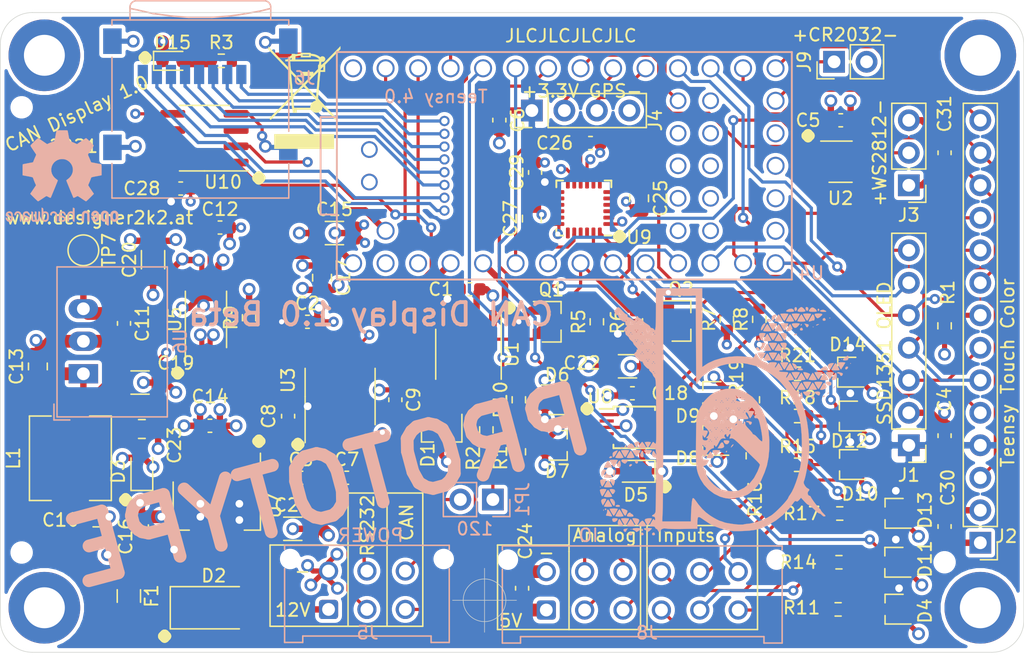
<source format=kicad_pcb>
(kicad_pcb (version 20171130) (host pcbnew "(5.1.9)-1")
  (title_block (title "Can Display Driver Board") (company https://www.designer2k2.at))
  (layers (0 F.Cu signal) (1 In1.Cu power hide) (2 In2.Cu power hide) (31 B.Cu signal) (34 B.Paste user hide) (35 F.Paste user hide) (36 B.SilkS user hide) (37 F.SilkS user) (38 B.Mask user hide) (39 F.Mask user) (44 Edge.Cuts user))
  (net 0 "")
  (net 1 +BATT)
  (net 2 GND)
  (net 3 +3V3)
  (net 4 "Net-(C3-Pad2)")
  (net 5 "Net-(C3-Pad1)")
  (net 6 +5V)
  (net 7 "Net-(C7-Pad2)")
  (net 8 "Net-(C7-Pad1)")
  (net 9 "Net-(C8-Pad2)")
  (net 10 "Net-(C9-Pad2)")
  (net 11 "Net-(C10-Pad1)")
  (net 12 VBUS)
  (net 13 /PowerSupply/5V_Regulator)
  (net 14 /CAN_L)
  (net 15 /CAN_H)
  (net 16 +12V)
  (net 17 "Net-(D2-Pad1)")
  (net 18 "Net-(D6-Pad3)")
  (net 19 "Net-(D7-Pad3)")
  (net 20 "Net-(D8-Pad3)")
  (net 21 "Net-(D9-Pad3)")
  (net 22 /RST)
  (net 23 /DC_PIN)
  (net 24 /CS)
  (net 25 "/SDI(MOSI)")
  (net 26 /SCK)
  (net 27 /TIRQ)
  (net 28 "/SDO(MISO)")
  (net 29 /TCS)
  (net 30 "Net-(J2-Pad8)")
  (net 31 /DC)
  (net 32 "Net-(J3-Pad2)")
  (net 33 /GPS_TX)
  (net 34 /GPS_RX)
  (net 35 /RXA)
  (net 36 /TXA)
  (net 37 "Net-(J6-Pad1)")
  (net 38 "Net-(J6-Pad2)")
  (net 39 "Net-(J6-Pad3)")
  (net 40 "Net-(J6-Pad4)")
  (net 41 "Net-(J6-Pad5)")
  (net 42 "Net-(J6-Pad6)")
  (net 43 "Net-(J6-Pad7)")
  (net 44 "Net-(J6-Pad8)")
  (net 45 /SDA0)
  (net 46 /SCL0)
  (net 47 "Net-(J8-Pad12)")
  (net 48 "Net-(J8-Pad11)")
  (net 49 "Net-(J8-Pad10)")
  (net 50 "Net-(J8-Pad9)")
  (net 51 "Net-(J8-Pad6)")
  (net 52 "Net-(J8-Pad5)")
  (net 53 "Net-(J8-Pad4)")
  (net 54 "Net-(J8-Pad3)")
  (net 55 "Net-(J8-Pad2)")
  (net 56 "Net-(JP1-Pad1)")
  (net 57 SCL0A)
  (net 58 SDA0A)
  (net 59 "Net-(R9-Pad1)")
  (net 60 /TX1)
  (net 61 /RX1)
  (net 62 "Net-(U1-Pad8)")
  (net 63 "Net-(U1-Pad5)")
  (net 64 /CAN_R)
  (net 65 /CAN_D)
  (net 66 /WS1812_low)
  (net 67 "Net-(U3-Pad9)")
  (net 68 "Net-(U3-Pad7)")
  (net 69 "Net-(U4-Pad31)")
  (net 70 "Net-(U4-Pad19)")
  (net 71 "Net-(U4-Pad18)")
  (net 72 "Net-(U4-Pad16)")
  (net 73 "Net-(U4-Pad54)")
  (net 74 "Net-(U4-Pad53)")
  (net 75 "Net-(U4-Pad43)")
  (net 76 "Net-(U4-Pad42)")
  (net 77 "Net-(U4-Pad41)")
  (net 78 "Net-(U4-Pad40)")
  (net 79 "Net-(U4-Pad39)")
  (net 80 "Net-(U4-Pad38)")
  (net 81 "Net-(U4-Pad37)")
  (net 82 "Net-(U4-Pad36)")
  (net 83 "Net-(U4-Pad35)")
  (net 84 "Net-(U5-Pad1)")
  (net 85 "Net-(U8-Pad2)")
  (net 86 "Net-(C13-Pad1)")
  (net 87 3)
  (net 88 16)
  (net 89 4)
  (net 90 17)
  (net 91 5)
  (net 92 21)
  (net 93 "Net-(J8-Pad8)")
  (net 94 "Net-(D15-Pad2)")
  (net 95 "Net-(R3-Pad2)")
  (net 96 "Net-(U9-Pad12)")
  (net 97 "Net-(U9-Pad7)")
  (net 98 "Net-(U9-Pad6)")
  (net 99 "Net-(C25-Pad1)")
  (net 100 "Net-(C26-Pad1)")
  (net 101 "Net-(C27-Pad1)")
  (net 102 "Net-(U10-Pad3)")
  (module mystuff:1.152mm_hole (layer F.Cu) (at 193.802 92.964)
    (fp_text reference REF** hide)
    (fp_text value 1.152mm_hole)
    (pad "" np_thru_hole circle (at 0 0) (size 1.152 1.152) (drill 1.152) (layers *.Cu *.Mask))
  )
  (module mystuff:1.152mm_hole (layer F.Cu) (at 121.666 92.202)
    (fp_text reference REF** hide)
    (fp_text value 1.152mm_hole)
    (pad "" np_thru_hole circle (at 0 0) (size 1.152 1.152) (drill 1.152) (layers *.Cu *.Mask))
  )
  (module mystuff:1.152mm_hole (layer F.Cu) (at 121.666 57.404)
    (fp_text reference REF** hide)
    (fp_text value 1.152mm_hole)
    (pad "" np_thru_hole circle (at 0 0) (size 1.152 1.152) (drill 1.152) (layers *.Cu *.Mask))
  )
  (module Capacitor_SMD:C_0603_1608Metric (layer F.Cu) (at 193.802 60.96 90)
    (fp_text reference C31 (at 3.048 0 90) (layer F.SilkS))
    (fp_text value 100n)
    (pad 2 smd roundrect (at 0.775 0 90) (size 0.9 0.95) (layers F.Cu F.Paste F.Mask) (net 2 GND))
    (pad 1 smd roundrect (at -0.775 0 90) (size 0.9 0.95) (layers F.Cu F.Paste F.Mask) (net 6 +5V))
  )
  (module Capacitor_SMD:C_0603_1608Metric (layer F.Cu) (at 193.802 90.17 90)
    (fp_text reference C30 (at 3.048 0.254 90) (layer F.SilkS))
    (fp_text value 100n)
    (pad 2 smd roundrect (at 0.775 0 90) (size 0.9 0.95) (layers F.Cu F.Paste F.Mask) (net 2 GND))
    (pad 1 smd roundrect (at -0.775 0 90) (size 0.9 0.95) (layers F.Cu F.Paste F.Mask) (net 6 +5V))
  )
  (module Capacitor_SMD:C_0603_1608Metric (layer F.Cu) (at 160.782 94.996 90)
    (fp_text reference C24 (at 3.683 0.254 90) (layer F.SilkS))
    (fp_text value 100n)
    (pad 2 smd roundrect (at 0.775 0 90) (size 0.9 0.95) (layers F.Cu F.Paste F.Mask) (net 2 GND))
    (pad 1 smd roundrect (at -0.775 0 90) (size 0.9 0.95) (layers F.Cu F.Paste F.Mask) (net 6 +5V))
  )
  (module Capacitor_SMD:C_0603_1608Metric (layer F.Cu) (at 159.004 58.407 270)
    (fp_text reference C6 (at 0 -1.43 90) (layer F.SilkS))
    (fp_text value 100n)
    (pad 2 smd roundrect (at 0.775 0 270) (size 0.9 0.95) (layers F.Cu F.Paste F.Mask) (net 2 GND))
    (pad 1 smd roundrect (at -0.775 0 270) (size 0.9 0.95) (layers F.Cu F.Paste F.Mask) (net 3 +3V3))
  )
  (module Capacitor_SMD:C_0603_1608Metric (layer F.Cu) (at 193.802 83.071 90)
    (fp_text reference C4 (at 2.807 0 90) (layer F.SilkS))
    (fp_text value 100n)
    (pad 2 smd roundrect (at 0.775 0 90) (size 0.9 0.95) (layers F.Cu F.Paste F.Mask) (net 2 GND))
    (pad 1 smd roundrect (at -0.775 0 90) (size 0.9 0.95) (layers F.Cu F.Paste F.Mask) (net 3 +3V3))
  )
  (module Package_SO:SOIC-8_3.9x4.9mm_P1.27mm (layer F.Cu) (at 135.955 59.817 180)
    (fp_text reference U10 (at -1.459 -3.429) (layer F.SilkS))
    (fp_text value "TMP75AIDR ")
    (pad 8 smd roundrect (at 2.475 -1.905 180) (size 1.95 0.6) (layers F.Cu F.Paste F.Mask) (net 3 +3V3))
    (pad 7 smd roundrect (at 2.475 -0.635 180) (size 1.95 0.6) (layers F.Cu F.Paste F.Mask) (net 2 GND))
    (pad 6 smd roundrect (at 2.475 0.635 180) (size 1.95 0.6) (layers F.Cu F.Paste F.Mask) (net 2 GND))
    (pad 5 smd roundrect (at 2.475 1.905 180) (size 1.95 0.6) (layers F.Cu F.Paste F.Mask) (net 2 GND))
    (pad 4 smd roundrect (at -2.475 1.905 180) (size 1.95 0.6) (layers F.Cu F.Paste F.Mask) (net 2 GND))
    (pad 3 smd roundrect (at -2.475 0.635 180) (size 1.95 0.6) (layers F.Cu F.Paste F.Mask) (net 102 "Net-(U10-Pad3)"))
    (pad 2 smd roundrect (at -2.475 -0.635 180) (size 1.95 0.6) (layers F.Cu F.Paste F.Mask) (net 45 /SDA0))
    (pad 1 smd roundrect (at -2.475 -1.905 180) (size 1.95 0.6) (layers F.Cu F.Paste F.Mask) (net 46 /SCL0))
  )
  (module Capacitor_SMD:C_0603_1608Metric (layer F.Cu) (at 161.798 62.497 90)
    (fp_text reference C29 (at 0 -1.43 90) (layer F.SilkS))
    (fp_text value 100n)
    (pad 2 smd roundrect (at 0.775 0 90) (size 0.9 0.95) (layers F.Cu F.Paste F.Mask) (net 2 GND))
    (pad 1 smd roundrect (at -0.775 0 90) (size 0.9 0.95) (layers F.Cu F.Paste F.Mask) (net 3 +3V3))
  )
  (module Capacitor_SMD:C_0603_1608Metric (layer F.Cu) (at 134.099 63.754)
    (fp_text reference C28 (at -3.035 0) (layer F.SilkS))
    (fp_text value 100n)
    (pad 2 smd roundrect (at 0.775 0) (size 0.9 0.95) (layers F.Cu F.Paste F.Mask) (net 2 GND))
    (pad 1 smd roundrect (at -0.775 0) (size 0.9 0.95) (layers F.Cu F.Paste F.Mask) (net 3 +3V3))
  )
  (module Capacitor_SMD:C_0805_2012Metric (layer F.Cu) (at 161.544 66.106 90)
    (fp_text reference C27 (at 0 -1.68 90) (layer F.SilkS))
    (fp_text value 2.2n)
    (pad 2 smd roundrect (at 0.95 0 90) (size 1 1.45) (layers F.Cu F.Paste F.Mask) (net 2 GND))
    (pad 1 smd roundrect (at -0.95 0 90) (size 1 1.45) (layers F.Cu F.Paste F.Mask) (net 101 "Net-(C27-Pad1)"))
  )
  (module Capacitor_SMD:C_0603_1608Metric (layer F.Cu) (at 166.129 60.198)
    (fp_text reference C26 (at -2.807 0) (layer F.SilkS))
    (fp_text value 100n)
    (pad 2 smd roundrect (at 0.775 0) (size 0.9 0.95) (layers F.Cu F.Paste F.Mask) (net 2 GND))
    (pad 1 smd roundrect (at -0.775 0) (size 0.9 0.95) (layers F.Cu F.Paste F.Mask) (net 100 "Net-(C26-Pad1)"))
  )
  (module Capacitor_SMD:C_0805_2012Metric (layer F.Cu) (at 169.926 64.516 270)
    (fp_text reference C25 (at 0 -1.68 90) (layer F.SilkS))
    (fp_text value 10n)
    (pad 2 smd roundrect (at 0.95 0 270) (size 1 1.45) (layers F.Cu F.Paste F.Mask) (net 2 GND))
    (pad 1 smd roundrect (at -0.95 0 270) (size 1 1.45) (layers F.Cu F.Paste F.Mask) (net 99 "Net-(C25-Pad1)"))
  )
  (module Sensor_Motion:InvenSense_QFN-24_4x4mm_P0.5mm (layer F.Cu) (at 165.608 65.278 180)
    (fp_text reference U9 (at -4.318 -2.286) (layer F.SilkS))
    (fp_text value MPU-6050)
    (pad 24 smd roundrect (at -1.25 -1.95 270) (size 0.85 0.3) (layers F.Cu F.Paste F.Mask) (net 46 /SCL0))
    (pad 23 smd roundrect (at -0.75 -1.95 270) (size 0.85 0.3) (layers F.Cu F.Paste F.Mask) (net 45 /SDA0))
    (pad 22 smd roundrect (at -0.25 -1.95 270) (size 0.85 0.3) (layers F.Cu F.Paste F.Mask))
    (pad 21 smd roundrect (at 0.25 -1.95 270) (size 0.85 0.3) (layers F.Cu F.Paste F.Mask))
    (pad 20 smd roundrect (at 0.75 -1.95 270) (size 0.85 0.3) (layers F.Cu F.Paste F.Mask) (net 101 "Net-(C27-Pad1)"))
    (pad 19 smd roundrect (at 1.25 -1.95 270) (size 0.85 0.3) (layers F.Cu F.Paste F.Mask))
    (pad 18 smd roundrect (at 1.95 -1.25 180) (size 0.85 0.3) (layers F.Cu F.Paste F.Mask) (net 2 GND))
    (pad 17 smd roundrect (at 1.95 -0.75 180) (size 0.85 0.3) (layers F.Cu F.Paste F.Mask))
    (pad 16 smd roundrect (at 1.95 -0.25 180) (size 0.85 0.3) (layers F.Cu F.Paste F.Mask))
    (pad 15 smd roundrect (at 1.95 0.25 180) (size 0.85 0.3) (layers F.Cu F.Paste F.Mask))
    (pad 14 smd roundrect (at 1.95 0.75 180) (size 0.85 0.3) (layers F.Cu F.Paste F.Mask))
    (pad 13 smd roundrect (at 1.95 1.25 180) (size 0.85 0.3) (layers F.Cu F.Paste F.Mask) (net 3 +3V3))
    (pad 12 smd roundrect (at 1.25 1.95 270) (size 0.85 0.3) (layers F.Cu F.Paste F.Mask) (net 96 "Net-(U9-Pad12)"))
    (pad 11 smd roundrect (at 0.75 1.95 270) (size 0.85 0.3) (layers F.Cu F.Paste F.Mask) (net 2 GND))
    (pad 10 smd roundrect (at 0.25 1.95 270) (size 0.85 0.3) (layers F.Cu F.Paste F.Mask) (net 100 "Net-(C26-Pad1)"))
    (pad 9 smd roundrect (at -0.25 1.95 270) (size 0.85 0.3) (layers F.Cu F.Paste F.Mask) (net 2 GND))
    (pad 8 smd roundrect (at -0.75 1.95 270) (size 0.85 0.3) (layers F.Cu F.Paste F.Mask) (net 99 "Net-(C25-Pad1)"))
    (pad 7 smd roundrect (at -1.25 1.95 270) (size 0.85 0.3) (layers F.Cu F.Paste F.Mask) (net 97 "Net-(U9-Pad7)"))
    (pad 6 smd roundrect (at -1.95 1.25 180) (size 0.85 0.3) (layers F.Cu F.Paste F.Mask) (net 98 "Net-(U9-Pad6)"))
    (pad 5 smd roundrect (at -1.95 0.75 180) (size 0.85 0.3) (layers F.Cu F.Paste F.Mask))
    (pad 4 smd roundrect (at -1.95 0.25 180) (size 0.85 0.3) (layers F.Cu F.Paste F.Mask))
    (pad 3 smd roundrect (at -1.95 -0.25 180) (size 0.85 0.3) (layers F.Cu F.Paste F.Mask))
    (pad 2 smd roundrect (at -1.95 -0.75 180) (size 0.85 0.3) (layers F.Cu F.Paste F.Mask))
    (pad 1 smd roundrect (at -1.95 -1.25 180) (size 0.85 0.3) (layers F.Cu F.Paste F.Mask) (net 2 GND))
  )
  (module Capacitor_SMD:C_0805_2012Metric (layer F.Cu) (at 131.064 82.55)
    (fp_text reference C23 (at 2.54 1.27 90) (layer F.SilkS))
    (fp_text value 10n)
    (pad 2 smd roundrect (at 0.95 0) (size 1 1.45) (layers F.Cu F.Paste F.Mask) (net 2 GND))
    (pad 1 smd roundrect (at -0.95 0) (size 1 1.45) (layers F.Cu F.Paste F.Mask) (net 86 "Net-(C13-Pad1)"))
  )
  (module Capacitor_SMD:C_0805_2012Metric (layer F.Cu) (at 145.146 70.724 270)
    (fp_text reference C17 (at 0 -1.68 90) (layer F.SilkS))
    (fp_text value 10n)
    (pad 2 smd roundrect (at 0.95 0 270) (size 1 1.45) (layers F.Cu F.Paste F.Mask) (net 2 GND))
    (pad 1 smd roundrect (at -0.95 0 270) (size 1 1.45) (layers F.Cu F.Paste F.Mask) (net 6 +5V))
  )
  (module Capacitor_SMD:C_1206_3216Metric (layer F.Cu) (at 169.022 77.648 180)
    (fp_text reference C22 (at 3.556 0.254) (layer F.SilkS))
    (fp_text value 10u)
    (pad 2 smd roundrect (at 1.475 0 180) (size 1.15 1.8) (layers F.Cu F.Paste F.Mask) (roundrect_rratio 0.2173904347826087) (net 2 GND))
    (pad 1 smd roundrect (at -1.475 0 180) (size 1.15 1.8) (layers F.Cu F.Paste F.Mask) (roundrect_rratio 0.2173904347826087) (net 6 +5V))
  )
  (module Capacitor_SMD:C_1206_3216Metric (layer F.Cu) (at 142.86 90.348)
    (fp_text reference C21 (at 0 -1.85) (layer F.SilkS))
    (fp_text value 10u)
    (pad 2 smd roundrect (at 1.475 0) (size 1.15 1.8) (layers F.Cu F.Paste F.Mask) (roundrect_rratio 0.2173904347826087) (net 2 GND))
    (pad 1 smd roundrect (at -1.475 0) (size 1.15 1.8) (layers F.Cu F.Paste F.Mask) (roundrect_rratio 0.2173904347826087) (net 3 +3V3))
  )
  (module Capacitor_SMD:C_1206_3216Metric (layer F.Cu) (at 131.938 69.315 90)
    (fp_text reference C20 (at 0 -1.85 90) (layer F.SilkS))
    (fp_text value 10u)
    (pad 2 smd roundrect (at 1.475 0 90) (size 1.15 1.8) (layers F.Cu F.Paste F.Mask) (roundrect_rratio 0.2173904347826087) (net 2 GND))
    (pad 1 smd roundrect (at -1.475 0 90) (size 1.15 1.8) (layers F.Cu F.Paste F.Mask) (roundrect_rratio 0.2173904347826087) (net 6 +5V))
  )
  (module Capacitor_SMD:C_1206_3216Metric (layer F.Cu) (at 130.922 78.918)
    (fp_text reference C19 (at 2.794 -1.524) (layer F.SilkS))
    (fp_text value 10u)
    (pad 2 smd roundrect (at 1.475 0) (size 1.15 1.8) (layers F.Cu F.Paste F.Mask) (roundrect_rratio 0.2173904347826087) (net 2 GND))
    (pad 1 smd roundrect (at -1.475 0) (size 1.15 1.8) (layers F.Cu F.Paste F.Mask) (roundrect_rratio 0.2173904347826087) (net 86 "Net-(C13-Pad1)"))
  )
  (module Capacitor_SMD:C_1206_3216Metric (layer F.Cu) (at 146.113 67.234)
    (fp_text reference C15 (at 0 -1.85) (layer F.SilkS))
    (fp_text value 10u)
    (pad 2 smd roundrect (at 1.475 0) (size 1.15 1.8) (layers F.Cu F.Paste F.Mask) (roundrect_rratio 0.2173904347826087) (net 2 GND))
    (pad 1 smd roundrect (at -1.475 0) (size 1.15 1.8) (layers F.Cu F.Paste F.Mask) (roundrect_rratio 0.2173904347826087) (net 6 +5V))
  )
  (module mystuff:d2k2_minilogo_25mm (layer B.Cu) (at 176.388 81.458 180)
    (fp_text reference G*** hide)
    (fp_text value LOGO hide)
  )
  (module Symbol:WEEE-Logo_5.6x8mm_SilkScreen (layer F.Cu) (at 143.764 56.642)
    (fp_text reference REF** hide)
    (fp_text value WEEE-Logo_5.6x8mm_SilkScreen hide)
  )
  (module Symbol:OSHW-Logo2_9.8x8mm_SilkScreen (layer B.Cu) (at 124.826 62.916 180)
    (fp_text reference REF** hide)
    (fp_text value OSHW-Logo2_9.8x8mm_SilkScreen hide)
  )
  (module Resistor_SMD:R_0603_1608Metric (layer F.Cu) (at 137.272 53.772)
    (fp_text reference R3 (at 0 -1.43) (layer F.SilkS))
    (fp_text value 120)
    (pad 2 smd roundrect (at 0.825 0) (size 0.8 0.95) (layers F.Cu F.Paste F.Mask) (net 95 "Net-(R3-Pad2)"))
    (pad 1 smd roundrect (at -0.825 0) (size 0.8 0.95) (layers F.Cu F.Paste F.Mask) (net 94 "Net-(D15-Pad2)"))
  )
  (module LED_SMD:LED_0603_1608Metric (layer F.Cu) (at 133.462 53.772)
    (fp_text reference D15 (at 0 -1.43) (layer F.SilkS))
    (fp_text value LED)
    (pad 2 smd roundrect (at 0.7875 0) (size 0.875 0.95) (layers F.Cu F.Paste F.Mask) (net 94 "Net-(D15-Pad2)"))
    (pad 1 smd roundrect (at -0.7875 0) (size 0.875 0.95) (layers F.Cu F.Paste F.Mask) (net 2 GND))
  )
  (module Connector_Molex:Molex_Micro-Fit_3.0_43045-0612_2x03_P3.00mm_Vertical (layer B.Cu) (at 145.654 96.65)
    (fp_text reference J5 (at 3.048 1.826) (layer B.SilkS) (effects (justify mirror)))
    (fp_text value "Main Connect")
    (pad 6 thru_hole circle (at 6 -3) (size 1.5 1.5) (drill 1) (layers *.Cu *.Mask) (net 14 /CAN_L))
    (pad 5 thru_hole circle (at 3 -3) (size 1.5 1.5) (drill 1) (layers *.Cu *.Mask) (net 35 /RXA))
    (pad 4 thru_hole circle (at 0 -3) (size 1.5 1.5) (drill 1) (layers *.Cu *.Mask) (net 2 GND))
    (pad 3 thru_hole circle (at 6 0) (size 1.5 1.5) (drill 1) (layers *.Cu *.Mask) (net 15 /CAN_H))
    (pad 2 thru_hole circle (at 3 0) (size 1.5 1.5) (drill 1) (layers *.Cu *.Mask) (net 36 /TXA))
    (pad 1 thru_hole roundrect (at 0 0) (size 1.5 1.5) (drill 1) (layers *.Cu *.Mask) (roundrect_rratio 0.1666666666666667) (net 16 +12V))
    (pad "" np_thru_hole circle (at 9 -3.94) (size 1 1) (drill 1) (layers *.Cu *.Mask))
    (pad "" np_thru_hole circle (at -3 -3.94) (size 1 1) (drill 1) (layers *.Cu *.Mask))
  )
  (module Connector_Molex:Molex_Micro-Fit_3.0_43045-1212_2x06_P3.00mm_Vertical (layer B.Cu) (at 162.672 96.698)
    (fp_text reference J8 (at 7.874 1.778) (layer B.SilkS) (effects (justify mirror)))
    (fp_text value I/O)
    (pad 12 thru_hole circle (at 15 -3) (size 1.5 1.5) (drill 1) (layers *.Cu *.Mask) (net 47 "Net-(J8-Pad12)"))
    (pad 11 thru_hole circle (at 12 -3) (size 1.5 1.5) (drill 1) (layers *.Cu *.Mask) (net 48 "Net-(J8-Pad11)"))
    (pad 10 thru_hole circle (at 9 -3) (size 1.5 1.5) (drill 1) (layers *.Cu *.Mask) (net 49 "Net-(J8-Pad10)"))
    (pad 9 thru_hole circle (at 6 -3) (size 1.5 1.5) (drill 1) (layers *.Cu *.Mask) (net 50 "Net-(J8-Pad9)"))
    (pad 8 thru_hole circle (at 3 -3) (size 1.5 1.5) (drill 1) (layers *.Cu *.Mask) (net 93 "Net-(J8-Pad8)"))
    (pad 7 thru_hole circle (at 0 -3) (size 1.5 1.5) (drill 1) (layers *.Cu *.Mask) (net 2 GND))
    (pad 6 thru_hole circle (at 15 0) (size 1.5 1.5) (drill 1) (layers *.Cu *.Mask) (net 51 "Net-(J8-Pad6)"))
    (pad 5 thru_hole circle (at 12 0) (size 1.5 1.5) (drill 1) (layers *.Cu *.Mask) (net 52 "Net-(J8-Pad5)"))
    (pad 4 thru_hole circle (at 9 0) (size 1.5 1.5) (drill 1) (layers *.Cu *.Mask) (net 53 "Net-(J8-Pad4)"))
    (pad 3 thru_hole circle (at 6 0) (size 1.5 1.5) (drill 1) (layers *.Cu *.Mask) (net 54 "Net-(J8-Pad3)"))
    (pad 2 thru_hole circle (at 3 0) (size 1.5 1.5) (drill 1) (layers *.Cu *.Mask) (net 55 "Net-(J8-Pad2)"))
    (pad 1 thru_hole roundrect (at 0 0) (size 1.5 1.5) (drill 1) (layers *.Cu *.Mask) (roundrect_rratio 0.1666666666666667) (net 6 +5V))
    (pad "" np_thru_hole circle (at 18 -3.94) (size 1 1) (drill 1) (layers *.Cu *.Mask))
    (pad "" np_thru_hole circle (at -3 -3.94) (size 1 1) (drill 1) (layers *.Cu *.Mask))
  )
  (module Connector_Card:microSD_HC_Wuerth_693072010801 (layer B.Cu) (at 135.636 56.388 180)
    (fp_text reference J6 (at -8.128 1.27) (layer B.SilkS) (effects (justify mirror)))
    (fp_text value Micro_SD_Card)
    (pad 1 smd rect (at -3.2 1.55 180) (size 0.8 1.5) (layers B.Cu B.Paste B.Mask) (net 37 "Net-(J6-Pad1)"))
    (pad 2 smd rect (at -2.1 1.55 180) (size 0.8 1.5) (layers B.Cu B.Paste B.Mask) (net 38 "Net-(J6-Pad2)"))
    (pad 3 smd rect (at -1 1.55 180) (size 0.8 1.5) (layers B.Cu B.Paste B.Mask) (net 39 "Net-(J6-Pad3)"))
    (pad 4 smd rect (at 0.1 1.55 180) (size 0.8 1.5) (layers B.Cu B.Paste B.Mask) (net 40 "Net-(J6-Pad4)"))
    (pad 5 smd rect (at 1.2 1.55 180) (size 0.8 1.5) (layers B.Cu B.Paste B.Mask) (net 41 "Net-(J6-Pad5)"))
    (pad 6 smd rect (at 2.3 1.55 180) (size 0.8 1.5) (layers B.Cu B.Paste B.Mask) (net 42 "Net-(J6-Pad6)"))
    (pad 7 smd rect (at 3.4 1.55 180) (size 0.8 1.5) (layers B.Cu B.Paste B.Mask) (net 43 "Net-(J6-Pad7)"))
    (pad 8 smd rect (at 4.5 1.55 180) (size 0.8 1.5) (layers B.Cu B.Paste B.Mask) (net 44 "Net-(J6-Pad8)"))
    (pad 9 smd rect (at 6.875 -4.15 180) (size 1.45 2) (layers B.Cu B.Paste B.Mask) (net 2 GND))
    (pad 9 smd rect (at -6.875 -4.15 180) (size 1.45 2) (layers B.Cu B.Paste B.Mask) (net 2 GND))
    (pad 9 smd rect (at -6.875 4.15 180) (size 1.45 2) (layers B.Cu B.Paste B.Mask) (net 2 GND))
    (pad 9 smd rect (at 6.875 4.15 180) (size 1.45 2) (layers B.Cu B.Paste B.Mask) (net 2 GND))
  )
  (module Package_SO:TSSOP-8_4.4x3mm_P0.65mm (layer F.Cu) (at 136.073 73.9825 90)
    (fp_text reference U5 (at 0 -2.45 90) (layer F.SilkS))
    (fp_text value TPS2113A)
    (pad 8 smd roundrect (at 2.8625 -0.975 90) (size 1.475 0.4) (layers F.Cu F.Paste F.Mask) (net 13 /PowerSupply/5V_Regulator))
    (pad 7 smd roundrect (at 2.8625 -0.325 90) (size 1.475 0.4) (layers F.Cu F.Paste F.Mask) (net 6 +5V))
    (pad 6 smd roundrect (at 2.8625 0.325 90) (size 1.475 0.4) (layers F.Cu F.Paste F.Mask) (net 12 VBUS))
    (pad 5 smd roundrect (at 2.8625 0.975 90) (size 1.475 0.4) (layers F.Cu F.Paste F.Mask) (net 2 GND))
    (pad 4 smd roundrect (at -2.8625 0.975 90) (size 1.475 0.4) (layers F.Cu F.Paste F.Mask) (net 59 "Net-(R9-Pad1)"))
    (pad 3 smd roundrect (at -2.8625 0.325 90) (size 1.475 0.4) (layers F.Cu F.Paste F.Mask) (net 2 GND))
    (pad 2 smd roundrect (at -2.8625 -0.325 90) (size 1.475 0.4) (layers F.Cu F.Paste F.Mask) (net 2 GND))
    (pad 1 smd roundrect (at -2.8625 -0.975 90) (size 1.475 0.4) (layers F.Cu F.Paste F.Mask) (net 84 "Net-(U5-Pad1)"))
  )
  (module Capacitor_SMD:C_0603_1608Metric (layer F.Cu) (at 137.173 66.802)
    (fp_text reference C12 (at 0 -1.43) (layer F.SilkS))
    (fp_text value 100n)
    (pad 2 smd roundrect (at 0.775 0) (size 0.9 0.95) (layers F.Cu F.Paste F.Mask) (net 2 GND))
    (pad 1 smd roundrect (at -0.775 0) (size 0.9 0.95) (layers F.Cu F.Paste F.Mask) (net 12 VBUS))
  )
  (module Resistor_SMD:R_0603_1608Metric (layer F.Cu) (at 139.446 73.851 90)
    (fp_text reference R9 (at 0 -1.43 90) (layer F.SilkS))
    (fp_text value 500)
    (pad 2 smd roundrect (at 0.825 0 90) (size 0.8 0.95) (layers F.Cu F.Paste F.Mask) (net 2 GND))
    (pad 1 smd roundrect (at -0.825 0 90) (size 0.8 0.95) (layers F.Cu F.Paste F.Mask) (net 59 "Net-(R9-Pad1)"))
  )
  (module Connector_PinHeader_2.54mm:PinHeader_1x02_P2.54mm_Vertical (layer F.Cu) (at 185.166 53.848 90)
    (fp_text reference J9 (at 0 -2.33 90) (layer F.SilkS))
    (fp_text value Batt)
    (pad 2 thru_hole oval (at 0 2.54 90) (size 1.7 1.7) (drill 1) (layers *.Cu *.Mask) (net 2 GND))
    (pad 1 thru_hole rect (at 0 0 90) (size 1.7 1.7) (drill 1) (layers *.Cu *.Mask) (net 1 +BATT))
  )
  (module MountingHole:MountingHole_3.2mm_M3_DIN965_Pad (layer F.Cu) (at 123.444 53.34)
    (fp_text reference REF** hide)
    (fp_text value o hide)
    (pad 1 thru_hole circle (at 0 0) (size 5.6 5.6) (drill 3.2) (layers *.Cu *.Mask))
  )
  (module MountingHole:MountingHole_3.2mm_M3_DIN965_Pad (layer F.Cu) (at 123.444 96.52)
    (fp_text reference REF** hide)
    (fp_text value 0 hide)
    (pad 1 thru_hole circle (at 0 0) (size 5.6 5.6) (drill 3.2) (layers *.Cu *.Mask))
  )
  (module MountingHole:MountingHole_3.2mm_M3_DIN965_Pad (layer F.Cu) (at 196.596 53.34)
    (fp_text reference REF** hide)
    (fp_text value 0 hide)
    (pad 1 thru_hole circle (at 0 0) (size 5.6 5.6) (drill 3.2) (layers *.Cu *.Mask))
  )
  (module MountingHole:MountingHole_3.2mm_M3_DIN965_Pad (layer F.Cu) (at 196.596 96.52)
    (fp_text reference REF** hide)
    (fp_text value 0 hide)
    (pad 1 thru_hole circle (at 0 0) (size 5.6 5.6) (drill 3.2) (layers *.Cu *.Mask))
  )
  (module Package_SO:TSSOP-10_3x3mm_P0.5mm (layer F.Cu) (at 169.545 82.423)
    (fp_text reference U8 (at -2.667 -2.413) (layer F.SilkS))
    (fp_text value ADS1015IDGS)
    (pad 10 smd rect (at 2.15 -1) (size 1.1 0.25) (layers F.Cu F.Paste F.Mask) (net 57 SCL0A))
    (pad 9 smd rect (at 2.15 -0.5) (size 1.1 0.25) (layers F.Cu F.Paste F.Mask) (net 58 SDA0A))
    (pad 8 smd rect (at 2.15 0) (size 1.1 0.25) (layers F.Cu F.Paste F.Mask) (net 6 +5V))
    (pad 7 smd rect (at 2.15 0.5) (size 1.1 0.25) (layers F.Cu F.Paste F.Mask) (net 21 "Net-(D9-Pad3)"))
    (pad 6 smd rect (at 2.15 1) (size 1.1 0.25) (layers F.Cu F.Paste F.Mask) (net 20 "Net-(D8-Pad3)"))
    (pad 5 smd rect (at -2.15 1) (size 1.1 0.25) (layers F.Cu F.Paste F.Mask) (net 19 "Net-(D7-Pad3)"))
    (pad 4 smd rect (at -2.15 0.5) (size 1.1 0.25) (layers F.Cu F.Paste F.Mask) (net 18 "Net-(D6-Pad3)"))
    (pad 3 smd rect (at -2.15 0) (size 1.1 0.25) (layers F.Cu F.Paste F.Mask) (net 2 GND))
    (pad 2 smd rect (at -2.15 -0.5) (size 1.1 0.25) (layers F.Cu F.Paste F.Mask) (net 85 "Net-(U8-Pad2)"))
    (pad 1 smd rect (at -2.15 -1) (size 1.1 0.25) (layers F.Cu F.Paste F.Mask) (net 2 GND))
  )
  (module Package_TO_SOT_SMD:SOT-223-3_TabPin2 (layer F.Cu) (at 136.92 88.544 270)
    (fp_text reference U7 (at 0 -4.5 90) (layer F.SilkS))
    (fp_text value AMS1117-3.3)
    (pad 1 smd rect (at -3.15 -2.3 270) (size 2 1.5) (layers F.Cu F.Paste F.Mask) (net 2 GND))
    (pad 3 smd rect (at -3.15 2.3 270) (size 2 1.5) (layers F.Cu F.Paste F.Mask) (net 6 +5V))
    (pad 2 smd rect (at -3.15 0 270) (size 2 1.5) (layers F.Cu F.Paste F.Mask) (net 3 +3V3))
    (pad 2 smd rect (at 3.15 0 270) (size 2 3.8) (layers F.Cu F.Paste F.Mask) (net 3 +3V3))
  )
  (module Converter_DCDC:Converter_DCDC_RECOM_R-78E-0.5_THT (layer B.Cu) (at 126.492 78.232 90)
    (fp_text reference U6 (at 2.54 7.56 90) (layer B.SilkS) (effects (justify mirror)))
    (fp_text value R-78HE5.0-0.3)
    (pad 3 thru_hole oval (at 5.08 0 90) (size 1.5 2.3) (drill 1) (layers *.Cu *.Mask) (net 13 /PowerSupply/5V_Regulator))
    (pad 2 thru_hole oval (at 2.54 0 90) (size 1.5 2.3) (drill 1) (layers *.Cu *.Mask) (net 2 GND))
    (pad 1 thru_hole rect (at 0 0 90) (size 1.5 2.3) (drill 1) (layers *.Cu *.Mask) (net 86 "Net-(C13-Pad1)"))
  )
  (module Package_SO:TSSOP-16_4.4x5mm_P0.65mm (layer F.Cu) (at 146.558 80.01 90)
    (fp_text reference U3 (at 1.27 -4.064 90) (layer F.SilkS))
    (fp_text value MAX3232)
    (pad 16 smd roundrect (at 2.8625 -2.275 90) (size 1.475 0.4) (layers F.Cu F.Paste F.Mask) (net 3 +3V3))
    (pad 15 smd roundrect (at 2.8625 -1.625 90) (size 1.475 0.4) (layers F.Cu F.Paste F.Mask) (net 2 GND))
    (pad 14 smd roundrect (at 2.8625 -0.975 90) (size 1.475 0.4) (layers F.Cu F.Paste F.Mask) (net 36 /TXA))
    (pad 13 smd roundrect (at 2.8625 -0.325 90) (size 1.475 0.4) (layers F.Cu F.Paste F.Mask) (net 35 /RXA))
    (pad 12 smd roundrect (at 2.8625 0.325 90) (size 1.475 0.4) (layers F.Cu F.Paste F.Mask) (net 61 /RX1))
    (pad 11 smd roundrect (at 2.8625 0.975 90) (size 1.475 0.4) (layers F.Cu F.Paste F.Mask) (net 60 /TX1))
    (pad 10 smd roundrect (at 2.8625 1.625 90) (size 1.475 0.4) (layers F.Cu F.Paste F.Mask) (net 2 GND))
    (pad 9 smd roundrect (at 2.8625 2.275 90) (size 1.475 0.4) (layers F.Cu F.Paste F.Mask) (net 67 "Net-(U3-Pad9)"))
    (pad 8 smd roundrect (at -2.8625 2.275 90) (size 1.475 0.4) (layers F.Cu F.Paste F.Mask) (net 2 GND))
    (pad 7 smd roundrect (at -2.8625 1.625 90) (size 1.475 0.4) (layers F.Cu F.Paste F.Mask) (net 68 "Net-(U3-Pad7)"))
    (pad 6 smd roundrect (at -2.8625 0.975 90) (size 1.475 0.4) (layers F.Cu F.Paste F.Mask) (net 10 "Net-(C9-Pad2)"))
    (pad 5 smd roundrect (at -2.8625 0.325 90) (size 1.475 0.4) (layers F.Cu F.Paste F.Mask) (net 7 "Net-(C7-Pad2)"))
    (pad 4 smd roundrect (at -2.8625 -0.325 90) (size 1.475 0.4) (layers F.Cu F.Paste F.Mask) (net 8 "Net-(C7-Pad1)"))
    (pad 3 smd roundrect (at -2.8625 -0.975 90) (size 1.475 0.4) (layers F.Cu F.Paste F.Mask) (net 4 "Net-(C3-Pad2)"))
    (pad 2 smd roundrect (at -2.8625 -1.625 90) (size 1.475 0.4) (layers F.Cu F.Paste F.Mask) (net 9 "Net-(C8-Pad2)"))
    (pad 1 smd roundrect (at -2.8625 -2.275 90) (size 1.475 0.4) (layers F.Cu F.Paste F.Mask) (net 5 "Net-(C3-Pad1)"))
  )
  (module Package_TO_SOT_SMD:SOT-23-5 (layer F.Cu) (at 185.674 61.656)
    (fp_text reference U2 (at 0 2.86) (layer F.SilkS))
    (fp_text value 74AHCT1G125)
    (pad 5 smd rect (at 1.1 -0.95) (size 1.06 0.65) (layers F.Cu F.Paste F.Mask) (net 6 +5V))
    (pad 4 smd rect (at 1.1 0.95) (size 1.06 0.65) (layers F.Cu F.Paste F.Mask) (net 32 "Net-(J3-Pad2)"))
    (pad 3 smd rect (at -1.1 0.95) (size 1.06 0.65) (layers F.Cu F.Paste F.Mask) (net 2 GND))
    (pad 2 smd rect (at -1.1 0) (size 1.06 0.65) (layers F.Cu F.Paste F.Mask) (net 66 /WS1812_low))
    (pad 1 smd rect (at -1.1 -0.95) (size 1.06 0.65) (layers F.Cu F.Paste F.Mask) (net 2 GND))
  )
  (module Package_SO:SOIC-8_3.9x4.9mm_P1.27mm (layer F.Cu) (at 156.591 76.708 270)
    (fp_text reference U1 (at 0 -3.4 90) (layer F.SilkS))
    (fp_text value SN65HVD232)
    (pad 8 smd roundrect (at 2.475 -1.905 270) (size 1.95 0.6) (layers F.Cu F.Paste F.Mask) (net 62 "Net-(U1-Pad8)"))
    (pad 7 smd roundrect (at 2.475 -0.635 270) (size 1.95 0.6) (layers F.Cu F.Paste F.Mask) (net 15 /CAN_H))
    (pad 6 smd roundrect (at 2.475 0.635 270) (size 1.95 0.6) (layers F.Cu F.Paste F.Mask) (net 14 /CAN_L))
    (pad 5 smd roundrect (at 2.475 1.905 270) (size 1.95 0.6) (layers F.Cu F.Paste F.Mask) (net 63 "Net-(U1-Pad5)"))
    (pad 4 smd roundrect (at -2.475 1.905 270) (size 1.95 0.6) (layers F.Cu F.Paste F.Mask) (net 64 /CAN_R))
    (pad 3 smd roundrect (at -2.475 0.635 270) (size 1.95 0.6) (layers F.Cu F.Paste F.Mask) (net 3 +3V3))
    (pad 2 smd roundrect (at -2.475 -0.635 270) (size 1.95 0.6) (layers F.Cu F.Paste F.Mask) (net 2 GND))
    (pad 1 smd roundrect (at -2.475 -1.905 270) (size 1.95 0.6) (layers F.Cu F.Paste F.Mask) (net 65 /CAN_D))
  )
  (module TestPoint:TestPoint_Pad_D2.0mm (layer F.Cu) (at 126.492 68.58 270)
    (fp_text reference TP7 (at 0 -1.998 90) (layer F.SilkS))
    (fp_text value TestPoint)
    (pad 1 smd circle (at 0 0 270) (size 2 2) (layers F.Cu F.Mask) (net 13 /PowerSupply/5V_Regulator))
  )
  (module Resistor_SMD:R_0603_1608Metric (layer F.Cu) (at 182.309 78.232)
    (fp_text reference R21 (at 0 -1.43) (layer F.SilkS))
    (fp_text value 1k)
    (pad 2 smd roundrect (at 0.825 0) (size 0.8 0.95) (layers F.Cu F.Paste F.Mask) (net 92 21))
    (pad 1 smd roundrect (at -0.825 0) (size 0.8 0.95) (layers F.Cu F.Paste F.Mask) (net 49 "Net-(J8-Pad10)"))
  )
  (module Resistor_SMD:R_0603_1608Metric (layer F.Cu) (at 178.816 80.264 90)
    (fp_text reference R19 (at 1.778 -1.27 90) (layer F.SilkS))
    (fp_text value 1k)
    (pad 2 smd roundrect (at 0.825 0 90) (size 0.8 0.95) (layers F.Cu F.Paste F.Mask) (net 21 "Net-(D9-Pad3)"))
    (pad 1 smd roundrect (at -0.825 0 90) (size 0.8 0.95) (layers F.Cu F.Paste F.Mask) (net 54 "Net-(J8-Pad3)"))
  )
  (module Resistor_SMD:R_0603_1608Metric (layer F.Cu) (at 182.309 81.534)
    (fp_text reference R18 (at 0 -1.43) (layer F.SilkS))
    (fp_text value 1k)
    (pad 2 smd roundrect (at 0.825 0) (size 0.8 0.95) (layers F.Cu F.Paste F.Mask) (net 90 17))
    (pad 1 smd roundrect (at -0.825 0) (size 0.8 0.95) (layers F.Cu F.Paste F.Mask) (net 48 "Net-(J8-Pad11)"))
  )
  (module Resistor_SMD:R_0603_1608Metric (layer F.Cu) (at 185.611 89.154)
    (fp_text reference R17 (at -2.985 0) (layer F.SilkS))
    (fp_text value 1k)
    (pad 2 smd roundrect (at 0.825 0) (size 0.8 0.95) (layers F.Cu F.Paste F.Mask) (net 91 5))
    (pad 1 smd roundrect (at -0.825 0) (size 0.8 0.95) (layers F.Cu F.Paste F.Mask) (net 51 "Net-(J8-Pad6)"))
  )
  (module Resistor_SMD:R_0603_1608Metric (layer F.Cu) (at 178.816 84.645 90)
    (fp_text reference R16 (at -3.355 0.184 90) (layer F.SilkS))
    (fp_text value 1k)
    (pad 2 smd roundrect (at 0.825 0 90) (size 0.8 0.95) (layers F.Cu F.Paste F.Mask) (net 20 "Net-(D8-Pad3)"))
    (pad 1 smd roundrect (at -0.825 0 90) (size 0.8 0.95) (layers F.Cu F.Paste F.Mask) (net 55 "Net-(J8-Pad2)"))
  )
  (module Resistor_SMD:R_0603_1608Metric (layer F.Cu) (at 182.309 85.344)
    (fp_text reference R15 (at 0 -1.43) (layer F.SilkS))
    (fp_text value 1k)
    (pad 2 smd roundrect (at 0.825 0) (size 0.8 0.95) (layers F.Cu F.Paste F.Mask) (net 88 16))
    (pad 1 smd roundrect (at -0.825 0) (size 0.8 0.95) (layers F.Cu F.Paste F.Mask) (net 47 "Net-(J8-Pad12)"))
  )
  (module Resistor_SMD:R_0603_1608Metric (layer F.Cu) (at 185.547 92.964)
    (fp_text reference R14 (at -3.175 0) (layer F.SilkS))
    (fp_text value 1k)
    (pad 2 smd roundrect (at 0.825 0) (size 0.8 0.95) (layers F.Cu F.Paste F.Mask) (net 89 4))
    (pad 1 smd roundrect (at -0.825 0) (size 0.8 0.95) (layers F.Cu F.Paste F.Mask) (net 52 "Net-(J8-Pad5)"))
  )
  (module Resistor_SMD:R_0603_1608Metric (layer F.Cu) (at 160.528 84.328 90)
    (fp_text reference R13 (at 0 -1.43 90) (layer F.SilkS))
    (fp_text value 1k)
    (pad 2 smd roundrect (at 0.825 0 90) (size 0.8 0.95) (layers F.Cu F.Paste F.Mask) (net 19 "Net-(D7-Pad3)"))
    (pad 1 smd roundrect (at -0.825 0 90) (size 0.8 0.95) (layers F.Cu F.Paste F.Mask) (net 93 "Net-(J8-Pad8)"))
  )
  (module Resistor_SMD:R_0603_1608Metric (layer F.Cu) (at 185.483 96.647)
    (fp_text reference R11 (at -2.857 -0.127) (layer F.SilkS))
    (fp_text value 1k)
    (pad 2 smd roundrect (at 0.825 0) (size 0.8 0.95) (layers F.Cu F.Paste F.Mask) (net 87 3))
    (pad 1 smd roundrect (at -0.825 0) (size 0.8 0.95) (layers F.Cu F.Paste F.Mask) (net 53 "Net-(J8-Pad4)"))
  )
  (module Resistor_SMD:R_0603_1608Metric (layer F.Cu) (at 160.528 80.264 90)
    (fp_text reference R10 (at 0 -1.43 90) (layer F.SilkS))
    (fp_text value 1k)
    (pad 2 smd roundrect (at 0.825 0 90) (size 0.8 0.95) (layers F.Cu F.Paste F.Mask) (net 18 "Net-(D6-Pad3)"))
    (pad 1 smd roundrect (at -0.825 0 90) (size 0.8 0.95) (layers F.Cu F.Paste F.Mask) (net 50 "Net-(J8-Pad9)"))
  )
  (module Resistor_SMD:R_0603_1608Metric (layer F.Cu) (at 179.324 73.977 90)
    (fp_text reference R8 (at 0 -1.43 90) (layer F.SilkS))
    (fp_text value 10k)
    (pad 2 smd roundrect (at 0.825 0 90) (size 0.8 0.95) (layers F.Cu F.Paste F.Mask) (net 58 SDA0A))
    (pad 1 smd roundrect (at -0.825 0 90) (size 0.8 0.95) (layers F.Cu F.Paste F.Mask) (net 6 +5V))
  )
  (module Resistor_SMD:R_0603_1608Metric (layer F.Cu) (at 176.784 73.977 90)
    (fp_text reference R7 (at 0 -1.43 90) (layer F.SilkS))
    (fp_text value 10k)
    (pad 2 smd roundrect (at 0.825 0 90) (size 0.8 0.95) (layers F.Cu F.Paste F.Mask) (net 57 SCL0A))
    (pad 1 smd roundrect (at -0.825 0 90) (size 0.8 0.95) (layers F.Cu F.Paste F.Mask) (net 6 +5V))
  )
  (module Resistor_SMD:R_0603_1608Metric (layer F.Cu) (at 169.672 74.168 90)
    (fp_text reference R6 (at 0 -1.43 90) (layer F.SilkS))
    (fp_text value 10k)
    (pad 2 smd roundrect (at 0.825 0 90) (size 0.8 0.95) (layers F.Cu F.Paste F.Mask) (net 46 /SCL0))
    (pad 1 smd roundrect (at -0.825 0 90) (size 0.8 0.95) (layers F.Cu F.Paste F.Mask) (net 3 +3V3))
  )
  (module Resistor_SMD:R_0603_1608Metric (layer F.Cu) (at 166.624 74.168 90)
    (fp_text reference R5 (at 0 -1.43 90) (layer F.SilkS))
    (fp_text value 10k)
    (pad 2 smd roundrect (at 0.825 0 90) (size 0.8 0.95) (layers F.Cu F.Paste F.Mask) (net 45 /SDA0))
    (pad 1 smd roundrect (at -0.825 0 90) (size 0.8 0.95) (layers F.Cu F.Paste F.Mask) (net 3 +3V3))
  )
  (module Resistor_SMD:R_0603_1608Metric (layer F.Cu) (at 157.988 82.613 90)
    (fp_text reference R2 (at -2.223 -1.016 90) (layer F.SilkS))
    (fp_text value 120)
    (pad 2 smd roundrect (at 0.825 0 90) (size 0.8 0.95) (layers F.Cu F.Paste F.Mask) (net 15 /CAN_H))
    (pad 1 smd roundrect (at -0.825 0 90) (size 0.8 0.95) (layers F.Cu F.Paste F.Mask) (net 56 "Net-(JP1-Pad1)"))
  )
  (module Resistor_SMD:R_0603_1608Metric (layer F.Cu) (at 193.802 74.485 270)
    (fp_text reference R1 (at -2.603 -0.254 90) (layer F.SilkS))
    (fp_text value 100)
    (pad 2 smd roundrect (at 0.825 0 270) (size 0.8 0.95) (layers F.Cu F.Paste F.Mask) (net 6 +5V))
    (pad 1 smd roundrect (at -0.825 0 270) (size 0.8 0.95) (layers F.Cu F.Paste F.Mask) (net 30 "Net-(J2-Pad8)"))
  )
  (module Package_TO_SOT_SMD:SOT-23 (layer F.Cu) (at 173.212 74.102)
    (fp_text reference Q2 (at 0 -2.5) (layer F.SilkS))
    (fp_text value BSS138)
    (pad 3 smd rect (at 1 0) (size 0.9 0.8) (layers F.Cu F.Paste F.Mask) (net 58 SDA0A))
    (pad 2 smd rect (at -1 0.95) (size 0.9 0.8) (layers F.Cu F.Paste F.Mask) (net 45 /SDA0))
    (pad 1 smd rect (at -1 -0.95) (size 0.9 0.8) (layers F.Cu F.Paste F.Mask) (net 3 +3V3))
  )
  (module Package_TO_SOT_SMD:SOT-23 (layer F.Cu) (at 163.068 74.168)
    (fp_text reference Q1 (at 0 -2.5) (layer F.SilkS))
    (fp_text value BSS138)
    (pad 3 smd rect (at 1 0) (size 0.9 0.8) (layers F.Cu F.Paste F.Mask) (net 57 SCL0A))
    (pad 2 smd rect (at -1 0.95) (size 0.9 0.8) (layers F.Cu F.Paste F.Mask) (net 46 /SCL0))
    (pad 1 smd rect (at -1 -0.95) (size 0.9 0.8) (layers F.Cu F.Paste F.Mask) (net 3 +3V3))
  )
  (module Inductor_SMD:L_6.3x6.3_H3 (layer F.Cu) (at 125.476 84.836 90)
    (fp_text reference L1 (at 0 -4.45 90) (layer F.SilkS))
    (fp_text value 68uH)
    (pad 2 smd rect (at 2.75 0 90) (size 1.5 2.4) (layers F.Cu F.Paste F.Mask) (net 86 "Net-(C13-Pad1)"))
    (pad 1 smd rect (at -2.75 0 90) (size 1.5 2.4) (layers F.Cu F.Paste F.Mask) (net 11 "Net-(C10-Pad1)"))
  )
  (module Connector_PinHeader_2.54mm:PinHeader_1x02_P2.54mm_Vertical (layer B.Cu) (at 158.496 88.062 90)
    (fp_text reference JP1 (at 0 2.33 270) (layer B.SilkS) (effects (justify mirror)))
    (fp_text value 120CAN)
    (pad 2 thru_hole oval (at 0 -2.54 90) (size 1.7 1.7) (drill 1) (layers *.Cu *.Mask) (net 14 /CAN_L))
    (pad 1 thru_hole rect (at 0 0 90) (size 1.7 1.7) (drill 1) (layers *.Cu *.Mask) (net 56 "Net-(JP1-Pad1)"))
  )
  (module Connector_PinHeader_2.54mm:PinHeader_1x04_P2.54mm_Vertical (layer F.Cu) (at 161.544 57.658 90)
    (fp_text reference J4 (at -0.762 9.652 90) (layer F.SilkS))
    (fp_text value GPS)
    (pad 4 thru_hole oval (at 0 7.62 90) (size 1.7 1.7) (drill 1) (layers *.Cu *.Mask) (net 2 GND))
    (pad 3 thru_hole oval (at 0 5.08 90) (size 1.7 1.7) (drill 1) (layers *.Cu *.Mask) (net 33 /GPS_TX))
    (pad 2 thru_hole oval (at 0 2.54 90) (size 1.7 1.7) (drill 1) (layers *.Cu *.Mask) (net 34 /GPS_RX))
    (pad 1 thru_hole rect (at 0 0 90) (size 1.7 1.7) (drill 1) (layers *.Cu *.Mask) (net 3 +3V3))
  )
  (module Connector_PinHeader_2.54mm:PinHeader_1x03_P2.54mm_Vertical (layer F.Cu) (at 191.008 63.5 180)
    (fp_text reference J3 (at 0 -2.33) (layer F.SilkS))
    (fp_text value WS2812)
    (pad 3 thru_hole oval (at 0 5.08 180) (size 1.7 1.7) (drill 1) (layers *.Cu *.Mask) (net 2 GND))
    (pad 2 thru_hole oval (at 0 2.54 180) (size 1.7 1.7) (drill 1) (layers *.Cu *.Mask) (net 32 "Net-(J3-Pad2)"))
    (pad 1 thru_hole rect (at 0 0 180) (size 1.7 1.7) (drill 1) (layers *.Cu *.Mask) (net 6 +5V))
  )
  (module Fuse:Fuse_1206_3216Metric_Castellated (layer F.Cu) (at 130.048 95.603 270)
    (fp_text reference F1 (at 0 -1.78 90) (layer F.SilkS))
    (fp_text value Polyfuse)
    (pad 2 smd roundrect (at 1.425 0 270) (size 1.6 1.65) (layers F.Cu F.Paste F.Mask) (roundrect_rratio 0.15625) (net 17 "Net-(D2-Pad1)"))
    (pad 1 smd roundrect (at -1.425 0 270) (size 1.6 1.65) (layers F.Cu F.Paste F.Mask) (roundrect_rratio 0.15625) (net 11 "Net-(C10-Pad1)"))
  )
  (module Package_TO_SOT_SMD:SOT-323_SC-70 (layer F.Cu) (at 186.182 78.105 180)
    (fp_text reference D14 (at -0.05 2.159) (layer F.SilkS))
    (fp_text value BAT54SW)
    (pad 3 smd rect (at 1 0 90) (size 0.45 0.7) (layers F.Cu F.Paste F.Mask) (net 92 21))
    (pad 2 smd rect (at -1 0.65 90) (size 0.45 0.7) (layers F.Cu F.Paste F.Mask) (net 3 +3V3))
    (pad 1 smd rect (at -1 -0.65 90) (size 0.45 0.7) (layers F.Cu F.Paste F.Mask) (net 2 GND))
  )
  (module Package_TO_SOT_SMD:SOT-323_SC-70 (layer F.Cu) (at 189.881 89.139 180)
    (fp_text reference D13 (at -2.397 0.239 90) (layer F.SilkS))
    (fp_text value BAT54SW)
    (pad 3 smd rect (at 1 0 90) (size 0.45 0.7) (layers F.Cu F.Paste F.Mask) (net 91 5))
    (pad 2 smd rect (at -1 0.65 90) (size 0.45 0.7) (layers F.Cu F.Paste F.Mask) (net 3 +3V3))
    (pad 1 smd rect (at -1 -0.65 90) (size 0.45 0.7) (layers F.Cu F.Paste F.Mask) (net 2 GND))
  )
  (module Package_TO_SOT_SMD:SOT-323_SC-70 (layer F.Cu) (at 186.309 81.534 180)
    (fp_text reference D12 (at -0.05 -1.95) (layer F.SilkS))
    (fp_text value BAT54SW)
    (pad 3 smd rect (at 1 0 90) (size 0.45 0.7) (layers F.Cu F.Paste F.Mask) (net 90 17))
    (pad 2 smd rect (at -1 0.65 90) (size 0.45 0.7) (layers F.Cu F.Paste F.Mask) (net 3 +3V3))
    (pad 1 smd rect (at -1 -0.65 90) (size 0.45 0.7) (layers F.Cu F.Paste F.Mask) (net 2 GND))
  )
  (module Package_TO_SOT_SMD:SOT-323_SC-70 (layer F.Cu) (at 189.865 92.964 180)
    (fp_text reference D11 (at -2.413 0.254 90) (layer F.SilkS))
    (fp_text value BAT54SW)
    (pad 3 smd rect (at 1 0 90) (size 0.45 0.7) (layers F.Cu F.Paste F.Mask) (net 89 4))
    (pad 2 smd rect (at -1 0.65 90) (size 0.45 0.7) (layers F.Cu F.Paste F.Mask) (net 3 +3V3))
    (pad 1 smd rect (at -1 -0.65 90) (size 0.45 0.7) (layers F.Cu F.Paste F.Mask) (net 2 GND))
  )
  (module Package_TO_SOT_SMD:SOT-323_SC-70 (layer F.Cu) (at 186.325 85.329 180)
    (fp_text reference D10 (at -0.873 -2.301) (layer F.SilkS))
    (fp_text value BAT54SW)
    (pad 3 smd rect (at 1 0 90) (size 0.45 0.7) (layers F.Cu F.Paste F.Mask) (net 88 16))
    (pad 2 smd rect (at -1 0.65 90) (size 0.45 0.7) (layers F.Cu F.Paste F.Mask) (net 3 +3V3))
    (pad 1 smd rect (at -1 -0.65 90) (size 0.45 0.7) (layers F.Cu F.Paste F.Mask) (net 2 GND))
  )
  (module Package_TO_SOT_SMD:SOT-323_SC-70 (layer F.Cu) (at 175.641 80.01 180)
    (fp_text reference D9 (at 1.905 -1.524) (layer F.SilkS))
    (fp_text value BAT54SW)
    (pad 3 smd rect (at 1 0 90) (size 0.45 0.7) (layers F.Cu F.Paste F.Mask) (net 21 "Net-(D9-Pad3)"))
    (pad 2 smd rect (at -1 0.65 90) (size 0.45 0.7) (layers F.Cu F.Paste F.Mask) (net 6 +5V))
    (pad 1 smd rect (at -1 -0.65 90) (size 0.45 0.7) (layers F.Cu F.Paste F.Mask) (net 2 GND))
  )
  (module Package_TO_SOT_SMD:SOT-323_SC-70 (layer F.Cu) (at 175.625 83.439 180)
    (fp_text reference D8 (at 1.889 -1.397) (layer F.SilkS))
    (fp_text value BAT54SW)
    (pad 3 smd rect (at 1 0 90) (size 0.45 0.7) (layers F.Cu F.Paste F.Mask) (net 20 "Net-(D8-Pad3)"))
    (pad 2 smd rect (at -1 0.65 90) (size 0.45 0.7) (layers F.Cu F.Paste F.Mask) (net 6 +5V))
    (pad 1 smd rect (at -1 -0.65 90) (size 0.45 0.7) (layers F.Cu F.Paste F.Mask) (net 2 GND))
  )
  (module Package_TO_SOT_SMD:SOT-323_SC-70 (layer F.Cu) (at 163.576 83.82)
    (fp_text reference D7 (at -0.05 2.032) (layer F.SilkS))
    (fp_text value BAT54SW)
    (pad 3 smd rect (at 1 0 270) (size 0.45 0.7) (layers F.Cu F.Paste F.Mask) (net 19 "Net-(D7-Pad3)"))
    (pad 2 smd rect (at -1 0.65 270) (size 0.45 0.7) (layers F.Cu F.Paste F.Mask) (net 6 +5V))
    (pad 1 smd rect (at -1 -0.65 270) (size 0.45 0.7) (layers F.Cu F.Paste F.Mask) (net 2 GND))
  )
  (module Package_TO_SOT_SMD:SOT-323_SC-70 (layer F.Cu) (at 163.576 80.264)
    (fp_text reference D6 (at -0.05 -1.95) (layer F.SilkS))
    (fp_text value BAT54SW)
    (pad 3 smd rect (at 1 0 270) (size 0.45 0.7) (layers F.Cu F.Paste F.Mask) (net 18 "Net-(D6-Pad3)"))
    (pad 2 smd rect (at -1 0.65 270) (size 0.45 0.7) (layers F.Cu F.Paste F.Mask) (net 6 +5V))
    (pad 1 smd rect (at -1 -0.65 270) (size 0.45 0.7) (layers F.Cu F.Paste F.Mask) (net 2 GND))
  )
  (module Diode_SMD:D_SOD-323 (layer F.Cu) (at 169.672 85.852 180)
    (fp_text reference D5 (at 0 -1.85) (layer F.SilkS))
    (fp_text value 5.1V)
    (pad 2 smd rect (at 1.05 0 180) (size 0.6 0.45) (layers F.Cu F.Paste F.Mask) (net 2 GND))
    (pad 1 smd rect (at -1.05 0 180) (size 0.6 0.45) (layers F.Cu F.Paste F.Mask) (net 6 +5V))
  )
  (module Package_TO_SOT_SMD:SOT-323_SC-70 (layer F.Cu) (at 189.881 96.632 180)
    (fp_text reference D4 (at -2.397 -0.142 90) (layer F.SilkS))
    (fp_text value BAT54SW)
    (pad 3 smd rect (at 1 0 90) (size 0.45 0.7) (layers F.Cu F.Paste F.Mask) (net 87 3))
    (pad 2 smd rect (at -1 0.65 90) (size 0.45 0.7) (layers F.Cu F.Paste F.Mask) (net 3 +3V3))
    (pad 1 smd rect (at -1 -0.65 90) (size 0.45 0.7) (layers F.Cu F.Paste F.Mask) (net 2 GND))
  )
  (module Diode_SMD:D_SOD-323 (layer F.Cu) (at 131.064 85.852 90)
    (fp_text reference D3 (at 0 -1.85 90) (layer F.SilkS))
    (fp_text value 24V)
    (pad 2 smd rect (at 1.05 0 90) (size 0.6 0.45) (layers F.Cu F.Paste F.Mask) (net 2 GND))
    (pad 1 smd rect (at -1.05 0 90) (size 0.6 0.45) (layers F.Cu F.Paste F.Mask) (net 11 "Net-(C10-Pad1)"))
  )
  (module Diode_SMD:D_SMA (layer F.Cu) (at 136.684 96.52)
    (fp_text reference D2 (at 0 -2.5) (layer F.SilkS))
    (fp_text value SK34)
    (pad 2 smd rect (at 2 0) (size 2.5 1.8) (layers F.Cu F.Paste F.Mask) (net 16 +12V))
    (pad 1 smd rect (at -2 0) (size 2.5 1.8) (layers F.Cu F.Paste F.Mask) (net 17 "Net-(D2-Pad1)"))
  )
  (module Package_TO_SOT_SMD:SOT-23 (layer F.Cu) (at 154.498 82.804 270)
    (fp_text reference D1 (at 1.778 1.082 90) (layer F.SilkS))
    (fp_text value SZNUP2105L)
    (pad 3 smd rect (at 1 0 270) (size 0.9 0.8) (layers F.Cu F.Paste F.Mask) (net 2 GND))
    (pad 2 smd rect (at -1 0.95 270) (size 0.9 0.8) (layers F.Cu F.Paste F.Mask) (net 14 /CAN_L))
    (pad 1 smd rect (at -1 -0.95 270) (size 0.9 0.8) (layers F.Cu F.Paste F.Mask) (net 15 /CAN_H))
  )
  (module Capacitor_SMD:C_0603_1608Metric (layer F.Cu) (at 169.405 79.756 180)
    (fp_text reference C18 (at -2.919 0) (layer F.SilkS))
    (fp_text value 100n)
    (pad 2 smd roundrect (at 0.775 0 180) (size 0.9 0.95) (layers F.Cu F.Paste F.Mask) (net 2 GND))
    (pad 1 smd roundrect (at -0.775 0 180) (size 0.9 0.95) (layers F.Cu F.Paste F.Mask) (net 6 +5V))
  )
  (module Capacitor_SMD:C_0603_1608Metric (layer F.Cu) (at 131.064 90.183 90)
    (fp_text reference C16 (at -0.749 -1.27 90) (layer F.SilkS))
    (fp_text value 100n)
    (pad 2 smd roundrect (at 0.775 0 90) (size 0.9 0.95) (layers F.Cu F.Paste F.Mask) (net 2 GND))
    (pad 1 smd roundrect (at -0.775 0 90) (size 0.9 0.95) (layers F.Cu F.Paste F.Mask) (net 3 +3V3))
  )
  (module Capacitor_SMD:C_0603_1608Metric (layer F.Cu) (at 136.385 82.296)
    (fp_text reference C14 (at 0.013 -2.286) (layer F.SilkS))
    (fp_text value 100n)
    (pad 2 smd roundrect (at 0.775 0) (size 0.9 0.95) (layers F.Cu F.Paste F.Mask) (net 2 GND))
    (pad 1 smd roundrect (at -0.775 0) (size 0.9 0.95) (layers F.Cu F.Paste F.Mask) (net 6 +5V))
  )
  (module Capacitor_SMD:C_0805_2012Metric (layer F.Cu) (at 122.936 77.658 90)
    (fp_text reference C13 (at 0 -1.68 90) (layer F.SilkS))
    (fp_text value 2.2u)
    (pad 2 smd roundrect (at 0.95 0 90) (size 1 1.45) (layers F.Cu F.Paste F.Mask) (net 2 GND))
    (pad 1 smd roundrect (at -0.95 0 90) (size 1 1.45) (layers F.Cu F.Paste F.Mask) (net 86 "Net-(C13-Pad1)"))
  )
  (module Capacitor_SMD:C_0603_1608Metric (layer F.Cu) (at 129.667 74.295 270)
    (fp_text reference C11 (at 0 -1.43 90) (layer F.SilkS))
    (fp_text value 100n)
    (pad 2 smd roundrect (at 0.775 0 270) (size 0.9 0.95) (layers F.Cu F.Paste F.Mask) (net 2 GND))
    (pad 1 smd roundrect (at -0.775 0 270) (size 0.9 0.95) (layers F.Cu F.Paste F.Mask) (net 13 /PowerSupply/5V_Regulator))
  )
  (module Capacitor_SMD:C_0805_2012Metric (layer F.Cu) (at 127.508 90.932)
    (fp_text reference C10 (at -2.794 -1.27) (layer F.SilkS))
    (fp_text value 2.2u)
    (pad 2 smd roundrect (at 0.95 0) (size 1 1.45) (layers F.Cu F.Paste F.Mask) (net 2 GND))
    (pad 1 smd roundrect (at -0.95 0) (size 1 1.45) (layers F.Cu F.Paste F.Mask) (net 11 "Net-(C10-Pad1)"))
  )
  (module Capacitor_SMD:C_0603_1608Metric (layer F.Cu) (at 150.876 80.264 270)
    (fp_text reference C9 (at 0 -1.43 90) (layer F.SilkS))
    (fp_text value 100n)
    (pad 2 smd roundrect (at 0.775 0 270) (size 0.9 0.95) (layers F.Cu F.Paste F.Mask) (net 10 "Net-(C9-Pad2)"))
    (pad 1 smd roundrect (at -0.775 0 270) (size 0.9 0.95) (layers F.Cu F.Paste F.Mask) (net 2 GND))
  )
  (module Capacitor_SMD:C_0603_1608Metric (layer F.Cu) (at 142.494 81.547 270)
    (fp_text reference C8 (at 0 1.524 90) (layer F.SilkS))
    (fp_text value 100n)
    (pad 2 smd roundrect (at 0.775 0 270) (size 0.9 0.95) (layers F.Cu F.Paste F.Mask) (net 9 "Net-(C8-Pad2)"))
    (pad 1 smd roundrect (at -0.775 0 270) (size 0.9 0.95) (layers F.Cu F.Paste F.Mask) (net 3 +3V3))
  )
  (module Capacitor_SMD:C_0603_1608Metric (layer F.Cu) (at 147.079 86.36)
    (fp_text reference C7 (at 0 -1.43) (layer F.SilkS))
    (fp_text value 100n)
    (pad 2 smd roundrect (at 0.775 0) (size 0.9 0.95) (layers F.Cu F.Paste F.Mask) (net 7 "Net-(C7-Pad2)"))
    (pad 1 smd roundrect (at -0.775 0) (size 0.9 0.95) (layers F.Cu F.Paste F.Mask) (net 8 "Net-(C7-Pad1)"))
  )
  (module Capacitor_SMD:C_0603_1608Metric (layer F.Cu) (at 185.687 58.42 180)
    (fp_text reference C5 (at 2.553 0) (layer F.SilkS))
    (fp_text value 100n)
    (pad 2 smd roundrect (at 0.775 0 180) (size 0.9 0.95) (layers F.Cu F.Paste F.Mask) (net 2 GND))
    (pad 1 smd roundrect (at -0.775 0 180) (size 0.9 0.95) (layers F.Cu F.Paste F.Mask) (net 6 +5V))
  )
  (module Capacitor_SMD:C_0603_1608Metric (layer F.Cu) (at 143.497 86.36)
    (fp_text reference C3 (at 0 -1.43) (layer F.SilkS))
    (fp_text value 100n)
    (pad 2 smd roundrect (at 0.775 0) (size 0.9 0.95) (layers F.Cu F.Paste F.Mask) (net 4 "Net-(C3-Pad2)"))
    (pad 1 smd roundrect (at -0.775 0) (size 0.9 0.95) (layers F.Cu F.Paste F.Mask) (net 5 "Net-(C3-Pad1)"))
  )
  (module Capacitor_SMD:C_0603_1608Metric (layer F.Cu) (at 144.005 74.168)
    (fp_text reference C2 (at 0 -1.43) (layer F.SilkS))
    (fp_text value 100n)
    (pad 2 smd roundrect (at 0.775 0) (size 0.9 0.95) (layers F.Cu F.Paste F.Mask) (net 2 GND))
    (pad 1 smd roundrect (at -0.775 0) (size 0.9 0.95) (layers F.Cu F.Paste F.Mask) (net 3 +3V3))
  )
  (module Capacitor_SMD:C_0603_1608Metric (layer F.Cu) (at 156.705 71.628)
    (fp_text reference C1 (at -2.273 0) (layer F.SilkS))
    (fp_text value 100n)
    (pad 2 smd roundrect (at 0.775 0) (size 0.9 0.95) (layers F.Cu F.Paste F.Mask) (net 2 GND))
    (pad 1 smd roundrect (at -0.775 0) (size 0.9 0.95) (layers F.Cu F.Paste F.Mask) (net 3 +3V3))
  )
  (module teensy:Teensy40_SMT (layer B.Cu) (at 164.084 61.976)
    (fp_text reference U4 (at 19.304 8.382) (layer B.SilkS) (effects (justify mirror)))
    (fp_text value Teensy4.0)
    (pad 13 thru_hole circle (at 13.97 -7.62) (size 1.404 1.404) (drill 1.1) (layers *.Cu *.Mask) (net 25 "/SDI(MOSI)"))
    (pad 33 thru_hole circle (at -16.51 7.62) (size 1.404 1.404) (drill 1.1) (layers *.Cu *.Mask) (net 6 +5V))
    (pad 34 thru_hole circle (at -13.97 5.08) (size 1.404 1.404) (drill 1.1) (layers *.Cu *.Mask) (net 12 VBUS))
    (pad 32 thru_hole circle (at -13.97 7.62) (size 1.404 1.404) (drill 1.1) (layers *.Cu *.Mask) (net 2 GND))
    (pad 31 thru_hole circle (at -11.43 7.62) (size 1.404 1.404) (drill 1.1) (layers *.Cu *.Mask) (net 69 "Net-(U4-Pad31)"))
    (pad 30 thru_hole circle (at -8.89 7.62) (size 1.404 1.404) (drill 1.1) (layers *.Cu *.Mask) (net 64 /CAN_R))
    (pad 29 thru_hole circle (at -6.35 7.62) (size 1.404 1.404) (drill 1.1) (layers *.Cu *.Mask) (net 65 /CAN_D))
    (pad 28 thru_hole circle (at -3.81 7.62) (size 1.404 1.404) (drill 1.1) (layers *.Cu *.Mask) (net 92 21))
    (pad 27 thru_hole circle (at -1.27 7.62) (size 1.404 1.404) (drill 1.1) (layers *.Cu *.Mask) (net 66 /WS1812_low))
    (pad 26 thru_hole circle (at 1.27 7.62) (size 1.404 1.404) (drill 1.1) (layers *.Cu *.Mask) (net 46 /SCL0))
    (pad 25 thru_hole circle (at 3.81 7.62) (size 1.404 1.404) (drill 1.1) (layers *.Cu *.Mask) (net 45 /SDA0))
    (pad 24 thru_hole circle (at 6.35 7.62) (size 1.404 1.404) (drill 1.1) (layers *.Cu *.Mask) (net 90 17))
    (pad 23 thru_hole circle (at 8.89 7.62) (size 1.404 1.404) (drill 1.1) (layers *.Cu *.Mask) (net 88 16))
    (pad 22 thru_hole circle (at 11.43 7.62) (size 1.404 1.404) (drill 1.1) (layers *.Cu *.Mask) (net 23 /DC_PIN))
    (pad 21 thru_hole circle (at 13.97 7.62) (size 1.404 1.404) (drill 1.1) (layers *.Cu *.Mask) (net 22 /RST))
    (pad 20 thru_hole circle (at 16.51 7.62) (size 1.404 1.404) (drill 1.1) (layers *.Cu *.Mask) (net 26 /SCK))
    (pad 19 thru_hole circle (at 16.51 5.08) (size 1.404 1.404) (drill 1.1) (layers *.Cu *.Mask) (net 70 "Net-(U4-Pad19)"))
    (pad 18 thru_hole circle (at 16.51 2.54) (size 1.404 1.404) (drill 1.1) (layers *.Cu *.Mask) (net 71 "Net-(U4-Pad18)"))
    (pad 17 thru_hole circle (at 16.51 0) (size 1.404 1.404) (drill 1.1) (layers *.Cu *.Mask) (net 2 GND))
    (pad 16 thru_hole circle (at 16.51 -2.54) (size 1.404 1.404) (drill 1.1) (layers *.Cu *.Mask) (net 72 "Net-(U4-Pad16)"))
    (pad 15 thru_hole circle (at 16.51 -5.08) (size 1.404 1.404) (drill 1.1) (layers *.Cu *.Mask) (net 1 +BATT))
    (pad 14 thru_hole circle (at 16.51 -7.62) (size 1.404 1.404) (drill 1.1) (layers *.Cu *.Mask) (net 28 "/SDO(MISO)"))
    (pad 12 thru_hole circle (at 11.43 -7.62) (size 1.404 1.404) (drill 1.1) (layers *.Cu *.Mask) (net 24 /CS))
    (pad 11 thru_hole circle (at 8.89 -7.62) (size 1.404 1.404) (drill 1.1) (layers *.Cu *.Mask) (net 31 /DC))
    (pad 10 thru_hole circle (at 6.35 -7.62) (size 1.404 1.404) (drill 1.1) (layers *.Cu *.Mask) (net 33 /GPS_TX))
    (pad 9 thru_hole circle (at 3.81 -7.62) (size 1.404 1.404) (drill 1.1) (layers *.Cu *.Mask) (net 34 /GPS_RX))
    (pad 8 thru_hole circle (at 1.27 -7.62) (size 1.404 1.404) (drill 1.1) (layers *.Cu *.Mask) (net 29 /TCS))
    (pad 7 thru_hole circle (at -1.27 -7.62) (size 1.404 1.404) (drill 1.1) (layers *.Cu *.Mask) (net 91 5))
    (pad 6 thru_hole circle (at -3.81 -7.62) (size 1.404 1.404) (drill 1.1) (layers *.Cu *.Mask) (net 89 4))
    (pad 5 thru_hole circle (at -6.35 -7.62) (size 1.404 1.404) (drill 1.1) (layers *.Cu *.Mask) (net 87 3))
    (pad 4 thru_hole circle (at -8.89 -7.62) (size 1.404 1.404) (drill 1.1) (layers *.Cu *.Mask) (net 27 /TIRQ))
    (pad 3 thru_hole circle (at -11.43 -7.62) (size 1.404 1.404) (drill 1.1) (layers *.Cu *.Mask) (net 60 /TX1))
    (pad 54 thru_hole circle (at -15.24 -1.27) (size 1.304 1.304) (drill 1) (layers *.Cu *.Mask) (net 73 "Net-(U4-Pad54)"))
    (pad 53 thru_hole circle (at -15.24 1.27) (size 1.304 1.304) (drill 1) (layers *.Cu *.Mask) (net 74 "Net-(U4-Pad53)"))
    (pad 52 thru_hole circle (at -9.3716 -3.5) (size 0.804 0.804) (drill 0.5) (layers *.Cu *.Mask) (net 37 "Net-(J6-Pad1)"))
    (pad 51 thru_hole circle (at -9.3716 -2.5) (size 0.804 0.804) (drill 0.5) (layers *.Cu *.Mask) (net 38 "Net-(J6-Pad2)"))
    (pad 50 thru_hole circle (at -9.3716 -1.5) (size 0.804 0.804) (drill 0.5) (layers *.Cu *.Mask) (net 39 "Net-(J6-Pad3)"))
    (pad 49 thru_hole circle (at -9.3716 -0.5) (size 0.804 0.804) (drill 0.5) (layers *.Cu *.Mask) (net 40 "Net-(J6-Pad4)"))
    (pad 48 thru_hole circle (at -9.3716 0.5) (size 0.804 0.804) (drill 0.5) (layers *.Cu *.Mask) (net 41 "Net-(J6-Pad5)"))
    (pad 47 thru_hole circle (at -9.3716 1.5) (size 0.804 0.804) (drill 0.5) (layers *.Cu *.Mask) (net 42 "Net-(J6-Pad6)"))
    (pad 46 thru_hole circle (at -9.3716 2.5) (size 0.804 0.804) (drill 0.5) (layers *.Cu *.Mask) (net 43 "Net-(J6-Pad7)"))
    (pad 45 thru_hole circle (at -9.3716 3.5) (size 0.804 0.804) (drill 0.5) (layers *.Cu *.Mask) (net 44 "Net-(J6-Pad8)"))
    (pad 44 thru_hole circle (at 8.89 -5.08) (size 1.304 1.304) (drill 1) (layers *.Cu *.Mask) (net 95 "Net-(R3-Pad2)"))
    (pad 43 thru_hole circle (at 11.43 -5.08) (size 1.304 1.304) (drill 1) (layers *.Cu *.Mask) (net 75 "Net-(U4-Pad43)"))
    (pad 42 thru_hole circle (at 8.89 -2.54) (size 1.304 1.304) (drill 1) (layers *.Cu *.Mask) (net 76 "Net-(U4-Pad42)"))
    (pad 41 thru_hole circle (at 11.43 -2.54) (size 1.304 1.304) (drill 1) (layers *.Cu *.Mask) (net 77 "Net-(U4-Pad41)"))
    (pad 40 thru_hole circle (at 8.89 0) (size 1.304 1.304) (drill 1) (layers *.Cu *.Mask) (net 78 "Net-(U4-Pad40)"))
    (pad 39 thru_hole circle (at 11.43 0) (size 1.304 1.304) (drill 1) (layers *.Cu *.Mask) (net 79 "Net-(U4-Pad39)"))
    (pad 38 thru_hole circle (at 8.89 2.54) (size 1.304 1.304) (drill 1) (layers *.Cu *.Mask) (net 80 "Net-(U4-Pad38)"))
    (pad 37 thru_hole circle (at 11.43 2.54) (size 1.304 1.304) (drill 1) (layers *.Cu *.Mask) (net 81 "Net-(U4-Pad37)"))
    (pad 36 thru_hole circle (at 8.89 5.08) (size 1.304 1.304) (drill 1) (layers *.Cu *.Mask) (net 82 "Net-(U4-Pad36)"))
    (pad 35 thru_hole circle (at 11.43 5.08) (size 1.304 1.304) (drill 1) (layers *.Cu *.Mask) (net 83 "Net-(U4-Pad35)"))
    (pad 2 thru_hole circle (at -13.97 -7.62) (size 1.404 1.404) (drill 1.1) (layers *.Cu *.Mask) (net 61 /RX1))
    (pad 1 thru_hole circle (at -16.51 -7.62) (size 1.404 1.404) (drill 1.1) (layers *.Cu *.Mask) (net 2 GND))
  )
  (module Connector_PinHeader_2.54mm:PinHeader_1x14_P2.54mm_Vertical (layer F.Cu) (at 196.596 91.44 180)
    (fp_text reference J2 (at -2.032 0.508) (layer F.SilkS))
    (fp_text value BigDisp)
    (pad 14 thru_hole oval (at 0 33.02 180) (size 1.7 1.7) (drill 1) (layers *.Cu *.Mask) (net 27 /TIRQ))
    (pad 13 thru_hole oval (at 0 30.48 180) (size 1.7 1.7) (drill 1) (layers *.Cu *.Mask) (net 28 "/SDO(MISO)"))
    (pad 12 thru_hole oval (at 0 27.94 180) (size 1.7 1.7) (drill 1) (layers *.Cu *.Mask) (net 25 "/SDI(MOSI)"))
    (pad 11 thru_hole oval (at 0 25.4 180) (size 1.7 1.7) (drill 1) (layers *.Cu *.Mask) (net 29 /TCS))
    (pad 10 thru_hole oval (at 0 22.86 180) (size 1.7 1.7) (drill 1) (layers *.Cu *.Mask) (net 26 /SCK))
    (pad 9 thru_hole oval (at 0 20.32 180) (size 1.7 1.7) (drill 1) (layers *.Cu *.Mask) (net 28 "/SDO(MISO)"))
    (pad 8 thru_hole oval (at 0 17.78 180) (size 1.7 1.7) (drill 1) (layers *.Cu *.Mask) (net 30 "Net-(J2-Pad8)"))
    (pad 7 thru_hole oval (at 0 15.24 180) (size 1.7 1.7) (drill 1) (layers *.Cu *.Mask) (net 26 /SCK))
    (pad 6 thru_hole oval (at 0 12.7 180) (size 1.7 1.7) (drill 1) (layers *.Cu *.Mask) (net 25 "/SDI(MOSI)"))
    (pad 5 thru_hole oval (at 0 10.16 180) (size 1.7 1.7) (drill 1) (layers *.Cu *.Mask) (net 31 /DC))
    (pad 4 thru_hole oval (at 0 7.62 180) (size 1.7 1.7) (drill 1) (layers *.Cu *.Mask) (net 3 +3V3))
    (pad 3 thru_hole oval (at 0 5.08 180) (size 1.7 1.7) (drill 1) (layers *.Cu *.Mask) (net 24 /CS))
    (pad 2 thru_hole oval (at 0 2.54 180) (size 1.7 1.7) (drill 1) (layers *.Cu *.Mask) (net 2 GND))
    (pad 1 thru_hole rect (at 0 0 180) (size 1.7 1.7) (drill 1) (layers *.Cu *.Mask) (net 6 +5V))
  )
  (module Connector_PinHeader_2.54mm:PinHeader_1x07_P2.54mm_Vertical (layer F.Cu) (at 191.008 83.82 180)
    (fp_text reference J1 (at 0 -2.33) (layer F.SilkS))
    (fp_text value SmallDisp)
    (pad 7 thru_hole oval (at 0 15.24 180) (size 1.7 1.7) (drill 1) (layers *.Cu *.Mask) (net 22 /RST))
    (pad 6 thru_hole oval (at 0 12.7 180) (size 1.7 1.7) (drill 1) (layers *.Cu *.Mask) (net 23 /DC_PIN))
    (pad 5 thru_hole oval (at 0 10.16 180) (size 1.7 1.7) (drill 1) (layers *.Cu *.Mask) (net 24 /CS))
    (pad 4 thru_hole oval (at 0 7.62 180) (size 1.7 1.7) (drill 1) (layers *.Cu *.Mask) (net 25 "/SDI(MOSI)"))
    (pad 3 thru_hole oval (at 0 5.08 180) (size 1.7 1.7) (drill 1) (layers *.Cu *.Mask) (net 26 /SCK))
    (pad 2 thru_hole oval (at 0 2.54 180) (size 1.7 1.7) (drill 1) (layers *.Cu *.Mask) (net 2 GND))
    (pad 1 thru_hole rect (at 0 0 180) (size 1.7 1.7) (drill 1) (layers *.Cu *.Mask) (net 3 +3V3))
  )
  (gr_text JLCJLCJLCJLC (at 164.592 51.816) (layer F.SilkS) (effects (font (size 1 1))))
  (gr_text . (at 140.208 61.722) (layer F.SilkS) (effects (font (size 3 3) (thickness 0.75))))
  (gr_text . (at 168.402 66.294) (layer F.SilkS) (effects (font (size 3 3) (thickness 0.75))))
  (gr_line (start 141.082 91.618) (end 147.178 91.618) (layer F.SilkS) (width 0.12))
  (gr_line (start 141.082 97.968) (end 141.082 91.618) (layer F.SilkS) (width 0.12))
  (gr_line (start 147.178 97.968) (end 141.082 97.968) (layer F.SilkS) (width 0.12))
  (gr_line (start 158.862 98.222) (end 164.45 98.222) (layer F.SilkS) (width 0.12))
  (gr_line (start 158.862 91.618) (end 158.862 98.222) (layer F.SilkS) (width 0.12))
  (gr_line (start 164.45 91.618) (end 158.862 91.618) (layer F.SilkS) (width 0.12))
  (gr_line (start 150.226 97.968) (end 147.178 97.968) (layer F.SilkS) (width 0.12))
  (gr_line (start 150.226 87.554) (end 150.226 88.316) (layer F.SilkS) (width 0.12))
  (gr_line (start 147.178 87.554) (end 150.226 87.554) (layer F.SilkS) (width 0.12))
  (gr_line (start 147.178 88.57) (end 147.178 87.554) (layer F.SilkS) (width 0.12))
  (gr_line (start 149.972 88.57) (end 150.226 88.57) (layer F.SilkS) (width 0.12))
  (gr_line (start 153.02 87.554) (end 150.226 87.554) (layer F.SilkS) (width 0.12))
  (gr_line (start 153.02 97.968) (end 153.02 87.554) (layer F.SilkS) (width 0.12))
  (gr_line (start 150.226 97.968) (end 153.02 97.968) (layer F.SilkS) (width 0.12))
  (gr_line (start 150.226 97.714) (end 150.226 97.968) (layer F.SilkS) (width 0.12))
  (gr_line (start 164.45 90.094) (end 164.45 92.126) (layer F.SilkS) (width 0.12))
  (gr_line (start 170.038 90.094) (end 164.45 90.094) (layer F.SilkS) (width 0.12))
  (gr_line (start 170.038 92.126) (end 170.038 90.094) (layer F.SilkS) (width 0.12))
  (gr_line (start 170.546 90.094) (end 170.546 92.126) (layer F.SilkS) (width 0.12))
  (gr_line (start 179.182 90.094) (end 170.546 90.094) (layer F.SilkS) (width 0.12))
  (gr_line (start 179.182 98.222) (end 179.182 90.094) (layer F.SilkS) (width 0.12))
  (gr_line (start 170.546 98.222) (end 179.182 98.222) (layer F.SilkS) (width 0.12))
  (gr_line (start 170.546 92.126) (end 170.546 98.222) (layer F.SilkS) (width 0.12))
  (gr_text Inputs (at 173.594 90.856) (layer F.SilkS) (effects (font (size 1 1))))
  (gr_line (start 147.178 97.968) (end 147.178 88.57) (layer F.SilkS) (width 0.12))
  (gr_line (start 150.226 88.316) (end 150.226 97.714) (layer F.SilkS) (width 0.12))
  (gr_text "Analog\n" (at 167.244 90.856) (layer F.SilkS) (effects (font (size 1 1))))
  (gr_line (start 164.45 92.126) (end 164.45 98.222) (layer F.SilkS) (width 0.12))
  (gr_line (start 170.038 98.222) (end 170.038 92.126) (layer F.SilkS) (width 0.12))
  (gr_line (start 164.45 98.222) (end 170.038 98.222) (layer F.SilkS) (width 0.12))
  (gr_text - (at 162.687 92.202) (layer F.SilkS) (effects (font (size 1 1))))
  (gr_text 5V (at 159.893 97.536) (layer F.SilkS) (effects (font (size 1 1))))
  (gr_text - (at 143.622 93.65) (layer F.SilkS) (effects (font (size 1 1))))
  (gr_text CAN (at 151.75 89.84 90) (layer F.SilkS) (effects (font (size 1 1))))
  (gr_text "RS232\n" (at 148.702 90.094 90) (layer F.SilkS) (effects (font (size 1 1))))
  (gr_text 12V (at 142.86 96.698) (layer F.SilkS) (effects (font (size 1 1))))
  (gr_text "SSD1351 OLED" (at 189.088 76.632 90) (layer F.SilkS) (effects (font (size 1 1))))
  (gr_text IO (at 165.974 90.856) (layer B.SilkS) (effects (font (size 1 1)) (justify mirror)))
  (gr_text POWER (at 148.956 90.856) (layer B.SilkS) (effects (font (size 1 1)) (justify mirror)))
  (gr_text 120 (at 157.084 90.348) (layer B.SilkS) (effects (font (size 1 1)) (justify mirror)))
  (gr_text "Teensy 4.0" (at 154.036 56.566) (layer B.SilkS) (effects (font (size 1 1)) (justify mirror)))
  (gr_text "Teensy Touch Color" (at 198.74 78.156 90) (layer F.SilkS) (effects (font (size 1 1))))
  (gr_text +CR2032- (at 186.04 51.74) (layer F.SilkS) (effects (font (size 1 1))))
  (gr_text +WS2812- (at 188.722 60.96 90) (layer F.SilkS) (effects (font (size 1 1))))
  (gr_text "+3.3V GPS-" (at 165.466 56.134) (layer F.SilkS) (effects (font (size 1 1))))
  (gr_text "CAN Display 1.0 Beta" (at 148.956 73.584) (layer B.SilkS) (effects (font (size 1.75 1.75) (thickness 0.3)) (justify mirror)))
  (gr_text PROTOTYPE (at 145.654 87.046 15) (layer B.SilkS) (effects (font (size 5 5) (thickness 1)) (justify mirror)))
  (target plus (at 157.846 95.936) (size 5) (width 0.05) (layer Edge.Cuts))
  (gr_text 2021 (at 125.73 60.452) (layer F.SilkS) (effects (font (size 1 1))))
  (gr_text www.designer2k2.at (at 127.762 66.04) (layer F.SilkS) (effects (font (size 1 1))))
  (gr_text "CAN Display 1.0" (at 125.984 57.912 25) (layer F.SilkS) (effects (font (size 1 1))))
  (gr_text . (at 131.318 52.324) (layer F.SilkS) (effects (font (size 3 3) (thickness 0.75))))
  (gr_text . (at 183.134 58.42) (layer F.SilkS) (effects (font (size 3 3) (thickness 0.75))))
  (gr_text . (at 133.858 76.962) (layer F.SilkS) (effects (font (size 3 3) (thickness 0.75))))
  (gr_text . (at 165.862 79.756) (layer F.SilkS) (effects (font (size 3 3) (thickness 0.75))))
  (gr_text . (at 159.766 71.882) (layer F.SilkS) (effects (font (size 3 3) (thickness 0.75))))
  (gr_text . (at 143.256 82.55) (layer F.SilkS) (effects (font (size 3 3) (thickness 0.75))))
  (gr_text . (at 140.208 82.296) (layer F.SilkS) (effects (font (size 3 3) (thickness 0.75))))
  (gr_text . (at 129.794 86.868) (layer F.SilkS) (effects (font (size 3 3) (thickness 0.75))))
  (gr_text . (at 171.958 85.852) (layer F.SilkS) (effects (font (size 3 3) (thickness 0.75))))
  (gr_text . (at 132.842 97.536) (layer F.SilkS) (effects (font (size 3 3) (thickness 0.75))))
  (gr_arc (start 197.5 97.5) (end 197.5 100) (angle -90) (layer Edge.Cuts) (width 0.05))
  (gr_arc (start 122.5 97.5) (end 120 97.5) (angle -90) (layer Edge.Cuts) (width 0.05))
  (gr_arc (start 122.5 52.5) (end 122.5 50) (angle -90) (layer Edge.Cuts) (width 0.05))
  (gr_arc (start 197.5 52.5) (end 200 52.5) (angle -90) (layer Edge.Cuts) (width 0.05))
  (gr_line (start 122.5 100) (end 197.5 100) (layer Edge.Cuts) (width 0.05))
  (gr_line (start 120 52.5) (end 120 97.5) (layer Edge.Cuts) (width 0.05))
  (gr_line (start 197.5 50) (end 122.5 50) (layer Edge.Cuts) (width 0.05))
  (gr_line (start 200 97.5) (end 200 52.5) (layer Edge.Cuts) (width 0.05))
  (segment (start 183.642 53.848) (end 180.594 56.896) (width 0.25) (layer F.Cu) (net 1))
  (segment (start 185.166 53.848) (end 183.642 53.848) (width 0.25) (layer F.Cu) (net 1))
  (segment (start 185.354 62.606) (end 184.574 62.606) (width 0.25) (layer F.Cu) (net 2))
  (segment (start 185.429001 62.530999) (end 185.354 62.606) (width 0.25) (layer F.Cu) (net 2))
  (segment (start 185.429001 60.781001) (end 185.429001 62.530999) (width 0.25) (layer F.Cu) (net 2))
  (segment (start 185.354 60.706) (end 185.429001 60.781001) (width 0.25) (layer F.Cu) (net 2))
  (segment (start 184.574 60.706) (end 185.354 60.706) (width 0.5) (layer F.Cu) (net 2))
  (segment (start 184.912 60.368) (end 184.574 60.706) (width 0.25) (layer F.Cu) (net 2))
  (segment (start 184.912 58.42) (end 184.912 60.368) (width 0.5) (layer F.Cu) (net 2))
  (via (at 184.912 56.896) (size 1) (drill 0.6) (layers F.Cu B.Cu) (net 2))
  (segment (start 184.912 58.42) (end 184.912 56.896) (width 0.5) (layer F.Cu) (net 2))
  (segment (start 139.22 84.356) (end 137.16 82.296) (width 0.5) (layer F.Cu) (net 2))
  (segment (start 139.22 85.394) (end 139.22 84.356) (width 0.5) (layer F.Cu) (net 2))
  (via (at 128.524 89.408) (size 1) (drill 0.6) (layers F.Cu B.Cu) (net 2))
  (segment (start 128.458 89.474) (end 128.524 89.408) (width 0.5) (layer F.Cu) (net 2))
  (segment (start 128.458 90.932) (end 128.458 89.474) (width 0.5) (layer F.Cu) (net 2))
  (via (at 132.588 89.408) (size 1) (drill 0.6) (layers F.Cu B.Cu) (net 2))
  (segment (start 131.064 89.408) (end 132.588 89.408) (width 1) (layer F.Cu) (net 2))
  (via (at 132.588 89.408) (size 1) (drill 0.6) (layers F.Cu B.Cu) (net 2))
  (via (at 129.54 84.836) (size 1) (drill 0.6) (layers F.Cu B.Cu) (net 2))
  (segment (start 129.574 84.802) (end 129.54 84.836) (width 0.5) (layer F.Cu) (net 2))
  (segment (start 131.064 84.802) (end 129.574 84.802) (width 0.5) (layer F.Cu) (net 2))
  (segment (start 122.936 76.708) (end 123.952 75.692) (width 1) (layer F.Cu) (net 2))
  (segment (start 123.952 75.692) (end 126.492 75.692) (width 1) (layer F.Cu) (net 2))
  (via (at 138.43 82.296) (size 1) (drill 0.6) (layers F.Cu B.Cu) (net 2))
  (segment (start 137.16 82.296) (end 138.43 82.296) (width 0.5) (layer F.Cu) (net 2))
  (via (at 137.16 81.026) (size 1) (drill 0.6) (layers F.Cu B.Cu) (net 2))
  (segment (start 137.16 82.296) (end 137.16 81.026) (width 0.5) (layer F.Cu) (net 2))
  (segment (start 137.048 69.708) (end 137.414 69.342) (width 0.5) (layer F.Cu) (net 2))
  (segment (start 137.048 71.12) (end 137.048 69.708) (width 0.5) (layer F.Cu) (net 2))
  (segment (start 139.446 73.026) (end 139.446 71.628) (width 0.5) (layer F.Cu) (net 2))
  (via (at 139.446 71.628) (size 1) (drill 0.6) (layers F.Cu B.Cu) (net 2))
  (via (at 137.414 69.342) (size 1) (drill 0.6) (layers F.Cu B.Cu) (net 2))
  (via (at 135.636 75.184) (size 1) (drill 0.6) (layers F.Cu B.Cu) (net 2))
  (segment (start 135.748 75.296) (end 135.636 75.184) (width 0.4) (layer F.Cu) (net 2))
  (segment (start 135.748 76.845) (end 135.748 75.296) (width 0.4) (layer F.Cu) (net 2))
  (via (at 136.652 75.184) (size 1) (drill 0.6) (layers F.Cu B.Cu) (net 2))
  (segment (start 136.398 75.438) (end 136.652 75.184) (width 0.4) (layer F.Cu) (net 2))
  (segment (start 136.398 76.845) (end 136.398 75.438) (width 0.4) (layer F.Cu) (net 2))
  (segment (start 137.948 68.046) (end 137.922 68.072) (width 0.5) (layer F.Cu) (net 2))
  (via (at 137.922 68.072) (size 1) (drill 0.6) (layers F.Cu B.Cu) (net 2))
  (segment (start 137.948 66.802) (end 137.948 68.046) (width 0.5) (layer F.Cu) (net 2))
  (segment (start 144.933 74.321) (end 144.933 77.1475) (width 0.4) (layer F.Cu) (net 2))
  (segment (start 144.78 74.168) (end 144.933 74.321) (width 0.4) (layer F.Cu) (net 2))
  (via (at 146.05 74.168) (size 0.8) (drill 0.4) (layers F.Cu B.Cu) (net 2))
  (segment (start 144.78 74.168) (end 146.05 74.168) (width 0.4) (layer F.Cu) (net 2))
  (via (at 149.606 79.502) (size 1) (drill 0.6) (layers F.Cu B.Cu) (net 2))
  (segment (start 149.619 79.489) (end 149.606 79.502) (width 0.4) (layer F.Cu) (net 2))
  (segment (start 150.876 79.489) (end 149.619 79.489) (width 0.4) (layer F.Cu) (net 2))
  (segment (start 157.226 71.882) (end 157.48 71.628) (width 0.5) (layer F.Cu) (net 2))
  (segment (start 157.226 74.233) (end 157.226 71.882) (width 0.5) (layer F.Cu) (net 2))
  (via (at 158.496 72.136) (size 1) (drill 0.6) (layers F.Cu B.Cu) (net 2))
  (segment (start 157.988 71.628) (end 158.496 72.136) (width 0.5) (layer F.Cu) (net 2))
  (segment (start 157.48 71.628) (end 157.988 71.628) (width 0.5) (layer F.Cu) (net 2))
  (via (at 154.94 85.09) (size 1) (drill 0.6) (layers F.Cu B.Cu) (net 2))
  (segment (start 154.498 84.648) (end 154.94 85.09) (width 0.4) (layer F.Cu) (net 2))
  (segment (start 154.498 83.804) (end 154.498 84.648) (width 0.4) (layer F.Cu) (net 2))
  (segment (start 128.761 52.238) (end 130.388 52.238) (width 0.4) (layer B.Cu) (net 2))
  (via (at 130.388 52.238) (size 1) (drill 0.6) (layers F.Cu B.Cu) (net 2))
  (segment (start 140.802 52.238) (end 140.716 52.324) (width 0.4) (layer B.Cu) (net 2))
  (via (at 140.716 52.324) (size 1) (drill 0.6) (layers F.Cu B.Cu) (net 2))
  (segment (start 142.511 52.238) (end 140.802 52.238) (width 0.4) (layer B.Cu) (net 2))
  (via (at 140.716 60.452) (size 1) (drill 0.6) (layers F.Cu B.Cu) (net 2))
  (segment (start 140.802 60.538) (end 140.716 60.452) (width 0.4) (layer B.Cu) (net 2))
  (segment (start 142.511 60.538) (end 140.802 60.538) (width 0.4) (layer B.Cu) (net 2))
  (via (at 130.556 60.452) (size 1) (drill 0.6) (layers F.Cu B.Cu) (net 2))
  (segment (start 130.47 60.538) (end 130.556 60.452) (width 0.4) (layer B.Cu) (net 2))
  (segment (start 128.761 60.538) (end 130.47 60.538) (width 0.4) (layer B.Cu) (net 2))
  (segment (start 168.783 82.423) (end 168.91 82.296) (width 0.25) (layer F.Cu) (net 2))
  (via (at 168.91 82.296) (size 1) (drill 0.6) (layers F.Cu B.Cu) (net 2))
  (segment (start 167.395 82.423) (end 168.783 82.423) (width 0.25) (layer F.Cu) (net 2))
  (via (at 168.656 81.026) (size 1) (drill 0.6) (layers F.Cu B.Cu) (net 2))
  (segment (start 168.259 81.423) (end 168.656 81.026) (width 0.25) (layer F.Cu) (net 2))
  (segment (start 167.395 81.423) (end 168.259 81.423) (width 0.25) (layer F.Cu) (net 2))
  (via (at 167.64 85.852) (size 1) (drill 0.6) (layers F.Cu B.Cu) (net 2))
  (segment (start 168.622 85.852) (end 167.64 85.852) (width 0.5) (layer F.Cu) (net 2))
  (via (at 162.56 78.74) (size 1) (drill 0.6) (layers F.Cu B.Cu) (net 2))
  (segment (start 162.576 78.756) (end 162.56 78.74) (width 0.5) (layer F.Cu) (net 2))
  (segment (start 162.576 79.614) (end 162.576 78.756) (width 0.5) (layer F.Cu) (net 2))
  (via (at 163.576 82.55) (size 1) (drill 0.6) (layers F.Cu B.Cu) (net 2))
  (segment (start 162.956 83.17) (end 163.576 82.55) (width 0.5) (layer F.Cu) (net 2))
  (segment (start 162.576 83.17) (end 162.956 83.17) (width 0.5) (layer F.Cu) (net 2))
  (via (at 175.768 81.534) (size 1) (drill 0.6) (layers F.Cu B.Cu) (net 2))
  (segment (start 176.641 80.661) (end 175.768 81.534) (width 0.5) (layer F.Cu) (net 2))
  (segment (start 176.641 80.66) (end 176.641 80.661) (width 0.5) (layer F.Cu) (net 2))
  (via (at 176.022 85.09) (size 1) (drill 0.6) (layers F.Cu B.Cu) (net 2))
  (segment (start 176.625 84.487) (end 176.022 85.09) (width 0.5) (layer F.Cu) (net 2))
  (segment (start 176.625 84.089) (end 176.625 84.487) (width 0.5) (layer F.Cu) (net 2))
  (via (at 192.024 94.742) (size 1) (drill 0.6) (layers F.Cu B.Cu) (net 2))
  (segment (start 190.896 93.614) (end 192.024 94.742) (width 0.4) (layer F.Cu) (net 2))
  (segment (start 190.865 93.614) (end 190.896 93.614) (width 0.4) (layer F.Cu) (net 2))
  (via (at 191.77 90.932) (size 1) (drill 0.6) (layers F.Cu B.Cu) (net 2))
  (segment (start 190.881 90.043) (end 191.77 90.932) (width 0.4) (layer F.Cu) (net 2))
  (segment (start 190.881 89.789) (end 190.881 90.043) (width 0.4) (layer F.Cu) (net 2))
  (via (at 191.77 98.552) (size 1) (drill 0.6) (layers F.Cu B.Cu) (net 2))
  (segment (start 190.881 97.663) (end 191.77 98.552) (width 0.4) (layer F.Cu) (net 2))
  (segment (start 190.881 97.282) (end 190.881 97.663) (width 0.4) (layer F.Cu) (net 2))
  (via (at 187.706 87.122) (size 1) (drill 0.6) (layers F.Cu B.Cu) (net 2))
  (segment (start 187.325 86.741) (end 187.706 87.122) (width 0.4) (layer F.Cu) (net 2))
  (segment (start 187.325 85.979) (end 187.325 86.741) (width 0.4) (layer F.Cu) (net 2))
  (via (at 187.96 83.312) (size 1) (drill 0.6) (layers F.Cu B.Cu) (net 2))
  (segment (start 187.309 82.661) (end 187.96 83.312) (width 0.4) (layer F.Cu) (net 2))
  (segment (start 187.309 82.184) (end 187.309 82.661) (width 0.4) (layer F.Cu) (net 2))
  (via (at 188.214 79.756) (size 1) (drill 0.6) (layers F.Cu B.Cu) (net 2))
  (segment (start 187.213 78.755) (end 188.214 79.756) (width 0.4) (layer F.Cu) (net 2))
  (segment (start 187.182 78.755) (end 187.213 78.755) (width 0.4) (layer F.Cu) (net 2))
  (via (at 148.844 75.184) (size 0.8) (drill 0.4) (layers F.Cu B.Cu) (net 2))
  (segment (start 148.183 75.845) (end 148.844 75.184) (width 0.25) (layer F.Cu) (net 2))
  (segment (start 148.183 77.1475) (end 148.183 75.845) (width 0.25) (layer F.Cu) (net 2))
  (via (at 149.86 82.804) (size 0.8) (drill 0.4) (layers F.Cu B.Cu) (net 2))
  (segment (start 149.7915 82.8725) (end 149.86 82.804) (width 0.25) (layer F.Cu) (net 2))
  (segment (start 148.833 82.8725) (end 149.7915 82.8725) (width 0.25) (layer F.Cu) (net 2))
  (via (at 132.7 52.248) (size 0.8) (drill 0.4) (layers F.Cu B.Cu) (net 2))
  (segment (start 132.6745 52.2735) (end 132.7 52.248) (width 0.25) (layer F.Cu) (net 2))
  (segment (start 132.6745 53.772) (end 132.6745 52.2735) (width 1) (layer F.Cu) (net 2))
  (segment (start 167.547 77.648) (end 165.974 77.648) (width 0.5) (layer F.Cu) (net 2))
  (via (at 165.974 77.648) (size 1) (drill 0.6) (layers F.Cu B.Cu) (net 2))
  (segment (start 146.04 71.674) (end 146.416 71.298) (width 0.5) (layer F.Cu) (net 2))
  (via (at 146.416 71.298) (size 1) (drill 0.6) (layers F.Cu B.Cu) (net 2))
  (segment (start 145.146 71.674) (end 146.04 71.674) (width 0.5) (layer F.Cu) (net 2))
  (via (at 146.162 67.234) (size 1) (drill 0.6) (layers F.Cu B.Cu) (net 2))
  (segment (start 147.588 67.234) (end 146.162 67.234) (width 0.5) (layer F.Cu) (net 2))
  (via (at 133.716 67.742) (size 1) (drill 0.6) (layers F.Cu B.Cu) (net 2))
  (segment (start 133.618 67.84) (end 133.716 67.742) (width 0.5) (layer F.Cu) (net 2))
  (segment (start 131.938 67.84) (end 133.618 67.84) (width 0.5) (layer F.Cu) (net 2))
  (via (at 132.334 84.074) (size 1) (drill 0.6) (layers F.Cu B.Cu) (net 2))
  (via (at 133.716 79.68) (size 1) (drill 0.6) (layers F.Cu B.Cu) (net 2))
  (segment (start 132.954 78.918) (end 133.716 79.68) (width 0.5) (layer F.Cu) (net 2))
  (segment (start 132.397 78.918) (end 132.954 78.918) (width 0.5) (layer F.Cu) (net 2))
  (via (at 145.654 90.856) (size 1) (drill 0.6) (layers F.Cu B.Cu) (net 2))
  (segment (start 145.146 90.348) (end 145.654 90.856) (width 1) (layer F.Cu) (net 2))
  (segment (start 144.335 90.348) (end 145.146 90.348) (width 1) (layer F.Cu) (net 2))
  (via (at 128.382 92.38) (size 1) (drill 0.6) (layers F.Cu B.Cu) (net 2))
  (segment (start 128.458 92.304) (end 128.382 92.38) (width 0.5) (layer F.Cu) (net 2))
  (segment (start 128.458 90.932) (end 128.458 92.304) (width 0.5) (layer F.Cu) (net 2))
  (via (at 130.16 67.742) (size 1) (drill 0.6) (layers F.Cu B.Cu) (net 2))
  (segment (start 130.258 67.84) (end 130.16 67.742) (width 0.5) (layer F.Cu) (net 2))
  (segment (start 131.938 67.84) (end 130.258 67.84) (width 0.5) (layer F.Cu) (net 2))
  (via (at 143.622 71.552) (size 1) (drill 0.6) (layers F.Cu B.Cu) (net 2))
  (segment (start 143.744 71.674) (end 143.622 71.552) (width 0.5) (layer F.Cu) (net 2))
  (segment (start 145.146 71.674) (end 143.744 71.674) (width 0.5) (layer F.Cu) (net 2))
  (via (at 131.176 78.918) (size 1) (drill 0.6) (layers F.Cu B.Cu) (net 2))
  (segment (start 132.397 78.918) (end 131.176 78.918) (width 0.5) (layer F.Cu) (net 2))
  (via (at 122.794 75.616) (size 1) (drill 0.6) (layers F.Cu B.Cu) (net 2))
  (segment (start 122.936 75.758) (end 122.794 75.616) (width 0.5) (layer F.Cu) (net 2))
  (segment (start 122.936 76.708) (end 122.936 75.758) (width 0.5) (layer F.Cu) (net 2))
  (via (at 131.938 85.522) (size 1) (drill 0.6) (layers F.Cu B.Cu) (net 2))
  (segment (start 131.218 84.802) (end 131.938 85.522) (width 0.5) (layer F.Cu) (net 2))
  (segment (start 131.064 84.802) (end 131.218 84.802) (width 0.5) (layer F.Cu) (net 2))
  (via (at 142.86 90.348) (size 1) (drill 0.6) (layers F.Cu B.Cu) (net 2))
  (segment (start 144.335 90.348) (end 142.86 90.348) (width 0.5) (layer F.Cu) (net 2))
  (via (at 130.922 88.316) (size 1) (drill 0.6) (layers F.Cu B.Cu) (net 2))
  (segment (start 131.064 88.458) (end 130.922 88.316) (width 0.5) (layer F.Cu) (net 2))
  (segment (start 131.064 89.408) (end 131.064 88.458) (width 0.5) (layer F.Cu) (net 2))
  (segment (start 144.78 73.188) (end 144.892 73.076) (width 0.5) (layer F.Cu) (net 2))
  (via (at 144.892 73.076) (size 1) (drill 0.6) (layers F.Cu B.Cu) (net 2))
  (segment (start 144.78 74.168) (end 144.78 73.188) (width 0.5) (layer F.Cu) (net 2))
  (segment (start 161.798 61.722) (end 162.56 61.722) (width 0.4) (layer F.Cu) (net 2))
  (via (at 162.56 61.722) (size 0.8) (drill 0.4) (layers F.Cu B.Cu) (net 2))
  (via (at 166.116 61.468) (size 0.8) (drill 0.4) (layers F.Cu B.Cu) (net 2))
  (segment (start 165.858 62.234) (end 165.862 62.23) (width 0.25) (layer F.Cu) (net 2))
  (segment (start 165.858 63.328) (end 165.858 62.234) (width 0.25) (layer F.Cu) (net 2))
  (via (at 168.607252 66.333442) (size 0.8) (drill 0.4) (layers F.Cu B.Cu) (net 2))
  (segment (start 168.412694 66.528) (end 168.607252 66.333442) (width 0.25) (layer F.Cu) (net 2))
  (segment (start 167.558 66.528) (end 168.412694 66.528) (width 0.25) (layer F.Cu) (net 2))
  (via (at 163.83 62.23) (size 0.8) (drill 0.4) (layers F.Cu B.Cu) (net 2))
  (via (at 163.576 67.31) (size 0.8) (drill 0.4) (layers F.Cu B.Cu) (net 2))
  (segment (start 163.658 67.228) (end 163.576 67.31) (width 0.25) (layer F.Cu) (net 2))
  (segment (start 163.658 66.528) (end 163.658 67.228) (width 0.25) (layer F.Cu) (net 2))
  (via (at 162.306 65.786) (size 0.8) (drill 0.4) (layers F.Cu B.Cu) (net 2))
  (segment (start 161.676 65.156) (end 162.306 65.786) (width 0.25) (layer F.Cu) (net 2))
  (segment (start 161.544 65.156) (end 161.676 65.156) (width 0.25) (layer F.Cu) (net 2))
  (via (at 168.91 64.77) (size 0.8) (drill 0.4) (layers F.Cu B.Cu) (net 2))
  (segment (start 169.606 65.466) (end 168.91 64.77) (width 0.25) (layer F.Cu) (net 2))
  (segment (start 169.926 65.466) (end 169.606 65.466) (width 0.25) (layer F.Cu) (net 2))
  (segment (start 165.858 61.726) (end 166.116 61.468) (width 0.25) (layer F.Cu) (net 2))
  (segment (start 165.858 62.234) (end 165.858 61.726) (width 0.25) (layer F.Cu) (net 2))
  (via (at 166.878 60.96) (size 0.8) (drill 0.4) (layers F.Cu B.Cu) (net 2))
  (segment (start 166.904 60.934) (end 166.878 60.96) (width 0.25) (layer F.Cu) (net 2))
  (segment (start 166.904 60.198) (end 166.904 60.934) (width 0.25) (layer F.Cu) (net 2))
  (via (at 134.874 64.77) (size 0.8) (drill 0.4) (layers F.Cu B.Cu) (net 2))
  (segment (start 134.874 63.754) (end 134.874 64.77) (width 0.25) (layer F.Cu) (net 2))
  (via (at 140.462 59.653) (size 0.8) (drill 0.4) (layers F.Cu B.Cu) (net 2))
  (segment (start 140.462 58.969) (end 140.462 59.653) (width 0.25) (layer F.Cu) (net 2))
  (segment (start 139.405 57.912) (end 140.462 58.969) (width 0.25) (layer F.Cu) (net 2))
  (segment (start 138.43 57.912) (end 139.405 57.912) (width 0.25) (layer F.Cu) (net 2))
  (segment (start 133.48 57.912) (end 131.826 57.912) (width 0.25) (layer F.Cu) (net 2))
  (segment (start 131.826 57.912) (end 131.826 59.182) (width 0.25) (layer F.Cu) (net 2))
  (segment (start 131.826 59.182) (end 133.48 59.182) (width 0.25) (layer F.Cu) (net 2))
  (segment (start 131.826 59.182) (end 131.826 60.452) (width 0.25) (layer F.Cu) (net 2))
  (segment (start 131.826 60.452) (end 133.48 60.452) (width 0.25) (layer F.Cu) (net 2))
  (via (at 130.556 57.912) (size 0.8) (drill 0.4) (layers F.Cu B.Cu) (net 2))
  (segment (start 131.826 57.912) (end 130.556 57.912) (width 0.25) (layer F.Cu) (net 2))
  (segment (start 164.250702 62.23) (end 164.858 62.837298) (width 0.25) (layer F.Cu) (net 2))
  (segment (start 164.858 62.837298) (end 164.858 63.328) (width 0.25) (layer F.Cu) (net 2))
  (segment (start 163.83 62.23) (end 164.250702 62.23) (width 0.25) (layer F.Cu) (net 2))
  (via (at 193.802 81.28) (size 1) (drill 0.6) (layers F.Cu B.Cu) (net 2))
  (segment (start 193.802 82.296) (end 193.802 81.28) (width 0.5) (layer F.Cu) (net 2))
  (via (at 159.004 60.198) (size 1) (drill 0.6) (layers F.Cu B.Cu) (net 2))
  (segment (start 159.004 59.182) (end 159.004 60.198) (width 0.5) (layer F.Cu) (net 2))
  (via (at 148.427959 66.572041) (size 0.8) (drill 0.4) (layers F.Cu B.Cu) (net 2))
  (segment (start 147.766 67.234) (end 148.427959 66.572041) (width 0.4) (layer F.Cu) (net 2))
  (segment (start 147.588 67.234) (end 147.766 67.234) (width 0.4) (layer F.Cu) (net 2))
  (via (at 148.5 68) (size 0.8) (drill 0.4) (layers F.Cu B.Cu) (net 2))
  (segment (start 147.734 67.234) (end 148.5 68) (width 0.4) (layer F.Cu) (net 2))
  (segment (start 147.588 67.234) (end 147.734 67.234) (width 0.4) (layer F.Cu) (net 2))
  (via (at 138.811 66.802) (size 0.8) (drill 0.4) (layers F.Cu B.Cu) (net 2))
  (segment (start 137.948 66.802) (end 138.811 66.802) (width 0.4) (layer F.Cu) (net 2))
  (via (at 132.969 76.581) (size 0.8) (drill 0.4) (layers F.Cu B.Cu) (net 2))
  (segment (start 132.397 77.153) (end 132.969 76.581) (width 0.4) (layer F.Cu) (net 2))
  (segment (start 132.397 78.918) (end 132.397 77.153) (width 0.4) (layer F.Cu) (net 2))
  (via (at 144.272 94.742) (size 1) (drill 0.6) (layers F.Cu B.Cu) (net 2))
  (segment (start 145.364 93.65) (end 144.272 94.742) (width 0.4) (layer F.Cu) (net 2))
  (segment (start 145.654 93.65) (end 145.364 93.65) (width 0.4) (layer F.Cu) (net 2))
  (via (at 144.018 93.218) (size 1) (drill 0.6) (layers F.Cu B.Cu) (net 2))
  (segment (start 144.45 93.65) (end 144.018 93.218) (width 0.4) (layer F.Cu) (net 2))
  (segment (start 145.654 93.65) (end 144.45 93.65) (width 0.4) (layer F.Cu) (net 2))
  (via (at 146.304 92.329) (size 1) (drill 0.6) (layers F.Cu B.Cu) (net 2))
  (segment (start 145.654 92.979) (end 146.304 92.329) (width 0.4) (layer F.Cu) (net 2))
  (segment (start 145.654 93.65) (end 145.654 92.979) (width 0.4) (layer F.Cu) (net 2))
  (via (at 146.353 94.996) (size 1) (drill 0.6) (layers F.Cu B.Cu) (net 2))
  (segment (start 145.654 94.297) (end 146.353 94.996) (width 0.4) (layer F.Cu) (net 2))
  (segment (start 145.654 93.65) (end 145.654 94.297) (width 0.4) (layer F.Cu) (net 2))
  (segment (start 161.305 93.698) (end 160.782 94.221) (width 1) (layer F.Cu) (net 2))
  (segment (start 162.672 93.698) (end 161.305 93.698) (width 1) (layer F.Cu) (net 2))
  (segment (start 129.045 75.692) (end 129.667 75.07) (width 1) (layer F.Cu) (net 2))
  (segment (start 126.492 75.692) (end 129.045 75.692) (width 1) (layer F.Cu) (net 2))
  (segment (start 194.297 88.9) (end 193.802 89.395) (width 0.5) (layer F.Cu) (net 2))
  (segment (start 196.596 88.9) (end 194.297 88.9) (width 0.5) (layer F.Cu) (net 2))
  (segment (start 192.786 81.28) (end 193.802 82.296) (width 0.5) (layer F.Cu) (net 2))
  (segment (start 191.008 81.28) (end 192.786 81.28) (width 0.5) (layer F.Cu) (net 2))
  (segment (start 193.802 60.185) (end 193.789 60.185) (width 0.5) (layer F.Cu) (net 2))
  (segment (start 192.024 58.42) (end 191.008 58.42) (width 0.5) (layer F.Cu) (net 2))
  (segment (start 193.789 60.185) (end 192.024 58.42) (width 0.5) (layer F.Cu) (net 2))
  (segment (start 132.334 82.87) (end 132.014 82.55) (width 0.5) (layer F.Cu) (net 2))
  (segment (start 132.334 84.074) (end 132.334 82.87) (width 0.5) (layer F.Cu) (net 2))
  (segment (start 168.452 79.934) (end 168.63 79.756) (width 0.5) (layer F.Cu) (net 2))
  (segment (start 167.498 79.934) (end 168.452 79.934) (width 0.5) (layer F.Cu) (net 2))
  (segment (start 168.63 79.934) (end 167.498 79.934) (width 0.4) (layer F.Cu) (net 2))
  (via (at 167.498 79.934) (size 1) (drill 0.6) (layers F.Cu B.Cu) (net 2))
  (segment (start 136.184 90.958) (end 136.92 91.694) (width 1) (layer F.Cu) (net 3))
  (via (at 138.684 88.392) (size 1) (drill 0.6) (layers F.Cu B.Cu) (net 3))
  (segment (start 138.67 88.406) (end 138.684 88.392) (width 1) (layer F.Cu) (net 3))
  (segment (start 136.92 88.406) (end 138.67 88.406) (width 1) (layer F.Cu) (net 3))
  (segment (start 136.92 88.406) (end 136.92 85.394) (width 1) (layer F.Cu) (net 3))
  (via (at 135.636 88.392) (size 1) (drill 0.6) (layers F.Cu B.Cu) (net 3))
  (segment (start 135.65 88.406) (end 135.636 88.392) (width 1) (layer F.Cu) (net 3))
  (segment (start 136.92 88.406) (end 135.65 88.406) (width 1) (layer F.Cu) (net 3))
  (via (at 138.684 89.662) (size 1) (drill 0.6) (layers F.Cu B.Cu) (net 3))
  (segment (start 138.444 89.422) (end 138.684 89.662) (width 1) (layer F.Cu) (net 3))
  (segment (start 136.92 89.422) (end 138.444 89.422) (width 1) (layer F.Cu) (net 3))
  (segment (start 136.92 91.694) (end 136.92 89.422) (width 1) (layer F.Cu) (net 3))
  (segment (start 136.92 89.422) (end 136.92 88.406) (width 1) (layer F.Cu) (net 3))
  (via (at 135.636 89.408) (size 1) (drill 0.6) (layers F.Cu B.Cu) (net 3))
  (segment (start 135.65 89.422) (end 135.636 89.408) (width 1) (layer F.Cu) (net 3))
  (segment (start 136.92 89.422) (end 135.65 89.422) (width 1) (layer F.Cu) (net 3))
  (segment (start 133.578 90.958) (end 133.578 91.974) (width 1) (layer F.Cu) (net 3))
  (segment (start 131.064 90.958) (end 133.578 90.958) (width 1) (layer F.Cu) (net 3))
  (segment (start 133.578 90.958) (end 136.184 90.958) (width 1) (layer F.Cu) (net 3))
  (via (at 133.578 91.974) (size 1) (drill 0.6) (layers F.Cu B.Cu) (net 3))
  (segment (start 144.283 77.1475) (end 144.283 76.211) (width 0.4) (layer F.Cu) (net 3))
  (segment (start 143.23 75.158) (end 143.23 74.168) (width 0.4) (layer F.Cu) (net 3))
  (segment (start 144.283 76.211) (end 143.23 75.158) (width 0.4) (layer F.Cu) (net 3))
  (via (at 141.986 74.168) (size 0.8) (drill 0.4) (layers F.Cu B.Cu) (net 3))
  (segment (start 143.23 74.168) (end 141.986 74.168) (width 0.4) (layer F.Cu) (net 3))
  (segment (start 155.956 71.654) (end 155.93 71.628) (width 0.5) (layer F.Cu) (net 3))
  (segment (start 155.956 74.233) (end 155.956 71.654) (width 0.5) (layer F.Cu) (net 3))
  (via (at 154.94 72.39) (size 1) (drill 0.6) (layers F.Cu B.Cu) (net 3))
  (segment (start 155.702 71.628) (end 154.94 72.39) (width 0.5) (layer F.Cu) (net 3))
  (segment (start 155.93 71.628) (end 155.702 71.628) (width 0.5) (layer F.Cu) (net 3))
  (via (at 172.212 71.882) (size 0.8) (drill 0.4) (layers F.Cu B.Cu) (net 3))
  (segment (start 172.212 73.152) (end 172.212 71.882) (width 0.5) (layer F.Cu) (net 3))
  (via (at 144.018 80.772) (size 1) (drill 0.6) (layers F.Cu B.Cu) (net 3))
  (segment (start 142.494 80.772) (end 144.018 80.772) (width 0.4) (layer F.Cu) (net 3))
  (segment (start 190.881 95.982) (end 190.881 95.631) (width 0.4) (layer F.Cu) (net 3))
  (via (at 190.246 94.996) (size 1) (drill 0.6) (layers F.Cu B.Cu) (net 3))
  (segment (start 190.881 95.631) (end 190.246 94.996) (width 0.4) (layer F.Cu) (net 3))
  (via (at 189.992 91.186) (size 1) (drill 0.6) (layers F.Cu B.Cu) (net 3))
  (segment (start 190.865 92.059) (end 189.992 91.186) (width 0.4) (layer F.Cu) (net 3))
  (segment (start 190.865 92.314) (end 190.865 92.059) (width 0.4) (layer F.Cu) (net 3))
  (via (at 189.992 87.376) (size 1) (drill 0.6) (layers F.Cu B.Cu) (net 3))
  (segment (start 190.881 88.265) (end 189.992 87.376) (width 0.4) (layer F.Cu) (net 3))
  (segment (start 190.881 88.489) (end 190.881 88.265) (width 0.4) (layer F.Cu) (net 3))
  (segment (start 187.325 84.679) (end 187.325 84.455) (width 0.4) (layer F.Cu) (net 3))
  (via (at 186.436 83.566) (size 1) (drill 0.6) (layers F.Cu B.Cu) (net 3))
  (segment (start 187.325 84.455) (end 186.436 83.566) (width 0.4) (layer F.Cu) (net 3))
  (via (at 186.436 79.756) (size 1) (drill 0.6) (layers F.Cu B.Cu) (net 3))
  (segment (start 187.309 80.629) (end 186.436 79.756) (width 0.4) (layer F.Cu) (net 3))
  (segment (start 187.309 80.884) (end 187.309 80.629) (width 0.4) (layer F.Cu) (net 3))
  (via (at 186.436 76.2) (size 1) (drill 0.6) (layers F.Cu B.Cu) (net 3))
  (segment (start 187.182 76.946) (end 186.436 76.2) (width 0.4) (layer F.Cu) (net 3))
  (segment (start 187.182 77.455) (end 187.182 76.946) (width 0.4) (layer F.Cu) (net 3))
  (via (at 160.528 74.168) (size 0.8) (drill 0.4) (layers F.Cu B.Cu) (net 3))
  (segment (start 161.478 73.218) (end 160.782 73.914) (width 0.25) (layer F.Cu) (net 3))
  (segment (start 161.478 73.218) (end 160.528 74.168) (width 0.5) (layer F.Cu) (net 3))
  (segment (start 162.068 73.218) (end 161.478 73.218) (width 0.5) (layer F.Cu) (net 3))
  (via (at 168.26 75.108) (size 1) (drill 0.6) (layers F.Cu B.Cu) (net 3))
  (segment (start 168.375 74.993) (end 168.26 75.108) (width 0.5) (layer F.Cu) (net 3))
  (segment (start 169.672 74.993) (end 168.375 74.993) (width 0.5) (layer F.Cu) (net 3))
  (segment (start 168.145 74.993) (end 168.26 75.108) (width 0.5) (layer F.Cu) (net 3))
  (segment (start 166.624 74.993) (end 168.145 74.993) (width 0.5) (layer F.Cu) (net 3))
  (segment (start 140.574 90.348) (end 139.558 91.364) (width 1) (layer F.Cu) (net 3))
  (segment (start 141.385 90.348) (end 140.574 90.348) (width 1) (layer F.Cu) (net 3))
  (segment (start 137.25 91.364) (end 136.92 91.694) (width 1) (layer F.Cu) (net 3))
  (segment (start 139.558 91.364) (end 137.25 91.364) (width 1) (layer F.Cu) (net 3))
  (segment (start 162.554 64.028) (end 161.798 63.272) (width 0.25) (layer F.Cu) (net 3))
  (segment (start 163.658 64.028) (end 162.554 64.028) (width 0.25) (layer F.Cu) (net 3))
  (via (at 162.56 63.246) (size 1) (drill 0.6) (layers F.Cu B.Cu) (net 3))
  (segment (start 162.534 63.272) (end 162.56 63.246) (width 0.25) (layer F.Cu) (net 3))
  (segment (start 161.798 63.272) (end 162.534 63.272) (width 0.25) (layer F.Cu) (net 3))
  (segment (start 133.48 63.598) (end 133.324 63.754) (width 0.25) (layer F.Cu) (net 3))
  (segment (start 133.48 61.722) (end 133.48 63.598) (width 0.25) (layer F.Cu) (net 3))
  (via (at 133.35 64.77) (size 1) (drill 0.6) (layers F.Cu B.Cu) (net 3))
  (segment (start 133.324 64.744) (end 133.35 64.77) (width 0.25) (layer F.Cu) (net 3))
  (segment (start 133.324 63.754) (end 133.324 64.744) (width 0.25) (layer F.Cu) (net 3))
  (segment (start 193.828 83.82) (end 193.802 83.846) (width 0.5) (layer F.Cu) (net 3))
  (segment (start 196.596 83.82) (end 193.828 83.82) (width 0.5) (layer F.Cu) (net 3))
  (segment (start 191.034 83.846) (end 191.008 83.82) (width 0.5) (layer F.Cu) (net 3))
  (segment (start 193.802 83.846) (end 191.034 83.846) (width 0.5) (layer F.Cu) (net 3))
  (segment (start 159.03 57.658) (end 159.004 57.632) (width 0.5) (layer F.Cu) (net 3))
  (segment (start 161.544 57.658) (end 159.03 57.658) (width 0.5) (layer F.Cu) (net 3))
  (segment (start 145.583 85.049) (end 145.583 82.8725) (width 0.4) (layer F.Cu) (net 4))
  (segment (start 144.272 86.36) (end 145.583 85.049) (width 0.4) (layer F.Cu) (net 4))
  (segment (start 142.722 84.4335) (end 144.283 82.8725) (width 0.4) (layer F.Cu) (net 5))
  (segment (start 142.722 86.36) (end 142.722 84.4335) (width 0.4) (layer F.Cu) (net 5))
  (segment (start 186.462 60.394) (end 186.774 60.706) (width 0.5) (layer F.Cu) (net 6))
  (segment (start 186.462 58.42) (end 186.462 60.394) (width 0.5) (layer F.Cu) (net 6))
  (via (at 186.436 56.896) (size 1) (drill 0.6) (layers F.Cu B.Cu) (net 6))
  (segment (start 186.462 56.922) (end 186.436 56.896) (width 0.5) (layer F.Cu) (net 6))
  (segment (start 186.462 58.42) (end 186.462 56.922) (width 0.5) (layer F.Cu) (net 6))
  (segment (start 135.61 82.296) (end 135.61 82.83) (width 0.5) (layer F.Cu) (net 6))
  (segment (start 134.62 83.82) (end 134.62 85.394) (width 0.5) (layer F.Cu) (net 6))
  (segment (start 135.61 82.83) (end 134.62 83.82) (width 0.5) (layer F.Cu) (net 6))
  (via (at 135.636 81.026) (size 1) (drill 0.6) (layers F.Cu B.Cu) (net 6))
  (segment (start 135.61 81.052) (end 135.636 81.026) (width 0.5) (layer F.Cu) (net 6))
  (segment (start 135.61 82.296) (end 135.61 81.052) (width 0.5) (layer F.Cu) (net 6))
  (via (at 134.366 82.296) (size 1) (drill 0.6) (layers F.Cu B.Cu) (net 6))
  (segment (start 135.61 82.296) (end 134.366 82.296) (width 0.5) (layer F.Cu) (net 6))
  (via (at 135.89 72.898) (size 1) (drill 0.6) (layers F.Cu B.Cu) (net 6))
  (segment (start 135.748 72.756) (end 135.89 72.898) (width 0.4) (layer F.Cu) (net 6))
  (via (at 135.498 69.342) (size 1) (drill 0.6) (layers F.Cu B.Cu) (net 6))
  (segment (start 135.748 69.592) (end 135.498 69.342) (width 0.4) (layer F.Cu) (net 6))
  (segment (start 135.748 71.12) (end 135.748 69.592) (width 0.4) (layer F.Cu) (net 6))
  (via (at 193.802 76.708) (size 1) (drill 0.6) (layers F.Cu B.Cu) (net 6))
  (segment (start 193.802 75.31) (end 193.802 76.708) (width 0.4) (layer F.Cu) (net 6))
  (via (at 179.324 75.946) (size 0.8) (drill 0.4) (layers F.Cu B.Cu) (net 6))
  (segment (start 179.324 74.802) (end 179.324 75.946) (width 0.5) (layer F.Cu) (net 6))
  (via (at 176.784 75.946) (size 0.8) (drill 0.4) (layers F.Cu B.Cu) (net 6))
  (segment (start 176.784 74.802) (end 176.784 75.946) (width 0.5) (layer F.Cu) (net 6))
  (segment (start 170.934998 82.423) (end 171.695 82.423) (width 0.25) (layer F.Cu) (net 6))
  (segment (start 170.18 81.668002) (end 170.934998 82.423) (width 0.25) (layer F.Cu) (net 6))
  (via (at 171.704 85.852) (size 1) (drill 0.6) (layers F.Cu B.Cu) (net 6))
  (segment (start 170.722 85.852) (end 171.704 85.852) (width 0.5) (layer F.Cu) (net 6))
  (segment (start 162.576 80.914) (end 162.576 81.772) (width 0.5) (layer F.Cu) (net 6))
  (via (at 162.56 81.788) (size 1) (drill 0.6) (layers F.Cu B.Cu) (net 6))
  (segment (start 162.576 81.772) (end 162.56 81.788) (width 0.5) (layer F.Cu) (net 6))
  (via (at 162.56 85.344) (size 1) (drill 0.6) (layers F.Cu B.Cu) (net 6))
  (segment (start 162.576 85.328) (end 162.56 85.344) (width 0.5) (layer F.Cu) (net 6))
  (segment (start 162.576 84.47) (end 162.576 85.328) (width 0.5) (layer F.Cu) (net 6))
  (via (at 175.768 78.486) (size 1) (drill 0.6) (layers F.Cu B.Cu) (net 6))
  (segment (start 176.641 79.359) (end 175.768 78.486) (width 0.5) (layer F.Cu) (net 6))
  (segment (start 176.641 79.36) (end 176.641 79.359) (width 0.5) (layer F.Cu) (net 6))
  (via (at 177.292 81.788) (size 1) (drill 0.6) (layers F.Cu B.Cu) (net 6))
  (segment (start 176.625 82.455) (end 177.292 81.788) (width 0.5) (layer F.Cu) (net 6))
  (segment (start 176.625 82.789) (end 176.625 82.455) (width 0.5) (layer F.Cu) (net 6))
  (via (at 134.229752 73.081752) (size 1) (drill 0.6) (layers F.Cu B.Cu) (net 6))
  (segment (start 135.748 72.06) (end 134.726248 73.081752) (width 0.5) (layer F.Cu) (net 6))
  (segment (start 135.748 71.12) (end 135.748 72.06) (width 0.4) (layer F.Cu) (net 6))
  (segment (start 134.726248 73.081752) (end 134.229752 73.081752) (width 0.5) (layer F.Cu) (net 6))
  (segment (start 135.748 72.06) (end 135.748 72.756) (width 0.4) (layer F.Cu) (net 6))
  (via (at 134.224 69.266) (size 1) (drill 0.6) (layers F.Cu B.Cu) (net 6))
  (segment (start 134.3 69.342) (end 134.224 69.266) (width 0.5) (layer F.Cu) (net 6))
  (segment (start 135.498 69.342) (end 134.3 69.342) (width 0.5) (layer F.Cu) (net 6))
  (segment (start 170.497 79.617) (end 170.18 79.934) (width 0.5) (layer F.Cu) (net 6))
  (segment (start 170.497 77.648) (end 170.497 79.617) (width 0.5) (layer F.Cu) (net 6))
  (segment (start 170.18 81.668002) (end 170.18 79.934) (width 0.5) (layer F.Cu) (net 6))
  (via (at 169.276 77.648) (size 1) (drill 0.6) (layers F.Cu B.Cu) (net 6))
  (segment (start 170.497 77.648) (end 169.276 77.648) (width 0.5) (layer F.Cu) (net 6))
  (segment (start 170.18 85.31) (end 170.722 85.852) (width 0.5) (layer F.Cu) (net 6))
  (segment (start 170.18 81.668002) (end 170.18 85.31) (width 0.5) (layer F.Cu) (net 6))
  (segment (start 147.574 69.596) (end 146.482 68.504) (width 0.5) (layer F.Cu) (net 6))
  (segment (start 145.908 68.504) (end 144.638 67.234) (width 0.5) (layer F.Cu) (net 6))
  (segment (start 146.482 68.504) (end 145.908 68.504) (width 0.5) (layer F.Cu) (net 6))
  (segment (start 145.908 69.012) (end 145.146 69.774) (width 0.5) (layer F.Cu) (net 6))
  (segment (start 145.908 68.504) (end 145.908 69.012) (width 0.5) (layer F.Cu) (net 6))
  (segment (start 132.7 70.79) (end 134.224 69.266) (width 0.5) (layer F.Cu) (net 6))
  (segment (start 131.938 70.79) (end 132.7 70.79) (width 0.5) (layer F.Cu) (net 6))
  (via (at 131.938 72.06) (size 1) (drill 0.6) (layers F.Cu B.Cu) (net 6))
  (segment (start 131.938 70.79) (end 131.938 72.06) (width 0.5) (layer F.Cu) (net 6))
  (via (at 143.368 67.234) (size 1) (drill 0.6) (layers F.Cu B.Cu) (net 6))
  (segment (start 144.638 67.234) (end 143.368 67.234) (width 0.5) (layer F.Cu) (net 6))
  (via (at 143.622 69.774) (size 1) (drill 0.6) (layers F.Cu B.Cu) (net 6))
  (segment (start 145.146 69.774) (end 143.622 69.774) (width 0.5) (layer F.Cu) (net 6))
  (segment (start 160.782 95.771) (end 160.782 96.266) (width 1) (layer F.Cu) (net 6))
  (segment (start 161.214 96.698) (end 162.672 96.698) (width 1) (layer F.Cu) (net 6))
  (segment (start 160.782 96.266) (end 161.214 96.698) (width 1) (layer F.Cu) (net 6))
  (segment (start 145.908 69.012) (end 140.538 69.012) (width 0.5) (layer F.Cu) (net 6))
  (segment (start 140.538 69.012) (end 138.176 71.374) (width 0.5) (layer F.Cu) (net 6))
  (segment (start 135.99551 72.30751) (end 135.748 72.06) (width 0.5) (layer F.Cu) (net 6))
  (segment (start 137.375824 72.30751) (end 135.99551 72.30751) (width 0.5) (layer F.Cu) (net 6))
  (segment (start 138.176 71.507334) (end 137.375824 72.30751) (width 0.5) (layer F.Cu) (net 6))
  (segment (start 138.176 71.374) (end 138.176 71.507334) (width 0.5) (layer F.Cu) (net 6))
  (segment (start 194.297 91.44) (end 193.802 90.945) (width 0.5) (layer F.Cu) (net 6))
  (segment (start 196.596 91.44) (end 194.297 91.44) (width 0.5) (layer F.Cu) (net 6))
  (segment (start 193.802 61.735) (end 193.789 61.735) (width 0.5) (layer F.Cu) (net 6))
  (segment (start 192.024 63.5) (end 191.008 63.5) (width 0.5) (layer F.Cu) (net 6))
  (segment (start 193.789 61.735) (end 192.024 63.5) (width 0.5) (layer F.Cu) (net 6))
  (segment (start 146.883 85.389) (end 146.883 82.8725) (width 0.4) (layer F.Cu) (net 7))
  (segment (start 147.854 86.36) (end 146.883 85.389) (width 0.4) (layer F.Cu) (net 7))
  (segment (start 146.233 86.289) (end 146.233 82.8725) (width 0.4) (layer F.Cu) (net 8))
  (segment (start 146.304 86.36) (end 146.233 86.289) (width 0.4) (layer F.Cu) (net 8))
  (segment (start 143.08101 81.73499) (end 142.494 82.322) (width 0.4) (layer F.Cu) (net 9))
  (segment (start 144.590114 81.73499) (end 143.08101 81.73499) (width 0.4) (layer F.Cu) (net 9))
  (segment (start 144.933 82.077876) (end 144.590114 81.73499) (width 0.4) (layer F.Cu) (net 9))
  (segment (start 144.933 82.8725) (end 144.933 82.077876) (width 0.4) (layer F.Cu) (net 9))
  (segment (start 147.533 82.077876) (end 147.533 82.8725) (width 0.4) (layer F.Cu) (net 10))
  (segment (start 148.571876 81.039) (end 147.533 82.077876) (width 0.4) (layer F.Cu) (net 10))
  (segment (start 150.876 81.039) (end 148.571876 81.039) (width 0.4) (layer F.Cu) (net 10))
  (segment (start 130.048 94.178) (end 128.722 94.178) (width 0.5) (layer F.Cu) (net 11))
  (segment (start 126.558 92.014) (end 126.558 90.932) (width 0.5) (layer F.Cu) (net 11))
  (segment (start 128.722 94.178) (end 126.558 92.014) (width 0.5) (layer F.Cu) (net 11))
  (segment (start 126.558 88.668) (end 125.476 87.586) (width 0.5) (layer F.Cu) (net 11))
  (segment (start 126.558 90.932) (end 126.558 88.668) (width 0.5) (layer F.Cu) (net 11))
  (segment (start 126.558 88.668) (end 127.232 88.668) (width 0.5) (layer F.Cu) (net 11))
  (segment (start 128.998 86.902) (end 131.064 86.902) (width 0.5) (layer F.Cu) (net 11))
  (segment (start 127.232 88.668) (end 128.998 86.902) (width 0.5) (layer F.Cu) (net 11))
  (segment (start 136.398 71.12) (end 136.398 66.802) (width 0.4) (layer F.Cu) (net 12))
  (segment (start 137.744 65.456) (end 136.398 66.802) (width 0.5) (layer F.Cu) (net 12))
  (segment (start 148.514 65.456) (end 137.744 65.456) (width 0.5) (layer F.Cu) (net 12))
  (segment (start 150.114 67.056) (end 148.514 65.456) (width 0.5) (layer F.Cu) (net 12))
  (segment (start 126.492 73.152) (end 126.492 68.58) (width 0.5) (layer F.Cu) (net 13))
  (segment (start 135.098 71.12) (end 134.848 71.12) (width 0.5) (layer F.Cu) (net 13))
  (segment (start 126.86 73.52) (end 126.492 73.152) (width 0.5) (layer F.Cu) (net 13))
  (segment (start 129.667 73.52) (end 126.86 73.52) (width 1) (layer F.Cu) (net 13))
  (segment (start 131.884002 73.52) (end 131.897002 73.533) (width 0.5) (layer F.Cu) (net 13))
  (segment (start 129.667 73.52) (end 131.884002 73.52) (width 0.5) (layer F.Cu) (net 13))
  (segment (start 131.897002 73.533) (end 132.08 73.533) (width 0.5) (layer F.Cu) (net 13))
  (segment (start 134.493 71.12) (end 134.848 71.12) (width 0.5) (layer F.Cu) (net 13))
  (segment (start 132.08 73.533) (end 134.493 71.12) (width 0.5) (layer F.Cu) (net 13))
  (segment (start 155.956 80.158) (end 155.342 80.772) (width 0.25) (layer F.Cu) (net 14))
  (segment (start 155.956 79.183) (end 155.956 80.158) (width 0.25) (layer F.Cu) (net 14))
  (segment (start 154.58 80.772) (end 153.548 81.804) (width 0.25) (layer F.Cu) (net 14))
  (segment (start 155.342 80.772) (end 154.58 80.772) (width 0.25) (layer F.Cu) (net 14))
  (segment (start 153.416 81.936) (end 153.548 81.804) (width 0.25) (layer F.Cu) (net 14))
  (segment (start 153.416 85.852) (end 153.416 81.936) (width 0.25) (layer F.Cu) (net 14))
  (segment (start 153.558 88.062) (end 153.416 87.92) (width 0.25) (layer F.Cu) (net 14))
  (segment (start 155.956 88.062) (end 153.558 88.062) (width 0.25) (layer F.Cu) (net 14))
  (segment (start 153.416 87.92) (end 153.416 85.852) (width 0.25) (layer F.Cu) (net 14))
  (segment (start 153.416 87.92) (end 153.416 91.38) (width 0.25) (layer F.Cu) (net 14))
  (segment (start 153.416 91.888) (end 153.416 91.38) (width 0.25) (layer F.Cu) (net 14))
  (segment (start 151.654 93.65) (end 153.416 91.888) (width 0.25) (layer F.Cu) (net 14))
  (segment (start 157.226 80.026) (end 157.226 79.183) (width 0.25) (layer F.Cu) (net 15))
  (segment (start 155.448 81.804) (end 157.226 80.026) (width 0.25) (layer F.Cu) (net 15))
  (segment (start 157.972 81.804) (end 157.988 81.788) (width 0.25) (layer F.Cu) (net 15))
  (segment (start 155.448 81.804) (end 157.972 81.804) (width 0.25) (layer F.Cu) (net 15))
  (segment (start 155.448 83.566) (end 157.131001 85.249001) (width 0.25) (layer F.Cu) (net 15))
  (segment (start 155.448 81.804) (end 155.448 83.566) (width 0.25) (layer F.Cu) (net 15))
  (segment (start 151.654 96.65) (end 153.322 96.65) (width 0.25) (layer F.Cu) (net 15))
  (segment (start 157.131001 92.840999) (end 157.131001 89.125001) (width 0.25) (layer F.Cu) (net 15))
  (segment (start 153.322 96.65) (end 157.131001 92.840999) (width 0.25) (layer F.Cu) (net 15))
  (segment (start 157.131001 85.249001) (end 157.131001 89.125001) (width 0.25) (layer F.Cu) (net 15))
  (segment (start 138.814 96.65) (end 138.684 96.52) (width 0.5) (layer F.Cu) (net 16))
  (segment (start 145.654 96.65) (end 138.814 96.65) (width 0.5) (layer F.Cu) (net 16))
  (segment (start 130.556 96.52) (end 130.048 97.028) (width 0.5) (layer F.Cu) (net 17))
  (segment (start 134.684 96.52) (end 130.556 96.52) (width 0.5) (layer F.Cu) (net 17))
  (segment (start 161.353 80.264) (end 160.528 79.439) (width 0.25) (layer F.Cu) (net 18))
  (segment (start 164.576 80.264) (end 161.353 80.264) (width 0.25) (layer F.Cu) (net 18))
  (segment (start 167.345001 82.972999) (end 167.395 82.923) (width 0.25) (layer F.Cu) (net 18))
  (segment (start 166.284999 82.972999) (end 167.345001 82.972999) (width 0.25) (layer F.Cu) (net 18))
  (segment (start 165.862 82.55) (end 166.284999 82.972999) (width 0.25) (layer F.Cu) (net 18))
  (segment (start 165.176 80.264) (end 165.862 80.95) (width 0.25) (layer F.Cu) (net 18))
  (segment (start 165.862 80.95) (end 165.862 82.55) (width 0.25) (layer F.Cu) (net 18))
  (segment (start 164.576 80.264) (end 165.176 80.264) (width 0.25) (layer F.Cu) (net 18))
  (segment (start 164.973 83.423) (end 164.576 83.82) (width 0.25) (layer F.Cu) (net 19))
  (segment (start 167.395 83.423) (end 164.973 83.423) (width 0.25) (layer F.Cu) (net 19))
  (segment (start 160.845 83.82) (end 160.528 83.503) (width 0.25) (layer F.Cu) (net 19))
  (segment (start 164.576 83.82) (end 160.845 83.82) (width 0.25) (layer F.Cu) (net 19))
  (segment (start 171.711 83.439) (end 171.695 83.423) (width 0.25) (layer F.Cu) (net 20))
  (segment (start 174.625 83.439) (end 171.711 83.439) (width 0.25) (layer F.Cu) (net 20))
  (segment (start 178.435 83.439) (end 176.939 83.439) (width 0.25) (layer F.Cu) (net 20))
  (segment (start 178.816 83.82) (end 178.435 83.439) (width 0.25) (layer F.Cu) (net 20))
  (segment (start 176.939 83.439) (end 177.135002 83.439) (width 0.25) (layer F.Cu) (net 20))
  (segment (start 174.625 83.439) (end 176.939 83.439) (width 0.25) (layer F.Cu) (net 20))
  (segment (start 178.245 80.01) (end 178.816 79.439) (width 0.25) (layer F.Cu) (net 21))
  (segment (start 174.641 80.01) (end 178.245 80.01) (width 0.25) (layer F.Cu) (net 21))
  (segment (start 172.347 82.923) (end 171.695 82.923) (width 0.25) (layer F.Cu) (net 21))
  (segment (start 174.641 80.629) (end 172.347 82.923) (width 0.25) (layer F.Cu) (net 21))
  (segment (start 174.641 80.01) (end 174.641 80.629) (width 0.25) (layer F.Cu) (net 21))
  (segment (start 187.452 68.58) (end 191.008 68.58) (width 0.25) (layer F.Cu) (net 22))
  (segment (start 184.563999 65.691999) (end 187.452 68.58) (width 0.25) (layer F.Cu) (net 22))
  (segment (start 178.779001 65.691999) (end 184.563999 65.691999) (width 0.25) (layer F.Cu) (net 22))
  (segment (start 178.402001 65.314999) (end 178.779001 65.691999) (width 0.25) (layer F.Cu) (net 22))
  (segment (start 177.705999 65.314999) (end 178.402001 65.314999) (width 0.25) (layer F.Cu) (net 22))
  (segment (start 177.328999 65.691999) (end 177.705999 65.314999) (width 0.25) (layer F.Cu) (net 22))
  (segment (start 177.328999 68.870999) (end 177.328999 65.691999) (width 0.25) (layer F.Cu) (net 22))
  (segment (start 178.054 69.596) (end 177.328999 68.870999) (width 0.25) (layer F.Cu) (net 22))
  (segment (start 189.992 72.136) (end 191.008 71.12) (width 0.25) (layer B.Cu) (net 23))
  (segment (start 185.04041 72.136) (end 189.992 72.136) (width 0.25) (layer B.Cu) (net 23))
  (segment (start 181.23041 68.326) (end 185.04041 72.136) (width 0.25) (layer B.Cu) (net 23))
  (segment (start 176.784 68.326) (end 181.23041 68.326) (width 0.25) (layer B.Cu) (net 23))
  (segment (start 175.514 69.596) (end 176.784 68.326) (width 0.25) (layer B.Cu) (net 23))
  (segment (start 191.008 73.66) (end 189.23 73.66) (width 0.25) (layer F.Cu) (net 24))
  (segment (start 189.23 73.66) (end 185.42 69.85) (width 0.25) (layer F.Cu) (net 24))
  (via (at 185.42 69.85) (size 0.8) (drill 0.4) (layers F.Cu B.Cu) (net 24))
  (via (at 193.04 72.39) (size 0.8) (drill 0.4) (layers F.Cu B.Cu) (net 24))
  (segment (start 197.065002 72.39) (end 194.818 72.39) (width 0.25) (layer F.Cu) (net 24))
  (segment (start 197.771001 73.095999) (end 197.065002 72.39) (width 0.25) (layer F.Cu) (net 24))
  (segment (start 197.771001 85.184999) (end 197.771001 73.095999) (width 0.25) (layer F.Cu) (net 24))
  (segment (start 196.596 86.36) (end 197.771001 85.184999) (width 0.25) (layer F.Cu) (net 24))
  (segment (start 192.278 72.39) (end 191.008 73.66) (width 0.25) (layer B.Cu) (net 24))
  (segment (start 183.388 65.278) (end 183.388 67.818) (width 0.25) (layer B.Cu) (net 24))
  (segment (start 181.356 63.246) (end 183.388 65.278) (width 0.25) (layer B.Cu) (net 24))
  (segment (start 179.578 63.246) (end 181.356 63.246) (width 0.25) (layer B.Cu) (net 24))
  (segment (start 178.50401 62.17201) (end 179.578 63.246) (width 0.25) (layer B.Cu) (net 24))
  (segment (start 178.50401 57.34601) (end 178.50401 62.17201) (width 0.25) (layer B.Cu) (net 24))
  (segment (start 183.388 67.818) (end 185.42 69.85) (width 0.25) (layer B.Cu) (net 24))
  (segment (start 175.514 54.356) (end 178.50401 57.34601) (width 0.25) (layer B.Cu) (net 24))
  (segment (start 194.818 72.39) (end 193.04 72.39) (width 0.25) (layer F.Cu) (net 24))
  (segment (start 193.04 72.39) (end 192.278 72.39) (width 0.25) (layer B.Cu) (net 24))
  (segment (start 178.054 55.875962) (end 178.054 54.356) (width 0.25) (layer F.Cu) (net 25))
  (segment (start 180.101039 57.923001) (end 178.054 55.875962) (width 0.25) (layer F.Cu) (net 25))
  (segment (start 181.086961 57.923001) (end 180.101039 57.923001) (width 0.25) (layer F.Cu) (net 25))
  (segment (start 182.938963 56.070999) (end 181.086961 57.923001) (width 0.25) (layer F.Cu) (net 25))
  (segment (start 186.832001 56.070999) (end 182.938963 56.070999) (width 0.25) (layer F.Cu) (net 25))
  (segment (start 190.546001 59.784999) (end 186.832001 56.070999) (width 0.25) (layer F.Cu) (net 25))
  (segment (start 193.548 78.74) (end 191.008 76.2) (width 0.25) (layer B.Cu) (net 25))
  (segment (start 196.596 78.74) (end 193.548 78.74) (width 0.25) (layer B.Cu) (net 25))
  (segment (start 192.183001 71.722999) (end 192.183001 75.024999) (width 0.25) (layer F.Cu) (net 25))
  (segment (start 193.961001 69.944999) (end 192.183001 71.722999) (width 0.25) (layer F.Cu) (net 25))
  (segment (start 196.970003 69.944999) (end 193.961001 69.944999) (width 0.25) (layer F.Cu) (net 25))
  (segment (start 197.771001 69.144001) (end 196.970003 69.944999) (width 0.25) (layer F.Cu) (net 25))
  (segment (start 197.771001 64.675001) (end 197.771001 69.144001) (width 0.25) (layer F.Cu) (net 25))
  (segment (start 192.183001 75.024999) (end 191.008 76.2) (width 0.25) (layer F.Cu) (net 25))
  (segment (start 196.596 63.5) (end 197.771001 64.675001) (width 0.25) (layer F.Cu) (net 25))
  (segment (start 196.596 63.5) (end 194.818 61.722) (width 0.25) (layer F.Cu) (net 25))
  (segment (start 194.818 61.498166) (end 194.279834 60.96) (width 0.25) (layer F.Cu) (net 25))
  (segment (start 194.818 61.722) (end 194.818 61.498166) (width 0.25) (layer F.Cu) (net 25))
  (segment (start 194.279834 60.96) (end 193.294 60.96) (width 0.25) (layer F.Cu) (net 25))
  (segment (start 193.294 60.96) (end 192.118999 59.784999) (width 0.25) (layer F.Cu) (net 25))
  (segment (start 192.118999 59.784999) (end 190.546001 59.784999) (width 0.25) (layer F.Cu) (net 25))
  (segment (start 194.056 78.74) (end 191.008 78.74) (width 0.25) (layer F.Cu) (net 26))
  (segment (start 196.596 76.2) (end 194.056 78.74) (width 0.25) (layer F.Cu) (net 26))
  (segment (start 181.864 69.596) (end 180.594 69.596) (width 0.25) (layer B.Cu) (net 26))
  (segment (start 191.008 78.74) (end 181.864 69.596) (width 0.25) (layer B.Cu) (net 26))
  (segment (start 183.896 69.596) (end 180.594 69.596) (width 0.25) (layer F.Cu) (net 26))
  (segment (start 186.436 68.834) (end 184.658 68.834) (width 0.25) (layer F.Cu) (net 26))
  (segment (start 187.452 69.85) (end 186.436 68.834) (width 0.25) (layer F.Cu) (net 26))
  (segment (start 184.658 68.834) (end 183.896 69.596) (width 0.25) (layer F.Cu) (net 26))
  (segment (start 192.278 69.85) (end 187.452 69.85) (width 0.25) (layer F.Cu) (net 26))
  (segment (start 193.548 68.58) (end 192.278 69.85) (width 0.25) (layer F.Cu) (net 26))
  (segment (start 196.596 68.58) (end 193.548 68.58) (width 0.25) (layer F.Cu) (net 26))
  (segment (start 196.596 58.42) (end 189.738 51.562) (width 0.25) (layer F.Cu) (net 27))
  (segment (start 155.194 52.35004) (end 155.194 54.356) (width 0.25) (layer F.Cu) (net 27))
  (segment (start 155.98204 51.562) (end 155.194 52.35004) (width 0.25) (layer F.Cu) (net 27))
  (segment (start 189.738 51.562) (end 155.98204 51.562) (width 0.25) (layer F.Cu) (net 27))
  (segment (start 188.308999 52.672999) (end 196.596 60.96) (width 0.25) (layer F.Cu) (net 28))
  (segment (start 182.277001 52.672999) (end 188.308999 52.672999) (width 0.25) (layer F.Cu) (net 28))
  (segment (start 180.594 54.356) (end 182.277001 52.672999) (width 0.25) (layer F.Cu) (net 28))
  (segment (start 198.221011 69.494989) (end 196.596 71.12) (width 0.25) (layer F.Cu) (net 28))
  (segment (start 198.221011 62.585011) (end 198.221011 69.494989) (width 0.25) (layer F.Cu) (net 28))
  (segment (start 196.596 60.96) (end 198.221011 62.585011) (width 0.25) (layer F.Cu) (net 28))
  (segment (start 166.381001 53.328999) (end 165.354 54.356) (width 0.25) (layer F.Cu) (net 29))
  (segment (start 170.926961 53.328999) (end 166.381001 53.328999) (width 0.25) (layer F.Cu) (net 29))
  (segment (start 171.461001 53.863039) (end 170.926961 53.328999) (width 0.25) (layer F.Cu) (net 29))
  (segment (start 175.396963 57.873001) (end 172.505039 57.873001) (width 0.25) (layer F.Cu) (net 29))
  (segment (start 177.986963 60.463001) (end 175.396963 57.873001) (width 0.25) (layer F.Cu) (net 29))
  (segment (start 171.461001 56.828963) (end 171.461001 53.863039) (width 0.25) (layer F.Cu) (net 29))
  (segment (start 180.990999 60.463001) (end 177.986963 60.463001) (width 0.25) (layer F.Cu) (net 29))
  (segment (start 186.567998 66.04) (end 180.990999 60.463001) (width 0.25) (layer F.Cu) (net 29))
  (segment (start 172.505039 57.873001) (end 171.461001 56.828963) (width 0.25) (layer F.Cu) (net 29))
  (segment (start 196.596 66.04) (end 186.567998 66.04) (width 0.25) (layer F.Cu) (net 29))
  (segment (start 193.802 73.66) (end 196.596 73.66) (width 0.4) (layer F.Cu) (net 30))
  (segment (start 179.081001 69.602963) (end 179.081001 67.067001) (width 0.25) (layer F.Cu) (net 31))
  (segment (start 180.101039 70.623001) (end 179.081001 69.602963) (width 0.25) (layer F.Cu) (net 31))
  (segment (start 182.080003 70.623001) (end 180.101039 70.623001) (width 0.25) (layer F.Cu) (net 31))
  (segment (start 187.857001 76.399999) (end 182.080003 70.623001) (width 0.25) (layer F.Cu) (net 31))
  (segment (start 187.857001 77.328003) (end 187.857001 76.399999) (width 0.25) (layer F.Cu) (net 31))
  (segment (start 190.443999 79.915001) (end 187.857001 77.328003) (width 0.25) (layer F.Cu) (net 31))
  (segment (start 195.231001 79.915001) (end 190.443999 79.915001) (width 0.25) (layer F.Cu) (net 31))
  (segment (start 196.596 81.28) (end 195.231001 79.915001) (width 0.25) (layer F.Cu) (net 31))
  (via (at 178.054 66.04) (size 0.8) (drill 0.4) (layers F.Cu B.Cu) (net 31))
  (segment (start 179.081001 67.067001) (end 178.054 66.04) (width 0.25) (layer F.Cu) (net 31))
  (segment (start 174.001001 55.383001) (end 172.974 54.356) (width 0.25) (layer B.Cu) (net 31))
  (segment (start 175.446963 55.383001) (end 174.001001 55.383001) (width 0.25) (layer B.Cu) (net 31))
  (segment (start 178.054 57.990038) (end 175.446963 55.383001) (width 0.25) (layer B.Cu) (net 31))
  (segment (start 178.054 66.04) (end 178.054 57.990038) (width 0.25) (layer B.Cu) (net 31))
  (segment (start 188.42 60.96) (end 186.774 62.606) (width 0.25) (layer F.Cu) (net 32))
  (segment (start 191.008 60.96) (end 188.42 60.96) (width 0.25) (layer F.Cu) (net 32))
  (segment (start 166.624 57.658) (end 166.624 56.896) (width 0.25) (layer F.Cu) (net 33))
  (segment (start 166.878 56.642) (end 168.148 56.642) (width 0.25) (layer F.Cu) (net 33))
  (segment (start 166.624 56.896) (end 166.878 56.642) (width 0.25) (layer F.Cu) (net 33))
  (segment (start 170.434 54.356) (end 168.148 56.642) (width 0.25) (layer F.Cu) (net 33))
  (segment (start 167.894 54.864) (end 167.894 54.356) (width 0.25) (layer F.Cu) (net 34))
  (segment (start 164.084 57.658) (end 164.084 56.896) (width 0.25) (layer F.Cu) (net 34))
  (segment (start 165.1 55.88) (end 166.878 55.88) (width 0.25) (layer F.Cu) (net 34))
  (segment (start 164.084 56.896) (end 165.1 55.88) (width 0.25) (layer F.Cu) (net 34))
  (segment (start 166.878 55.88) (end 167.894 54.864) (width 0.25) (layer F.Cu) (net 34))
  (segment (start 148.433 92.921) (end 148.654 93.142) (width 0.25) (layer F.Cu) (net 35))
  (segment (start 148.433 93.429) (end 148.654 93.65) (width 0.25) (layer F.Cu) (net 35))
  (segment (start 148.433 92.619) (end 148.433 93.429) (width 0.25) (layer F.Cu) (net 35))
  (segment (start 148.433 92.619) (end 148.433 92.921) (width 0.25) (layer F.Cu) (net 35))
  (segment (start 148.433 90.333) (end 148.433 92.619) (width 0.25) (layer F.Cu) (net 35))
  (segment (start 146.238 88.138) (end 148.433 90.333) (width 0.25) (layer F.Cu) (net 35))
  (segment (start 141.732 88.138) (end 146.238 88.138) (width 0.25) (layer F.Cu) (net 35))
  (segment (start 141.224 79.502) (end 141.224 87.63) (width 0.25) (layer F.Cu) (net 35))
  (segment (start 141.732 78.994) (end 141.224 79.502) (width 0.25) (layer F.Cu) (net 35))
  (segment (start 141.224 87.63) (end 141.732 88.138) (width 0.25) (layer F.Cu) (net 35))
  (segment (start 145.124 78.994) (end 141.732 78.994) (width 0.25) (layer F.Cu) (net 35))
  (segment (start 146.233 77.885) (end 145.124 78.994) (width 0.25) (layer F.Cu) (net 35))
  (segment (start 146.233 77.1475) (end 146.233 77.885) (width 0.25) (layer F.Cu) (net 35))
  (segment (start 144.92401 78.54399) (end 145.583 77.885) (width 0.25) (layer F.Cu) (net 36))
  (segment (start 141.5456 78.54399) (end 144.92401 78.54399) (width 0.25) (layer F.Cu) (net 36))
  (segment (start 145.583 77.885) (end 145.583 77.1475) (width 0.25) (layer F.Cu) (net 36))
  (segment (start 140.773991 79.315599) (end 141.5456 78.54399) (width 0.25) (layer F.Cu) (net 36))
  (segment (start 140.77399 87.8164) (end 140.773991 79.315599) (width 0.25) (layer F.Cu) (net 36))
  (segment (start 141.545599 88.588009) (end 140.77399 87.8164) (width 0.25) (layer F.Cu) (net 36))
  (segment (start 147.178 90.130018) (end 145.635991 88.588009) (width 0.25) (layer F.Cu) (net 36))
  (segment (start 145.635991 88.588009) (end 141.545599 88.588009) (width 0.25) (layer F.Cu) (net 36))
  (segment (start 147.178 95.174) (end 147.178 90.130018) (width 0.25) (layer F.Cu) (net 36))
  (segment (start 148.654 96.65) (end 147.178 95.174) (width 0.25) (layer F.Cu) (net 36))
  (segment (start 138.836 55.844) (end 138.836 54.838) (width 0.25) (layer B.Cu) (net 37))
  (segment (start 139.38 56.388) (end 138.836 55.844) (width 0.25) (layer B.Cu) (net 37))
  (segment (start 144.65441 56.388) (end 139.38 56.388) (width 0.25) (layer B.Cu) (net 37))
  (segment (start 145.41641 57.15) (end 144.65441 56.388) (width 0.25) (layer B.Cu) (net 37))
  (segment (start 150.368 57.15) (end 145.41641 57.15) (width 0.25) (layer B.Cu) (net 37))
  (segment (start 151.694 58.476) (end 150.368 57.15) (width 0.25) (layer B.Cu) (net 37))
  (segment (start 154.7124 58.476) (end 151.694 58.476) (width 0.25) (layer B.Cu) (net 37))
  (segment (start 154.7124 59.476) (end 151.932 59.476) (width 0.25) (layer B.Cu) (net 38))
  (segment (start 151.932 59.476) (end 150.114 57.658) (width 0.25) (layer B.Cu) (net 38))
  (segment (start 150.114 57.658) (end 145.288 57.658) (width 0.25) (layer B.Cu) (net 38))
  (segment (start 145.288 57.658) (end 144.526 56.896) (width 0.25) (layer B.Cu) (net 38))
  (segment (start 144.526 56.896) (end 138.684 56.896) (width 0.25) (layer B.Cu) (net 38))
  (segment (start 137.736 55.948) (end 137.736 54.838) (width 0.25) (layer B.Cu) (net 38))
  (segment (start 138.684 56.896) (end 137.736 55.948) (width 0.25) (layer B.Cu) (net 38))
  (segment (start 138.202 57.404) (end 136.636 55.838) (width 0.25) (layer B.Cu) (net 39))
  (segment (start 144.272 57.404) (end 138.202 57.404) (width 0.25) (layer B.Cu) (net 39))
  (segment (start 145.034 58.166) (end 144.272 57.404) (width 0.25) (layer B.Cu) (net 39))
  (segment (start 149.86 58.166) (end 145.034 58.166) (width 0.25) (layer B.Cu) (net 39))
  (segment (start 136.636 55.838) (end 136.636 54.838) (width 0.25) (layer B.Cu) (net 39))
  (segment (start 152.17 60.476) (end 149.86 58.166) (width 0.25) (layer B.Cu) (net 39))
  (segment (start 154.7124 60.476) (end 152.17 60.476) (width 0.25) (layer B.Cu) (net 39))
  (segment (start 135.536 55.846) (end 135.536 54.838) (width 0.25) (layer B.Cu) (net 40))
  (segment (start 144.07881 57.96999) (end 137.65999 57.96999) (width 0.25) (layer B.Cu) (net 40))
  (segment (start 137.65999 57.96999) (end 135.536 55.846) (width 0.25) (layer B.Cu) (net 40))
  (segment (start 144.78282 58.674) (end 144.07881 57.96999) (width 0.25) (layer B.Cu) (net 40))
  (segment (start 149.606 58.674) (end 144.78282 58.674) (width 0.25) (layer B.Cu) (net 40))
  (segment (start 152.408 61.476) (end 149.606 58.674) (width 0.25) (layer B.Cu) (net 40))
  (segment (start 154.7124 61.476) (end 152.408 61.476) (width 0.25) (layer B.Cu) (net 40))
  (segment (start 134.436 55.762) (end 134.436 54.838) (width 0.25) (layer B.Cu) (net 41))
  (segment (start 143.89241 58.42) (end 137.094 58.42) (width 0.25) (layer B.Cu) (net 41))
  (segment (start 149.402372 59.182) (end 144.65441 59.182) (width 0.25) (layer B.Cu) (net 41))
  (segment (start 137.094 58.42) (end 134.436 55.762) (width 0.25) (layer B.Cu) (net 41))
  (segment (start 152.696372 62.476) (end 149.402372 59.182) (width 0.25) (layer B.Cu) (net 41))
  (segment (start 144.65441 59.182) (end 143.89241 58.42) (width 0.25) (layer B.Cu) (net 41))
  (segment (start 154.7124 62.476) (end 152.696372 62.476) (width 0.25) (layer B.Cu) (net 41))
  (segment (start 153.059962 63.476) (end 149.273962 59.69) (width 0.25) (layer B.Cu) (net 42))
  (segment (start 154.7124 63.476) (end 153.059962 63.476) (width 0.25) (layer B.Cu) (net 42))
  (segment (start 149.273962 59.69) (end 144.526 59.69) (width 0.25) (layer B.Cu) (net 42))
  (segment (start 144.526 59.69) (end 143.764 58.928) (width 0.25) (layer B.Cu) (net 42))
  (segment (start 133.336 55.838) (end 133.336 54.838) (width 0.25) (layer B.Cu) (net 42))
  (segment (start 136.426 58.928) (end 133.336 55.838) (width 0.25) (layer B.Cu) (net 42))
  (segment (start 143.764 58.928) (end 136.426 58.928) (width 0.25) (layer B.Cu) (net 42))
  (segment (start 132.236 55.838) (end 132.236 54.838) (width 0.25) (layer B.Cu) (net 43))
  (segment (start 136.007 59.609) (end 132.236 55.838) (width 0.25) (layer B.Cu) (net 43))
  (segment (start 137.775 59.609) (end 136.007 59.609) (width 0.25) (layer B.Cu) (net 43))
  (segment (start 140.574 62.408) (end 137.775 59.609) (width 0.25) (layer B.Cu) (net 43))
  (segment (start 145.654 62.408) (end 140.574 62.408) (width 0.25) (layer B.Cu) (net 43))
  (segment (start 147.722 64.476) (end 145.654 62.408) (width 0.25) (layer B.Cu) (net 43))
  (segment (start 154.7124 64.476) (end 147.722 64.476) (width 0.25) (layer B.Cu) (net 43))
  (segment (start 154.122 65.476) (end 154.7124 65.476) (width 0.25) (layer B.Cu) (net 44))
  (segment (start 153.572009 64.926009) (end 154.122 65.476) (width 0.25) (layer B.Cu) (net 44))
  (segment (start 140.574 63.17) (end 145.4 63.17) (width 0.25) (layer B.Cu) (net 44))
  (segment (start 137.563 60.159) (end 140.574 63.17) (width 0.25) (layer B.Cu) (net 44))
  (segment (start 147.15601 64.92601) (end 153.572009 64.926009) (width 0.25) (layer B.Cu) (net 44))
  (segment (start 145.4 63.17) (end 147.15601 64.92601) (width 0.25) (layer B.Cu) (net 44))
  (segment (start 135.457 60.159) (end 137.563 60.159) (width 0.25) (layer B.Cu) (net 44))
  (segment (start 131.136 55.838) (end 135.457 60.159) (width 0.25) (layer B.Cu) (net 44))
  (segment (start 131.136 54.838) (end 131.136 55.838) (width 0.25) (layer B.Cu) (net 44))
  (segment (start 167.34901 74.06801) (end 166.624 73.343) (width 0.25) (layer F.Cu) (net 45))
  (segment (start 170.164468 74.06801) (end 167.34901 74.06801) (width 0.25) (layer F.Cu) (net 45))
  (segment (start 170.47201 73.760468) (end 170.164468 74.06801) (width 0.25) (layer F.Cu) (net 45))
  (segment (start 170.920468 73.760468) (end 172.212 75.052) (width 0.25) (layer F.Cu) (net 45))
  (segment (start 170.47201 73.760468) (end 170.920468 73.760468) (width 0.25) (layer F.Cu) (net 45))
  (via (at 169.418 71.628) (size 0.8) (drill 0.4) (layers F.Cu B.Cu) (net 45))
  (segment (start 169.418 71.12) (end 169.418 71.628) (width 0.25) (layer B.Cu) (net 45))
  (segment (start 167.894 69.596) (end 169.418 71.12) (width 0.25) (layer B.Cu) (net 45))
  (segment (start 170.39599 72.60599) (end 170.47201 72.60599) (width 0.25) (layer F.Cu) (net 45))
  (segment (start 169.418 71.628) (end 170.39599 72.60599) (width 0.25) (layer F.Cu) (net 45))
  (segment (start 170.47201 72.60599) (end 170.47201 73.760468) (width 0.25) (layer F.Cu) (net 45))
  (segment (start 166.358 68.06) (end 166.358 67.228) (width 0.25) (layer F.Cu) (net 45))
  (segment (start 167.894 69.596) (end 166.358 68.06) (width 0.25) (layer F.Cu) (net 45))
  (via (at 144.018 61.683) (size 0.8) (drill 0.4) (layers F.Cu B.Cu) (net 45))
  (segment (start 138.43 60.452) (end 139.494998 60.452) (width 0.25) (layer F.Cu) (net 45))
  (segment (start 140.725998 61.683) (end 144.018 61.683) (width 0.25) (layer F.Cu) (net 45))
  (segment (start 139.494998 60.452) (end 140.725998 61.683) (width 0.25) (layer F.Cu) (net 45))
  (segment (start 169.101 73.343) (end 169.672 73.343) (width 0.25) (layer F.Cu) (net 46))
  (segment (start 165.354 71.446998) (end 165.354 69.596) (width 0.25) (layer F.Cu) (net 46))
  (segment (start 162.068 74.732998) (end 165.354 71.446998) (width 0.25) (layer F.Cu) (net 46))
  (segment (start 162.068 75.118) (end 162.068 74.732998) (width 0.25) (layer F.Cu) (net 46))
  (segment (start 167.64 71.882) (end 167.64 71.628) (width 0.25) (layer F.Cu) (net 46))
  (segment (start 165.354 69.596) (end 167.64 71.882) (width 0.25) (layer F.Cu) (net 46))
  (segment (start 167.64 71.882) (end 169.101 73.343) (width 0.25) (layer F.Cu) (net 46))
  (segment (start 167.64 71.628) (end 169.164 70.104) (width 0.25) (layer F.Cu) (net 46))
  (segment (start 169.164 70.104) (end 169.164 69.088) (width 0.25) (layer F.Cu) (net 46))
  (segment (start 169.164 69.088) (end 168.148 68.072) (width 0.25) (layer F.Cu) (net 46))
  (segment (start 167.702 68.072) (end 166.858 67.228) (width 0.25) (layer F.Cu) (net 46))
  (segment (start 168.148 68.072) (end 167.702 68.072) (width 0.25) (layer F.Cu) (net 46))
  (segment (start 161.65299 75.53301) (end 159.67099 75.53301) (width 0.25) (layer F.Cu) (net 46))
  (segment (start 162.068 75.118) (end 161.65299 75.53301) (width 0.25) (layer F.Cu) (net 46))
  (segment (start 159.67099 75.53301) (end 155.09899 75.53301) (width 0.25) (layer F.Cu) (net 46))
  (segment (start 154.339242 75.53301) (end 152.654 73.847768) (width 0.25) (layer F.Cu) (net 46))
  (segment (start 155.09899 75.53301) (end 154.339242 75.53301) (width 0.25) (layer F.Cu) (net 46))
  (segment (start 153.681001 70.088961) (end 153.681001 67.575001) (width 0.25) (layer F.Cu) (net 46))
  (segment (start 152.654 71.115962) (end 153.681001 70.088961) (width 0.25) (layer F.Cu) (net 46))
  (segment (start 152.654 73.847768) (end 152.654 71.115962) (width 0.25) (layer F.Cu) (net 46))
  (via (at 153.67 66.802) (size 0.8) (drill 0.4) (layers F.Cu B.Cu) (net 46))
  (segment (start 153.681001 66.813001) (end 153.67 66.802) (width 0.25) (layer F.Cu) (net 46))
  (segment (start 153.681001 67.575001) (end 153.681001 66.813001) (width 0.25) (layer F.Cu) (net 46))
  (via (at 150.876 65.786) (size 0.8) (drill 0.4) (layers F.Cu B.Cu) (net 46))
  (segment (start 152.654 65.786) (end 150.876 65.786) (width 0.25) (layer B.Cu) (net 46))
  (segment (start 153.67 66.802) (end 152.654 65.786) (width 0.25) (layer B.Cu) (net 46))
  (segment (start 149.606 64.516) (end 150.876 65.786) (width 0.25) (layer F.Cu) (net 46))
  (segment (start 147.574 64.516) (end 149.606 64.516) (width 0.25) (layer F.Cu) (net 46))
  (segment (start 146.558 63.5) (end 147.574 64.516) (width 0.25) (layer F.Cu) (net 46))
  (segment (start 140.208 63.5) (end 146.558 63.5) (width 0.25) (layer F.Cu) (net 46))
  (segment (start 138.43 61.722) (end 140.208 63.5) (width 0.25) (layer F.Cu) (net 46))
  (segment (start 181.484 85.344) (end 181.484 86.268) (width 0.25) (layer F.Cu) (net 47))
  (via (at 176.642 91.11) (size 0.8) (drill 0.4) (layers F.Cu B.Cu) (net 47))
  (segment (start 181.484 86.268) (end 177.658 90.094) (width 0.25) (layer F.Cu) (net 47))
  (segment (start 177.404 93.43) (end 177.672 93.698) (width 0.25) (layer B.Cu) (net 47))
  (segment (start 177.658 90.094) (end 176.642 91.11) (width 0.25) (layer F.Cu) (net 47))
  (segment (start 176.642 92.668) (end 177.672 93.698) (width 0.25) (layer B.Cu) (net 47))
  (segment (start 176.642 91.11) (end 176.642 92.668) (width 0.25) (layer B.Cu) (net 47))
  (segment (start 181.484 83.186) (end 182.20901 83.91101) (width 0.25) (layer F.Cu) (net 48))
  (segment (start 181.484 81.534) (end 181.484 83.186) (width 0.25) (layer F.Cu) (net 48))
  (segment (start 175.324 93.698) (end 174.672 93.698) (width 0.25) (layer F.Cu) (net 48))
  (segment (start 177.404 91.618) (end 177.404 91.57602) (width 0.25) (layer F.Cu) (net 48))
  (segment (start 182.20901 83.91101) (end 182.20901 86.77101) (width 0.25) (layer F.Cu) (net 48))
  (segment (start 177.404 91.57602) (end 182.20901 86.77101) (width 0.25) (layer F.Cu) (net 48))
  (segment (start 177.404 91.618) (end 175.324 93.698) (width 0.25) (layer F.Cu) (net 48))
  (segment (start 178.166 95.174) (end 173.148 95.174) (width 0.25) (layer F.Cu) (net 49))
  (segment (start 179.43401 93.90599) (end 178.166 95.174) (width 0.25) (layer F.Cu) (net 49))
  (segment (start 179.43401 91.10801) (end 179.43401 93.90599) (width 0.25) (layer F.Cu) (net 49))
  (segment (start 181.484 78.232) (end 182.20901 78.95701) (width 0.25) (layer F.Cu) (net 49))
  (segment (start 184.00402 86.538) (end 179.43401 91.10801) (width 0.25) (layer F.Cu) (net 49))
  (segment (start 182.20901 78.95701) (end 182.20901 82.19901) (width 0.25) (layer F.Cu) (net 49))
  (segment (start 186.294 85.776) (end 185.532 86.538) (width 0.25) (layer F.Cu) (net 49))
  (segment (start 182.20901 82.19901) (end 182.34401 82.33401) (width 0.25) (layer F.Cu) (net 49))
  (segment (start 182.34401 82.33401) (end 183.800988 82.33401) (width 0.25) (layer F.Cu) (net 49))
  (segment (start 173.148 95.174) (end 171.672 93.698) (width 0.25) (layer F.Cu) (net 49))
  (segment (start 183.800988 82.33401) (end 183.801999 82.332999) (width 0.25) (layer F.Cu) (net 49))
  (segment (start 184.694999 82.332999) (end 185.610999 83.248999) (width 0.25) (layer F.Cu) (net 49))
  (segment (start 183.801999 82.332999) (end 184.694999 82.332999) (width 0.25) (layer F.Cu) (net 49))
  (segment (start 185.610999 83.248999) (end 185.610999 84.076999) (width 0.25) (layer F.Cu) (net 49))
  (segment (start 186.294 84.76) (end 186.294 85.776) (width 0.25) (layer F.Cu) (net 49))
  (segment (start 185.610999 84.076999) (end 186.294 84.76) (width 0.25) (layer F.Cu) (net 49))
  (segment (start 185.532 86.538) (end 184.00402 86.538) (width 0.25) (layer F.Cu) (net 49))
  (segment (start 159.72799 81.88901) (end 160.528 81.089) (width 0.25) (layer F.Cu) (net 50))
  (segment (start 159.72799 83.920468) (end 159.72799 81.88901) (width 0.25) (layer F.Cu) (net 50))
  (segment (start 160.235512 84.42799) (end 159.72799 83.920468) (width 0.25) (layer F.Cu) (net 50))
  (segment (start 161.020468 84.42799) (end 160.235512 84.42799) (width 0.25) (layer F.Cu) (net 50))
  (segment (start 161.377239 84.784761) (end 161.020468 84.42799) (width 0.25) (layer F.Cu) (net 50))
  (segment (start 161.377239 85.619697) (end 161.377239 84.784761) (width 0.25) (layer F.Cu) (net 50))
  (segment (start 168.672 92.914458) (end 168.672 93.698) (width 0.25) (layer F.Cu) (net 50))
  (segment (start 161.377239 85.619697) (end 168.672 92.914458) (width 0.25) (layer F.Cu) (net 50))
  (segment (start 182.916 89.154) (end 184.786 89.154) (width 0.25) (layer F.Cu) (net 51))
  (segment (start 181.722 93.904) (end 181.722 90.348) (width 0.25) (layer F.Cu) (net 51))
  (segment (start 181.722 90.348) (end 182.916 89.154) (width 0.25) (layer F.Cu) (net 51))
  (segment (start 178.928 96.698) (end 181.722 93.904) (width 0.25) (layer F.Cu) (net 51))
  (segment (start 177.672 96.698) (end 178.928 96.698) (width 0.25) (layer F.Cu) (net 51))
  (segment (start 184.722 92.964) (end 184.186 92.964) (width 0.25) (layer F.Cu) (net 52))
  (via (at 181.976 95.174) (size 0.8) (drill 0.4) (layers F.Cu B.Cu) (net 52))
  (segment (start 184.186 92.964) (end 181.976 95.174) (width 0.25) (layer F.Cu) (net 52))
  (segment (start 176.196 95.174) (end 174.672 96.698) (width 0.25) (layer B.Cu) (net 52))
  (segment (start 181.976 95.174) (end 176.196 95.174) (width 0.25) (layer B.Cu) (net 52))
  (segment (start 184.658 96.647) (end 183.297 96.647) (width 0.25) (layer F.Cu) (net 53))
  (segment (start 183.297 96.647) (end 181.722 98.222) (width 0.25) (layer F.Cu) (net 53))
  (segment (start 173.196 98.222) (end 171.672 96.698) (width 0.25) (layer F.Cu) (net 53))
  (segment (start 181.722 98.222) (end 173.196 98.222) (width 0.25) (layer F.Cu) (net 53))
  (segment (start 178.816 81.534) (end 178.816 81.089) (width 0.25) (layer F.Cu) (net 54))
  (segment (start 180.34 83.058) (end 178.816 81.534) (width 0.25) (layer F.Cu) (net 54))
  (segment (start 180.34 86.106) (end 180.34 83.058) (width 0.25) (layer F.Cu) (net 54))
  (segment (start 177.8 88.646) (end 180.34 86.106) (width 0.25) (layer F.Cu) (net 54))
  (segment (start 171.994 88.646) (end 177.8 88.646) (width 0.25) (layer F.Cu) (net 54))
  (segment (start 171.994 88.646) (end 170.546 90.094) (width 0.25) (layer F.Cu) (net 54))
  (segment (start 170.546 94.824) (end 168.672 96.698) (width 0.25) (layer F.Cu) (net 54))
  (segment (start 170.546 90.094) (end 170.546 94.824) (width 0.25) (layer F.Cu) (net 54))
  (segment (start 167.196 95.174) (end 165.672 96.698) (width 0.25) (layer F.Cu) (net 55))
  (segment (start 170.09599 94.35401) (end 169.276 95.174) (width 0.25) (layer F.Cu) (net 55))
  (segment (start 170.09599 89.52801) (end 170.09599 94.35401) (width 0.25) (layer F.Cu) (net 55))
  (segment (start 171.74 87.884) (end 170.09599 89.52801) (width 0.25) (layer F.Cu) (net 55))
  (segment (start 177.619478 87.884) (end 171.74 87.884) (width 0.25) (layer F.Cu) (net 55))
  (segment (start 169.276 95.174) (end 167.196 95.174) (width 0.25) (layer F.Cu) (net 55))
  (segment (start 178.816 86.687478) (end 177.619478 87.884) (width 0.25) (layer F.Cu) (net 55))
  (segment (start 178.816 85.47) (end 178.816 86.687478) (width 0.25) (layer F.Cu) (net 55))
  (segment (start 158.496 83.946) (end 157.988 83.438) (width 0.25) (layer F.Cu) (net 56))
  (segment (start 158.496 88.062) (end 158.496 83.946) (width 0.25) (layer F.Cu) (net 56))
  (segment (start 164.068 74.865002) (end 164.068 74.168) (width 0.25) (layer F.Cu) (net 57))
  (segment (start 165.251499 76.048501) (end 164.068 74.865002) (width 0.25) (layer F.Cu) (net 57))
  (segment (start 171.695 78.271998) (end 171.695 78.241) (width 0.25) (layer F.Cu) (net 57))
  (segment (start 176.784 73.152) (end 175.514 74.422) (width 0.25) (layer F.Cu) (net 57))
  (segment (start 175.514 76.436) (end 171.695 80.255) (width 0.25) (layer F.Cu) (net 57))
  (segment (start 175.514 74.422) (end 175.514 76.436) (width 0.25) (layer F.Cu) (net 57))
  (segment (start 171.695 81.423) (end 171.695 80.255) (width 0.25) (layer F.Cu) (net 57))
  (segment (start 171.695 78.543) (end 171.695 76.511) (width 0.25) (layer F.Cu) (net 57))
  (segment (start 171.695 80.255) (end 171.695 78.543) (width 0.25) (layer F.Cu) (net 57))
  (segment (start 171.695 78.543) (end 171.695 78.271998) (width 0.25) (layer F.Cu) (net 57))
  (segment (start 171.695 76.511) (end 171.308 76.124) (width 0.25) (layer F.Cu) (net 57))
  (segment (start 165.326998 76.124) (end 165.251499 76.048501) (width 0.25) (layer F.Cu) (net 57))
  (segment (start 171.308 76.124) (end 165.326998 76.124) (width 0.25) (layer F.Cu) (net 57))
  (segment (start 178.59899 72.42699) (end 179.324 73.152) (width 0.25) (layer F.Cu) (net 58))
  (segment (start 175.23701 72.42699) (end 178.59899 72.42699) (width 0.25) (layer F.Cu) (net 58))
  (segment (start 174.212 73.452) (end 175.23701 72.42699) (width 0.25) (layer F.Cu) (net 58))
  (segment (start 174.212 74.102) (end 174.212 73.452) (width 0.25) (layer F.Cu) (net 58))
  (segment (start 178.52399 73.95201) (end 179.324 73.152) (width 0.25) (layer F.Cu) (net 58))
  (segment (start 177.180001 76.771001) (end 178.52399 75.427012) (width 0.25) (layer F.Cu) (net 58))
  (segment (start 176.261997 76.771001) (end 177.180001 76.771001) (width 0.25) (layer F.Cu) (net 58))
  (segment (start 173.965999 79.066999) (end 176.261997 76.771001) (width 0.25) (layer F.Cu) (net 58))
  (segment (start 178.52399 75.427012) (end 178.52399 73.95201) (width 0.25) (layer F.Cu) (net 58))
  (segment (start 173.965999 80.452001) (end 173.965999 79.066999) (width 0.25) (layer F.Cu) (net 58))
  (segment (start 172.495 81.923) (end 173.965999 80.452001) (width 0.25) (layer F.Cu) (net 58))
  (segment (start 171.695 81.923) (end 172.495 81.923) (width 0.25) (layer F.Cu) (net 58))
  (segment (start 139.446 75.184) (end 137.785 76.845) (width 0.25) (layer F.Cu) (net 59))
  (segment (start 137.785 76.845) (end 137.048 76.845) (width 0.25) (layer F.Cu) (net 59))
  (segment (start 139.446 74.676) (end 139.446 75.184) (width 0.25) (layer F.Cu) (net 59))
  (segment (start 147.533 75.033) (end 147.533 77.1475) (width 0.25) (layer F.Cu) (net 60))
  (segment (start 147.533 74.967) (end 147.533 75.033) (width 0.25) (layer F.Cu) (net 60))
  (segment (start 151.5 71) (end 147.533 74.967) (width 0.25) (layer F.Cu) (net 60))
  (segment (start 151.5 68.718) (end 151.5 71) (width 0.25) (layer F.Cu) (net 60))
  (segment (start 152.654 67.564) (end 151.5 68.718) (width 0.25) (layer F.Cu) (net 60))
  (segment (start 152.654 54.356) (end 152.654 67.564) (width 0.25) (layer F.Cu) (net 60))
  (segment (start 151.638 67.564) (end 151.638 57.15) (width 0.25) (layer F.Cu) (net 61))
  (segment (start 151.638 57.15) (end 150.114 55.626) (width 0.25) (layer F.Cu) (net 61))
  (segment (start 150.876 68.326) (end 151.638 67.564) (width 0.25) (layer F.Cu) (net 61))
  (segment (start 149.352 68.326) (end 150.876 68.326) (width 0.25) (layer F.Cu) (net 61))
  (segment (start 148.844 68.834) (end 149.352 68.326) (width 0.25) (layer F.Cu) (net 61))
  (segment (start 148.844 70.612) (end 148.844 68.834) (width 0.25) (layer F.Cu) (net 61))
  (segment (start 146.883 72.573) (end 148.844 70.612) (width 0.25) (layer F.Cu) (net 61))
  (segment (start 150.114 55.626) (end 150.114 54.356) (width 0.25) (layer F.Cu) (net 61))
  (segment (start 146.883 77.1475) (end 146.883 72.573) (width 0.25) (layer F.Cu) (net 61))
  (segment (start 153.989999 70.800001) (end 155.194 69.596) (width 0.5) (layer F.Cu) (net 64))
  (segment (start 153.989999 73.536999) (end 153.989999 70.800001) (width 0.5) (layer F.Cu) (net 64))
  (segment (start 154.686 74.233) (end 153.989999 73.536999) (width 0.5) (layer F.Cu) (net 64))
  (segment (start 159.446001 71.308001) (end 157.734 69.596) (width 0.5) (layer F.Cu) (net 65))
  (segment (start 159.446001 73.282999) (end 159.446001 71.308001) (width 0.5) (layer F.Cu) (net 65))
  (segment (start 158.496 74.233) (end 159.446001 73.282999) (width 0.5) (layer F.Cu) (net 65))
  (segment (start 177.303001 58.408999) (end 177.292 58.42) (width 0.25) (layer F.Cu) (net 66))
  (segment (start 181.086961 58.408999) (end 177.303001 58.408999) (width 0.25) (layer F.Cu) (net 66))
  (segment (start 182.820408 60.142446) (end 181.086961 58.408999) (width 0.25) (layer F.Cu) (net 66))
  (segment (start 183.794 61.656) (end 182.820408 60.682408) (width 0.25) (layer F.Cu) (net 66))
  (via (at 177.292 58.42) (size 0.8) (drill 0.4) (layers F.Cu B.Cu) (net 66))
  (segment (start 182.820408 60.682408) (end 182.820408 60.142446) (width 0.25) (layer F.Cu) (net 66))
  (segment (start 184.574 61.656) (end 183.794 61.656) (width 0.25) (layer F.Cu) (net 66))
  (segment (start 177.292 58.42) (end 177.292 64.516) (width 0.25) (layer B.Cu) (net 66))
  (segment (start 175.729001 66.078999) (end 169.887001 66.078999) (width 0.25) (layer B.Cu) (net 66))
  (segment (start 177.292 64.516) (end 175.729001 66.078999) (width 0.25) (layer B.Cu) (net 66))
  (segment (start 169.887001 66.078999) (end 168.402 67.564) (width 0.25) (layer B.Cu) (net 66))
  (segment (start 164.846 67.564) (end 162.814 69.596) (width 0.25) (layer B.Cu) (net 66))
  (segment (start 168.402 67.564) (end 164.846 67.564) (width 0.25) (layer B.Cu) (net 66))
  (segment (start 125.476 82.086) (end 125.476 81.788) (width 0.5) (layer F.Cu) (net 86))
  (segment (start 126.492 80.772) (end 126.492 78.232) (width 0.5) (layer F.Cu) (net 86))
  (segment (start 125.476 81.788) (end 126.492 80.772) (width 0.5) (layer F.Cu) (net 86))
  (segment (start 123.312 78.232) (end 122.936 78.608) (width 1) (layer F.Cu) (net 86))
  (segment (start 126.492 78.232) (end 123.312 78.232) (width 1) (layer F.Cu) (net 86))
  (segment (start 128.346 78.918) (end 126.492 80.772) (width 0.5) (layer F.Cu) (net 86))
  (segment (start 129.447 78.918) (end 128.346 78.918) (width 0.5) (layer F.Cu) (net 86))
  (segment (start 125.94 82.55) (end 125.476 82.086) (width 0.5) (layer F.Cu) (net 86))
  (segment (start 130.114 82.55) (end 125.94 82.55) (width 0.5) (layer F.Cu) (net 86))
  (segment (start 188.866 96.647) (end 188.881 96.632) (width 0.25) (layer F.Cu) (net 87))
  (segment (start 186.308 96.647) (end 188.866 96.647) (width 0.25) (layer F.Cu) (net 87))
  (via (at 159.258 76.962) (size 0.8) (drill 0.4) (layers F.Cu B.Cu) (net 87))
  (segment (start 156.662999 55.427001) (end 157.734 54.356) (width 0.25) (layer B.Cu) (net 87))
  (segment (start 156.662999 71.826999) (end 156.662999 55.427001) (width 0.25) (layer B.Cu) (net 87))
  (segment (start 159.258 76.962) (end 159.258 74.422) (width 0.25) (layer B.Cu) (net 87))
  (segment (start 159.258 74.422) (end 156.662999 71.826999) (width 0.25) (layer B.Cu) (net 87))
  (segment (start 188.072 98.73) (end 188.881 97.921) (width 0.25) (layer F.Cu) (net 87))
  (segment (start 188.881 97.921) (end 188.881 96.632) (width 0.25) (layer F.Cu) (net 87))
  (segment (start 165.43 98.73) (end 188.072 98.73) (width 0.25) (layer F.Cu) (net 87))
  (segment (start 164.211 97.511) (end 165.43 98.73) (width 0.25) (layer F.Cu) (net 87))
  (segment (start 164.211 92.964) (end 164.211 97.511) (width 0.25) (layer F.Cu) (net 87))
  (segment (start 160.100795 88.853795) (end 164.211 92.964) (width 0.25) (layer F.Cu) (net 87))
  (segment (start 160.100795 86.315205) (end 160.100795 88.853795) (width 0.25) (layer F.Cu) (net 87))
  (segment (start 159.27798 85.49239) (end 160.100795 86.315205) (width 0.25) (layer F.Cu) (net 87))
  (segment (start 159.27798 76.94202) (end 159.27798 85.49239) (width 0.25) (layer F.Cu) (net 87))
  (segment (start 183.149 85.329) (end 183.134 85.344) (width 0.25) (layer F.Cu) (net 88))
  (segment (start 185.325 85.329) (end 183.149 85.329) (width 0.25) (layer F.Cu) (net 88))
  (via (at 184.15 83.058) (size 0.8) (drill 0.4) (layers F.Cu B.Cu) (net 88))
  (segment (start 185.151 85.329) (end 184.15 84.328) (width 0.25) (layer F.Cu) (net 88))
  (segment (start 185.325 85.329) (end 185.151 85.329) (width 0.25) (layer F.Cu) (net 88))
  (segment (start 171.946999 68.568999) (end 172.974 69.596) (width 0.25) (layer B.Cu) (net 88))
  (segment (start 169.941039 68.568999) (end 171.946999 68.568999) (width 0.25) (layer B.Cu) (net 88))
  (segment (start 169.406999 69.103039) (end 169.941039 68.568999) (width 0.25) (layer B.Cu) (net 88))
  (segment (start 171.815999 72.707001) (end 169.406999 70.298001) (width 0.25) (layer B.Cu) (net 88))
  (segment (start 174.766003 72.707001) (end 171.815999 72.707001) (width 0.25) (layer B.Cu) (net 88))
  (segment (start 169.406999 70.298001) (end 169.406999 69.103039) (width 0.25) (layer B.Cu) (net 88))
  (segment (start 184.15 82.090998) (end 174.766003 72.707001) (width 0.25) (layer B.Cu) (net 88))
  (segment (start 184.15 84.328) (end 184.15 83.058) (width 0.25) (layer F.Cu) (net 88))
  (segment (start 184.15 83.058) (end 184.15 82.090998) (width 0.25) (layer B.Cu) (net 88))
  (segment (start 186.372 92.964) (end 188.865 92.964) (width 0.25) (layer F.Cu) (net 89))
  (segment (start 160.274 64.191002) (end 160.274 54.356) (width 0.25) (layer B.Cu) (net 89))
  (via (at 187.96 91.186) (size 0.8) (drill 0.4) (layers F.Cu B.Cu) (net 89))
  (segment (start 188.865 92.091) (end 187.96 91.186) (width 0.25) (layer F.Cu) (net 89))
  (segment (start 188.865 92.964) (end 188.865 92.091) (width 0.25) (layer F.Cu) (net 89))
  (segment (start 187.96 91.186) (end 180.848 91.186) (width 0.25) (layer B.Cu) (net 89))
  (segment (start 174.688999 85.026999) (end 170.751001 85.026999) (width 0.25) (layer B.Cu) (net 89))
  (segment (start 180.848 91.186) (end 174.688999 85.026999) (width 0.25) (layer B.Cu) (net 89))
  (segment (start 168.513999 83.121001) (end 166.37 80.977002) (width 0.25) (layer B.Cu) (net 89))
  (segment (start 168.845003 83.121001) (end 168.513999 83.121001) (width 0.25) (layer B.Cu) (net 89))
  (segment (start 170.751001 85.026999) (end 168.845003 83.121001) (width 0.25) (layer B.Cu) (net 89))
  (via (at 166.116 79.502) (size 0.8) (drill 0.4) (layers F.Cu B.Cu) (net 89))
  (segment (start 166.37 79.756) (end 166.116 79.502) (width 0.25) (layer B.Cu) (net 89))
  (segment (start 166.37 80.977002) (end 166.37 79.756) (width 0.25) (layer B.Cu) (net 89))
  (segment (start 166.116 79.502) (end 164.338 77.724) (width 0.25) (layer F.Cu) (net 89))
  (segment (start 164.338 77.724) (end 162.56 77.724) (width 0.25) (layer F.Cu) (net 89))
  (via (at 161.798 76.962) (size 0.8) (drill 0.4) (layers F.Cu B.Cu) (net 89))
  (segment (start 162.56 77.724) (end 161.798 76.962) (width 0.25) (layer F.Cu) (net 89))
  (segment (start 159.004 68.834) (end 159.004 68.072) (width 0.25) (layer B.Cu) (net 89))
  (segment (start 159.004 68.834) (end 159.004 68.326) (width 0.25) (layer B.Cu) (net 89))
  (segment (start 160.274 66.802) (end 160.274 64.191002) (width 0.25) (layer B.Cu) (net 89))
  (segment (start 159.004 68.072) (end 160.274 66.802) (width 0.25) (layer B.Cu) (net 89))
  (segment (start 161.798 73.856998) (end 161.798 76.962) (width 0.25) (layer B.Cu) (net 89))
  (segment (start 159.004 71.062998) (end 161.798 73.856998) (width 0.25) (layer B.Cu) (net 89))
  (segment (start 159.004 68.834) (end 159.004 71.062998) (width 0.25) (layer B.Cu) (net 89))
  (segment (start 183.134 81.534) (end 185.309 81.534) (width 0.25) (layer F.Cu) (net 90))
  (via (at 184.912 80.264) (size 0.8) (drill 0.4) (layers F.Cu B.Cu) (net 90))
  (segment (start 185.309 80.661) (end 184.912 80.264) (width 0.25) (layer F.Cu) (net 90))
  (segment (start 185.309 81.534) (end 185.309 80.661) (width 0.25) (layer F.Cu) (net 90))
  (segment (start 171.894999 71.056999) (end 170.434 69.596) (width 0.25) (layer B.Cu) (net 90))
  (segment (start 177.482999 71.056999) (end 171.894999 71.056999) (width 0.25) (layer B.Cu) (net 90))
  (segment (start 184.912 78.486) (end 177.482999 71.056999) (width 0.25) (layer B.Cu) (net 90))
  (segment (start 184.912 80.264) (end 184.912 78.486) (width 0.25) (layer B.Cu) (net 90))
  (segment (start 188.866 89.154) (end 188.881 89.139) (width 0.25) (layer F.Cu) (net 91))
  (segment (start 186.436 89.154) (end 188.866 89.154) (width 0.25) (layer F.Cu) (net 91))
  (segment (start 174.631999 79.311001) (end 177.355001 79.311001) (width 0.25) (layer B.Cu) (net 91))
  (segment (start 177.355001 79.311001) (end 178.752999 80.708999) (width 0.25) (layer B.Cu) (net 91))
  (segment (start 166.694998 71.374) (end 174.631999 79.311001) (width 0.25) (layer B.Cu) (net 91))
  (segment (start 163.83 71.374) (end 166.694998 71.374) (width 0.25) (layer B.Cu) (net 91))
  (segment (start 178.752999 80.708999) (end 185.441654 87.397654) (width 0.25) (layer B.Cu) (net 91))
  (via (at 185.441654 87.397654) (size 0.8) (drill 0.4) (layers F.Cu B.Cu) (net 91))
  (via (at 163.83 71.374) (size 0.8) (drill 0.4) (layers F.Cu B.Cu) (net 91))
  (segment (start 186.436 88.392) (end 185.441654 87.397654) (width 0.25) (layer F.Cu) (net 91))
  (segment (start 188.881 89.139) (end 188.881 88.617) (width 0.25) (layer F.Cu) (net 91))
  (segment (start 188.656 88.392) (end 186.436 88.392) (width 0.25) (layer F.Cu) (net 91))
  (segment (start 188.881 88.617) (end 188.656 88.392) (width 0.25) (layer F.Cu) (net 91))
  (segment (start 160.532038 71.374) (end 163.83 71.374) (width 0.25) (layer F.Cu) (net 91))
  (segment (start 159.004 69.845962) (end 160.532038 71.374) (width 0.25) (layer F.Cu) (net 91))
  (segment (start 159.004 65.278) (end 159.004 69.845962) (width 0.25) (layer F.Cu) (net 91))
  (segment (start 157.48 63.754) (end 159.004 65.278) (width 0.25) (layer F.Cu) (net 91))
  (segment (start 157.48 57.15) (end 157.48 63.754) (width 0.25) (layer F.Cu) (net 91))
  (segment (start 158.877 55.753) (end 157.48 57.15) (width 0.25) (layer F.Cu) (net 91))
  (segment (start 161.417 55.753) (end 158.877 55.753) (width 0.25) (layer F.Cu) (net 91))
  (segment (start 162.814 54.356) (end 161.417 55.753) (width 0.25) (layer F.Cu) (net 91))
  (segment (start 183.261 78.105) (end 183.134 78.232) (width 0.25) (layer F.Cu) (net 92))
  (segment (start 185.182 78.105) (end 183.261 78.105) (width 0.25) (layer F.Cu) (net 92))
  (segment (start 160.274 61.214) (end 160.274 65.278) (width 0.25) (layer F.Cu) (net 92))
  (segment (start 162.306 59.182) (end 160.274 61.214) (width 0.25) (layer F.Cu) (net 92))
  (segment (start 171.461001 61.479001) (end 169.164 59.182) (width 0.25) (layer F.Cu) (net 92))
  (segment (start 171.461001 69.909999) (end 171.461001 61.479001) (width 0.25) (layer F.Cu) (net 92))
  (segment (start 173.436999 71.885997) (end 171.461001 69.909999) (width 0.25) (layer F.Cu) (net 92))
  (segment (start 160.274 65.278) (end 160.274 69.596) (width 0.25) (layer F.Cu) (net 92))
  (segment (start 169.164 59.182) (end 162.306 59.182) (width 0.25) (layer F.Cu) (net 92))
  (segment (start 179.275475 71.885997) (end 173.436999 71.885997) (width 0.25) (layer F.Cu) (net 92))
  (segment (start 185.182 77.792522) (end 179.275475 71.885997) (width 0.25) (layer F.Cu) (net 92))
  (segment (start 185.182 78.105) (end 185.182 77.792522) (width 0.25) (layer F.Cu) (net 92))
  (segment (start 160.528 86.106) (end 160.528 85.153) (width 0.25) (layer F.Cu) (net 93))
  (segment (start 161.181 86.759) (end 160.528 86.106) (width 0.25) (layer F.Cu) (net 93))
  (segment (start 161.181 88.029) (end 161.181 86.759) (width 0.25) (layer F.Cu) (net 93))
  (segment (start 165.672 92.52) (end 161.181 88.029) (width 0.25) (layer F.Cu) (net 93))
  (segment (start 165.672 93.698) (end 165.672 92.52) (width 0.25) (layer F.Cu) (net 93))
  (segment (start 136.447 53.772) (end 134.2495 53.772) (width 1) (layer F.Cu) (net 94))
  (segment (start 138.540001 53.328999) (end 138.097 53.772) (width 0.4) (layer F.Cu) (net 95))
  (segment (start 146.351001 53.328999) (end 138.540001 53.328999) (width 0.4) (layer F.Cu) (net 95))
  (segment (start 172.974 56.896) (end 171.946999 55.868999) (width 0.25) (layer F.Cu) (net 95))
  (segment (start 154.544 55.804) (end 153.817019 55.077019) (width 0.25) (layer F.Cu) (net 95))
  (segment (start 171.946999 53.140999) (end 171.438999 52.632999) (width 0.25) (layer F.Cu) (net 95))
  (segment (start 153.817019 55.077019) (end 153.817019 53.299019) (width 0.25) (layer F.Cu) (net 95))
  (segment (start 171.438999 52.632999) (end 157.461001 52.632999) (width 0.25) (layer F.Cu) (net 95))
  (segment (start 156.433019 53.660981) (end 156.433019 55.184981) (width 0.25) (layer F.Cu) (net 95))
  (segment (start 157.461001 52.632999) (end 156.433019 53.660981) (width 0.25) (layer F.Cu) (net 95))
  (segment (start 156.433019 55.184981) (end 155.814 55.804) (width 0.25) (layer F.Cu) (net 95))
  (segment (start 155.814 55.804) (end 154.544 55.804) (width 0.25) (layer F.Cu) (net 95))
  (segment (start 147.178 52.502) (end 146.351001 53.328999) (width 0.25) (layer F.Cu) (net 95))
  (segment (start 171.946999 55.868999) (end 171.946999 53.140999) (width 0.25) (layer F.Cu) (net 95))
  (segment (start 153.817019 53.299019) (end 153.02 52.502) (width 0.25) (layer F.Cu) (net 95))
  (segment (start 153.02 52.502) (end 147.178 52.502) (width 0.25) (layer F.Cu) (net 95))
  (segment (start 168.93799 62.57799) (end 169.926 63.566) (width 0.25) (layer F.Cu) (net 99))
  (segment (start 166.358 62.837298) (end 166.617308 62.57799) (width 0.25) (layer F.Cu) (net 99))
  (segment (start 166.617308 62.57799) (end 168.93799 62.57799) (width 0.25) (layer F.Cu) (net 99))
  (segment (start 166.358 63.328) (end 166.358 62.837298) (width 0.25) (layer F.Cu) (net 99))
  (segment (start 165.358 60.202) (end 165.354 60.198) (width 0.25) (layer F.Cu) (net 100))
  (segment (start 165.358 63.328) (end 165.358 60.202) (width 0.25) (layer F.Cu) (net 100))
  (segment (start 164.83301 67.32299) (end 164.83301 67.83099) (width 0.25) (layer F.Cu) (net 101))
  (segment (start 164.858 67.298) (end 164.83301 67.32299) (width 0.25) (layer F.Cu) (net 101))
  (segment (start 164.858 67.228) (end 164.858 67.298) (width 0.25) (layer F.Cu) (net 101))
  (segment (start 164.83301 67.83099) (end 164.338 68.326) (width 0.25) (layer F.Cu) (net 101))
  (segment (start 162.814 68.326) (end 161.544 67.056) (width 0.25) (layer F.Cu) (net 101))
  (segment (start 164.338 68.326) (end 162.814 68.326) (width 0.25) (layer F.Cu) (net 101))
  (zone (net 3) (net_name +3V3) (layer B.Cu) (connect_pads (clearance 0.3)) (min_thickness 0.254) (fill yes (arc_segments 32) (thermal_gap 0.508) (thermal_bridge_width 0.508))
    (polygon (pts (xy 200 100) (xy 120 100) (xy 120 50) (xy 200 50)))
  )
  (zone (net 0) (net_name "") (layers F.Cu In1.Cu In2.Cu B.Cu) (connect_pads (clearance 0.3)) (min_thickness 0.254)
    (keepout (tracks not_allowed) (vias allowed) (copperpour not_allowed))
    (fill (arc_segments 32) (thermal_gap 0.508) (thermal_bridge_width 0.508))
    (polygon (pts (xy 167.64 67.31) (xy 163.83 67.31) (xy 163.83 63.246) (xy 167.64 63.246)))
  )
)
</source>
